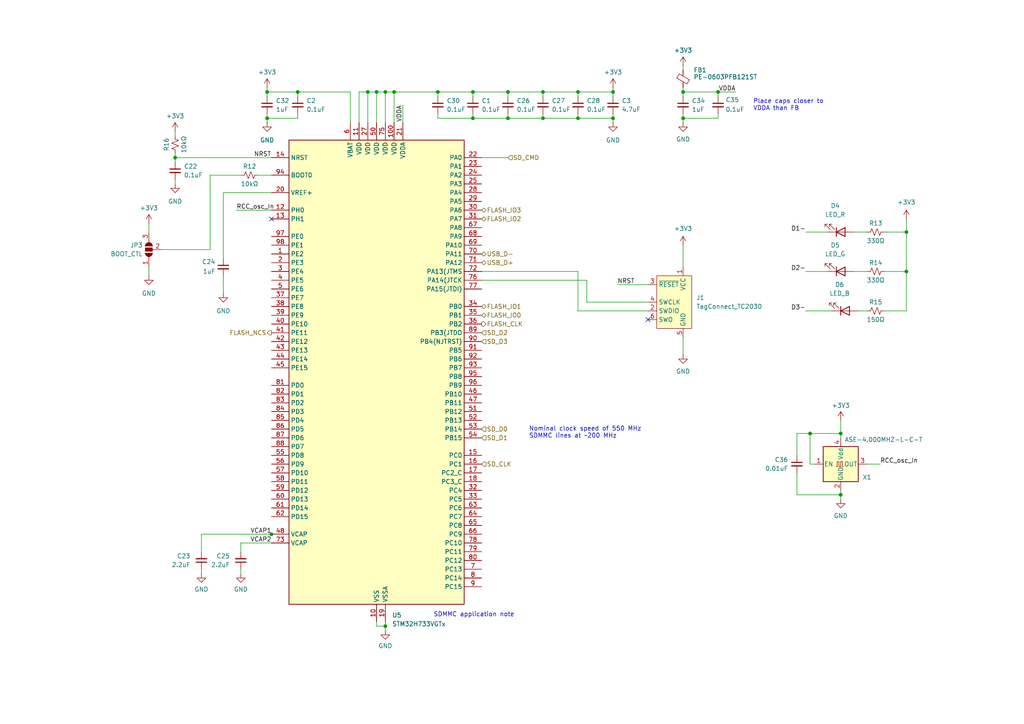
<source format=kicad_sch>
(kicad_sch
	(version 20250114)
	(generator "eeschema")
	(generator_version "9.0")
	(uuid "5291b9bd-c250-4733-bfbc-72b93c76a8bd")
	(paper "A4")
	(title_block
		(title "Canard Board")
		(company "Waterloo Rocketry")
		(comment 4 "Processor: See STM Application Note AN5419")
	)
	(lib_symbols
		(symbol "Connector:Conn_ARM_SWD_TagConnect_TC2030"
			(exclude_from_sim no)
			(in_bom no)
			(on_board yes)
			(property "Reference" "J"
				(at 2.54 11.43 0)
				(effects
					(font
						(size 1.27 1.27)
					)
				)
			)
			(property "Value" "Conn_ARM_SWD_TagConnect_TC2030"
				(at 5.08 8.89 0)
				(effects
					(font
						(size 1.27 1.27)
					)
				)
			)
			(property "Footprint" "Connector:Tag-Connect_TC2030-IDC-FP_2x03_P1.27mm_Vertical"
				(at 0 -17.78 0)
				(effects
					(font
						(size 1.27 1.27)
					)
					(hide yes)
				)
			)
			(property "Datasheet" "https://www.tag-connect.com/wp-content/uploads/bsk-pdf-manager/TC2030-CTX_1.pdf"
				(at 0 -15.24 0)
				(effects
					(font
						(size 1.27 1.27)
					)
					(hide yes)
				)
			)
			(property "Description" "Tag-Connect ARM Cortex SWD JTAG connector, 6 pin"
				(at 0 0 0)
				(effects
					(font
						(size 1.27 1.27)
					)
					(hide yes)
				)
			)
			(property "ki_keywords" "Cortex Debug Connector ARM SWD JTAG"
				(at 0 0 0)
				(effects
					(font
						(size 1.27 1.27)
					)
					(hide yes)
				)
			)
			(property "ki_fp_filters" "*TC2030*"
				(at 0 0 0)
				(effects
					(font
						(size 1.27 1.27)
					)
					(hide yes)
				)
			)
			(symbol "Conn_ARM_SWD_TagConnect_TC2030_0_0"
				(pin power_in line
					(at -2.54 10.16 270)
					(length 2.54)
					(name "VCC"
						(effects
							(font
								(size 1.27 1.27)
							)
						)
					)
					(number "1"
						(effects
							(font
								(size 1.27 1.27)
							)
						)
					)
				)
				(pin power_in line
					(at -2.54 -10.16 90)
					(length 2.54)
					(name "GND"
						(effects
							(font
								(size 1.27 1.27)
							)
						)
					)
					(number "5"
						(effects
							(font
								(size 1.27 1.27)
							)
						)
					)
				)
				(pin open_collector line
					(at 7.62 5.08 180)
					(length 2.54)
					(name "~{RESET}"
						(effects
							(font
								(size 1.27 1.27)
							)
						)
					)
					(number "3"
						(effects
							(font
								(size 1.27 1.27)
							)
						)
					)
				)
				(pin output line
					(at 7.62 0 180)
					(length 2.54)
					(name "SWCLK"
						(effects
							(font
								(size 1.27 1.27)
							)
						)
					)
					(number "4"
						(effects
							(font
								(size 1.27 1.27)
							)
						)
					)
					(alternate "TCK" output line)
				)
				(pin bidirectional line
					(at 7.62 -2.54 180)
					(length 2.54)
					(name "SWDIO"
						(effects
							(font
								(size 1.27 1.27)
							)
						)
					)
					(number "2"
						(effects
							(font
								(size 1.27 1.27)
							)
						)
					)
					(alternate "TMS" bidirectional line)
				)
				(pin input line
					(at 7.62 -5.08 180)
					(length 2.54)
					(name "SWO"
						(effects
							(font
								(size 1.27 1.27)
							)
						)
					)
					(number "6"
						(effects
							(font
								(size 1.27 1.27)
							)
						)
					)
					(alternate "TDO" input line)
				)
			)
			(symbol "Conn_ARM_SWD_TagConnect_TC2030_0_1"
				(rectangle
					(start -5.08 7.62)
					(end 5.08 -7.62)
					(stroke
						(width 0)
						(type default)
					)
					(fill
						(type background)
					)
				)
			)
			(embedded_fonts no)
		)
		(symbol "Device:FerriteBead_Small"
			(pin_numbers
				(hide yes)
			)
			(pin_names
				(offset 0)
			)
			(exclude_from_sim no)
			(in_bom yes)
			(on_board yes)
			(property "Reference" "FB"
				(at 1.905 1.27 0)
				(effects
					(font
						(size 1.27 1.27)
					)
					(justify left)
				)
			)
			(property "Value" "FerriteBead_Small"
				(at 1.905 -1.27 0)
				(effects
					(font
						(size 1.27 1.27)
					)
					(justify left)
				)
			)
			(property "Footprint" ""
				(at -1.778 0 90)
				(effects
					(font
						(size 1.27 1.27)
					)
					(hide yes)
				)
			)
			(property "Datasheet" "~"
				(at 0 0 0)
				(effects
					(font
						(size 1.27 1.27)
					)
					(hide yes)
				)
			)
			(property "Description" "Ferrite bead, small symbol"
				(at 0 0 0)
				(effects
					(font
						(size 1.27 1.27)
					)
					(hide yes)
				)
			)
			(property "ki_keywords" "L ferrite bead inductor filter"
				(at 0 0 0)
				(effects
					(font
						(size 1.27 1.27)
					)
					(hide yes)
				)
			)
			(property "ki_fp_filters" "Inductor_* L_* *Ferrite*"
				(at 0 0 0)
				(effects
					(font
						(size 1.27 1.27)
					)
					(hide yes)
				)
			)
			(symbol "FerriteBead_Small_0_1"
				(polyline
					(pts
						(xy -1.8288 0.2794) (xy -1.1176 1.4986) (xy 1.8288 -0.2032) (xy 1.1176 -1.4224) (xy -1.8288 0.2794)
					)
					(stroke
						(width 0)
						(type default)
					)
					(fill
						(type none)
					)
				)
				(polyline
					(pts
						(xy 0 0.889) (xy 0 1.2954)
					)
					(stroke
						(width 0)
						(type default)
					)
					(fill
						(type none)
					)
				)
				(polyline
					(pts
						(xy 0 -1.27) (xy 0 -0.7874)
					)
					(stroke
						(width 0)
						(type default)
					)
					(fill
						(type none)
					)
				)
			)
			(symbol "FerriteBead_Small_1_1"
				(pin passive line
					(at 0 2.54 270)
					(length 1.27)
					(name "~"
						(effects
							(font
								(size 1.27 1.27)
							)
						)
					)
					(number "1"
						(effects
							(font
								(size 1.27 1.27)
							)
						)
					)
				)
				(pin passive line
					(at 0 -2.54 90)
					(length 1.27)
					(name "~"
						(effects
							(font
								(size 1.27 1.27)
							)
						)
					)
					(number "2"
						(effects
							(font
								(size 1.27 1.27)
							)
						)
					)
				)
			)
			(embedded_fonts no)
		)
		(symbol "Device:LED"
			(pin_numbers
				(hide yes)
			)
			(pin_names
				(offset 1.016)
				(hide yes)
			)
			(exclude_from_sim no)
			(in_bom yes)
			(on_board yes)
			(property "Reference" "D"
				(at 0 2.54 0)
				(effects
					(font
						(size 1.27 1.27)
					)
				)
			)
			(property "Value" "LED"
				(at 0 -2.54 0)
				(effects
					(font
						(size 1.27 1.27)
					)
				)
			)
			(property "Footprint" ""
				(at 0 0 0)
				(effects
					(font
						(size 1.27 1.27)
					)
					(hide yes)
				)
			)
			(property "Datasheet" "~"
				(at 0 0 0)
				(effects
					(font
						(size 1.27 1.27)
					)
					(hide yes)
				)
			)
			(property "Description" "Light emitting diode"
				(at 0 0 0)
				(effects
					(font
						(size 1.27 1.27)
					)
					(hide yes)
				)
			)
			(property "Sim.Pins" "1=K 2=A"
				(at 0 0 0)
				(effects
					(font
						(size 1.27 1.27)
					)
					(hide yes)
				)
			)
			(property "ki_keywords" "LED diode"
				(at 0 0 0)
				(effects
					(font
						(size 1.27 1.27)
					)
					(hide yes)
				)
			)
			(property "ki_fp_filters" "LED* LED_SMD:* LED_THT:*"
				(at 0 0 0)
				(effects
					(font
						(size 1.27 1.27)
					)
					(hide yes)
				)
			)
			(symbol "LED_0_1"
				(polyline
					(pts
						(xy -3.048 -0.762) (xy -4.572 -2.286) (xy -3.81 -2.286) (xy -4.572 -2.286) (xy -4.572 -1.524)
					)
					(stroke
						(width 0)
						(type default)
					)
					(fill
						(type none)
					)
				)
				(polyline
					(pts
						(xy -1.778 -0.762) (xy -3.302 -2.286) (xy -2.54 -2.286) (xy -3.302 -2.286) (xy -3.302 -1.524)
					)
					(stroke
						(width 0)
						(type default)
					)
					(fill
						(type none)
					)
				)
				(polyline
					(pts
						(xy -1.27 0) (xy 1.27 0)
					)
					(stroke
						(width 0)
						(type default)
					)
					(fill
						(type none)
					)
				)
				(polyline
					(pts
						(xy -1.27 -1.27) (xy -1.27 1.27)
					)
					(stroke
						(width 0.254)
						(type default)
					)
					(fill
						(type none)
					)
				)
				(polyline
					(pts
						(xy 1.27 -1.27) (xy 1.27 1.27) (xy -1.27 0) (xy 1.27 -1.27)
					)
					(stroke
						(width 0.254)
						(type default)
					)
					(fill
						(type none)
					)
				)
			)
			(symbol "LED_1_1"
				(pin passive line
					(at -3.81 0 0)
					(length 2.54)
					(name "K"
						(effects
							(font
								(size 1.27 1.27)
							)
						)
					)
					(number "1"
						(effects
							(font
								(size 1.27 1.27)
							)
						)
					)
				)
				(pin passive line
					(at 3.81 0 180)
					(length 2.54)
					(name "A"
						(effects
							(font
								(size 1.27 1.27)
							)
						)
					)
					(number "2"
						(effects
							(font
								(size 1.27 1.27)
							)
						)
					)
				)
			)
			(embedded_fonts no)
		)
		(symbol "Device_Custom:C_Small"
			(pin_numbers
				(hide yes)
			)
			(pin_names
				(offset 0.254)
				(hide yes)
			)
			(exclude_from_sim no)
			(in_bom yes)
			(on_board yes)
			(property "Reference" "C"
				(at 0.254 1.778 0)
				(effects
					(font
						(size 1.27 1.27)
					)
					(justify left)
				)
			)
			(property "Value" "C_Small"
				(at 0.254 -2.032 0)
				(effects
					(font
						(size 1.27 1.27)
					)
					(justify left)
				)
			)
			(property "Footprint" ""
				(at 0 0 0)
				(effects
					(font
						(size 1.27 1.27)
					)
					(hide yes)
				)
			)
			(property "Datasheet" "~"
				(at 0 0 0)
				(effects
					(font
						(size 1.27 1.27)
					)
					(hide yes)
				)
			)
			(property "Description" "Unpolarized capacitor, small symbol"
				(at 0 0 0)
				(effects
					(font
						(size 1.27 1.27)
					)
					(hide yes)
				)
			)
			(property "LCSC Part #" ""
				(at 0 0 0)
				(effects
					(font
						(size 1.27 1.27)
					)
					(hide yes)
				)
			)
			(property "ki_keywords" "capacitor cap"
				(at 0 0 0)
				(effects
					(font
						(size 1.27 1.27)
					)
					(hide yes)
				)
			)
			(property "ki_fp_filters" "C_*"
				(at 0 0 0)
				(effects
					(font
						(size 1.27 1.27)
					)
					(hide yes)
				)
			)
			(symbol "C_Small_0_1"
				(polyline
					(pts
						(xy -1.524 0.508) (xy 1.524 0.508)
					)
					(stroke
						(width 0.3048)
						(type default)
					)
					(fill
						(type none)
					)
				)
				(polyline
					(pts
						(xy -1.524 -0.508) (xy 1.524 -0.508)
					)
					(stroke
						(width 0.3302)
						(type default)
					)
					(fill
						(type none)
					)
				)
			)
			(symbol "C_Small_1_1"
				(pin passive line
					(at 0 2.54 270)
					(length 2.032)
					(name "~"
						(effects
							(font
								(size 1.27 1.27)
							)
						)
					)
					(number "1"
						(effects
							(font
								(size 1.27 1.27)
							)
						)
					)
				)
				(pin passive line
					(at 0 -2.54 90)
					(length 2.032)
					(name "~"
						(effects
							(font
								(size 1.27 1.27)
							)
						)
					)
					(number "2"
						(effects
							(font
								(size 1.27 1.27)
							)
						)
					)
				)
			)
			(embedded_fonts no)
		)
		(symbol "Device_Custom:R_Small_US"
			(pin_numbers
				(hide yes)
			)
			(pin_names
				(offset 0.254)
				(hide yes)
			)
			(exclude_from_sim no)
			(in_bom yes)
			(on_board yes)
			(property "Reference" "R"
				(at 0.762 0.508 0)
				(effects
					(font
						(size 1.27 1.27)
					)
					(justify left)
				)
			)
			(property "Value" "R_Small_US"
				(at 0.762 -1.016 0)
				(effects
					(font
						(size 1.27 1.27)
					)
					(justify left)
				)
			)
			(property "Footprint" ""
				(at 0 0 0)
				(effects
					(font
						(size 1.27 1.27)
					)
					(hide yes)
				)
			)
			(property "Datasheet" "~"
				(at 0 0 0)
				(effects
					(font
						(size 1.27 1.27)
					)
					(hide yes)
				)
			)
			(property "Description" "Resistor, small US symbol"
				(at 0 0 0)
				(effects
					(font
						(size 1.27 1.27)
					)
					(hide yes)
				)
			)
			(property "LCSC Part #" ""
				(at 0 0 0)
				(effects
					(font
						(size 1.27 1.27)
					)
					(hide yes)
				)
			)
			(property "ki_keywords" "r resistor"
				(at 0 0 0)
				(effects
					(font
						(size 1.27 1.27)
					)
					(hide yes)
				)
			)
			(property "ki_fp_filters" "R_*"
				(at 0 0 0)
				(effects
					(font
						(size 1.27 1.27)
					)
					(hide yes)
				)
			)
			(symbol "R_Small_US_1_1"
				(polyline
					(pts
						(xy 0 1.524) (xy 1.016 1.143) (xy 0 0.762) (xy -1.016 0.381) (xy 0 0)
					)
					(stroke
						(width 0)
						(type default)
					)
					(fill
						(type none)
					)
				)
				(polyline
					(pts
						(xy 0 0) (xy 1.016 -0.381) (xy 0 -0.762) (xy -1.016 -1.143) (xy 0 -1.524)
					)
					(stroke
						(width 0)
						(type default)
					)
					(fill
						(type none)
					)
				)
				(pin passive line
					(at 0 2.54 270)
					(length 1.016)
					(name "~"
						(effects
							(font
								(size 1.27 1.27)
							)
						)
					)
					(number "1"
						(effects
							(font
								(size 1.27 1.27)
							)
						)
					)
				)
				(pin passive line
					(at 0 -2.54 90)
					(length 1.016)
					(name "~"
						(effects
							(font
								(size 1.27 1.27)
							)
						)
					)
					(number "2"
						(effects
							(font
								(size 1.27 1.27)
							)
						)
					)
				)
			)
			(embedded_fonts no)
		)
		(symbol "Jumper:SolderJumper_3_Open"
			(pin_names
				(offset 0)
				(hide yes)
			)
			(exclude_from_sim no)
			(in_bom no)
			(on_board yes)
			(property "Reference" "JP"
				(at -2.54 -2.54 0)
				(effects
					(font
						(size 1.27 1.27)
					)
				)
			)
			(property "Value" "SolderJumper_3_Open"
				(at 0 2.794 0)
				(effects
					(font
						(size 1.27 1.27)
					)
				)
			)
			(property "Footprint" ""
				(at 0 0 0)
				(effects
					(font
						(size 1.27 1.27)
					)
					(hide yes)
				)
			)
			(property "Datasheet" "~"
				(at 0 0 0)
				(effects
					(font
						(size 1.27 1.27)
					)
					(hide yes)
				)
			)
			(property "Description" "Solder Jumper, 3-pole, open"
				(at 0 0 0)
				(effects
					(font
						(size 1.27 1.27)
					)
					(hide yes)
				)
			)
			(property "ki_keywords" "Solder Jumper SPDT"
				(at 0 0 0)
				(effects
					(font
						(size 1.27 1.27)
					)
					(hide yes)
				)
			)
			(property "ki_fp_filters" "SolderJumper*Open*"
				(at 0 0 0)
				(effects
					(font
						(size 1.27 1.27)
					)
					(hide yes)
				)
			)
			(symbol "SolderJumper_3_Open_0_1"
				(polyline
					(pts
						(xy -2.54 0) (xy -2.032 0)
					)
					(stroke
						(width 0)
						(type default)
					)
					(fill
						(type none)
					)
				)
				(polyline
					(pts
						(xy -1.016 1.016) (xy -1.016 -1.016)
					)
					(stroke
						(width 0)
						(type default)
					)
					(fill
						(type none)
					)
				)
				(arc
					(start -1.016 -1.016)
					(mid -2.0276 0)
					(end -1.016 1.016)
					(stroke
						(width 0)
						(type default)
					)
					(fill
						(type none)
					)
				)
				(arc
					(start -1.016 -1.016)
					(mid -2.0276 0)
					(end -1.016 1.016)
					(stroke
						(width 0)
						(type default)
					)
					(fill
						(type outline)
					)
				)
				(rectangle
					(start -0.508 1.016)
					(end 0.508 -1.016)
					(stroke
						(width 0)
						(type default)
					)
					(fill
						(type outline)
					)
				)
				(polyline
					(pts
						(xy 0 -1.27) (xy 0 -1.016)
					)
					(stroke
						(width 0)
						(type default)
					)
					(fill
						(type none)
					)
				)
				(arc
					(start 1.016 1.016)
					(mid 2.0276 0)
					(end 1.016 -1.016)
					(stroke
						(width 0)
						(type default)
					)
					(fill
						(type none)
					)
				)
				(arc
					(start 1.016 1.016)
					(mid 2.0276 0)
					(end 1.016 -1.016)
					(stroke
						(width 0)
						(type default)
					)
					(fill
						(type outline)
					)
				)
				(polyline
					(pts
						(xy 1.016 1.016) (xy 1.016 -1.016)
					)
					(stroke
						(width 0)
						(type default)
					)
					(fill
						(type none)
					)
				)
				(polyline
					(pts
						(xy 2.54 0) (xy 2.032 0)
					)
					(stroke
						(width 0)
						(type default)
					)
					(fill
						(type none)
					)
				)
			)
			(symbol "SolderJumper_3_Open_1_1"
				(pin passive line
					(at -5.08 0 0)
					(length 2.54)
					(name "A"
						(effects
							(font
								(size 1.27 1.27)
							)
						)
					)
					(number "1"
						(effects
							(font
								(size 1.27 1.27)
							)
						)
					)
				)
				(pin passive line
					(at 0 -3.81 90)
					(length 2.54)
					(name "C"
						(effects
							(font
								(size 1.27 1.27)
							)
						)
					)
					(number "2"
						(effects
							(font
								(size 1.27 1.27)
							)
						)
					)
				)
				(pin passive line
					(at 5.08 0 180)
					(length 2.54)
					(name "B"
						(effects
							(font
								(size 1.27 1.27)
							)
						)
					)
					(number "3"
						(effects
							(font
								(size 1.27 1.27)
							)
						)
					)
				)
			)
			(embedded_fonts no)
		)
		(symbol "MCU_ST_STM32H7:STM32H733VGTx"
			(exclude_from_sim no)
			(in_bom yes)
			(on_board yes)
			(property "Reference" "U"
				(at -25.4 69.85 0)
				(effects
					(font
						(size 1.27 1.27)
					)
					(justify left)
				)
			)
			(property "Value" "STM32H733VGTx"
				(at 10.16 69.85 0)
				(effects
					(font
						(size 1.27 1.27)
					)
					(justify left)
				)
			)
			(property "Footprint" "Package_QFP:LQFP-100_14x14mm_P0.5mm"
				(at -25.4 -66.04 0)
				(effects
					(font
						(size 1.27 1.27)
					)
					(justify right)
					(hide yes)
				)
			)
			(property "Datasheet" "https://www.st.com/resource/en/datasheet/stm32h733vg.pdf"
				(at 0 0 0)
				(effects
					(font
						(size 1.27 1.27)
					)
					(hide yes)
				)
			)
			(property "Description" "STMicroelectronics Arm Cortex-M7 MCU, 1024KB flash, 564KB RAM, 550 MHz, 1.71-3.6V, 82 GPIO, LQFP100"
				(at 0 0 0)
				(effects
					(font
						(size 1.27 1.27)
					)
					(hide yes)
				)
			)
			(property "ki_keywords" "Arm Cortex-M7 STM32H7 STM32H723/733"
				(at 0 0 0)
				(effects
					(font
						(size 1.27 1.27)
					)
					(hide yes)
				)
			)
			(property "ki_fp_filters" "LQFP*14x14mm*P0.5mm*"
				(at 0 0 0)
				(effects
					(font
						(size 1.27 1.27)
					)
					(hide yes)
				)
			)
			(symbol "STM32H733VGTx_0_1"
				(rectangle
					(start -25.4 -66.04)
					(end 25.4 68.58)
					(stroke
						(width 0.254)
						(type default)
					)
					(fill
						(type background)
					)
				)
			)
			(symbol "STM32H733VGTx_1_1"
				(pin input line
					(at -30.48 63.5 0)
					(length 5.08)
					(name "NRST"
						(effects
							(font
								(size 1.27 1.27)
							)
						)
					)
					(number "14"
						(effects
							(font
								(size 1.27 1.27)
							)
						)
					)
				)
				(pin input line
					(at -30.48 58.42 0)
					(length 5.08)
					(name "BOOT0"
						(effects
							(font
								(size 1.27 1.27)
							)
						)
					)
					(number "94"
						(effects
							(font
								(size 1.27 1.27)
							)
						)
					)
				)
				(pin input line
					(at -30.48 53.34 0)
					(length 5.08)
					(name "VREF+"
						(effects
							(font
								(size 1.27 1.27)
							)
						)
					)
					(number "20"
						(effects
							(font
								(size 1.27 1.27)
							)
						)
					)
					(alternate "VREFBUF_OUT" bidirectional line)
				)
				(pin bidirectional line
					(at -30.48 48.26 0)
					(length 5.08)
					(name "PH0"
						(effects
							(font
								(size 1.27 1.27)
							)
						)
					)
					(number "12"
						(effects
							(font
								(size 1.27 1.27)
							)
						)
					)
					(alternate "RCC_OSC_IN" bidirectional line)
				)
				(pin bidirectional line
					(at -30.48 45.72 0)
					(length 5.08)
					(name "PH1"
						(effects
							(font
								(size 1.27 1.27)
							)
						)
					)
					(number "13"
						(effects
							(font
								(size 1.27 1.27)
							)
						)
					)
					(alternate "RCC_OSC_OUT" bidirectional line)
				)
				(pin bidirectional line
					(at -30.48 40.64 0)
					(length 5.08)
					(name "PE0"
						(effects
							(font
								(size 1.27 1.27)
							)
						)
					)
					(number "97"
						(effects
							(font
								(size 1.27 1.27)
							)
						)
					)
					(alternate "DCMI_D2" bidirectional line)
					(alternate "FMC_NBL0" bidirectional line)
					(alternate "LPTIM1_ETR" bidirectional line)
					(alternate "LPTIM2_ETR" bidirectional line)
					(alternate "LTDC_R0" bidirectional line)
					(alternate "PSSI_D2" bidirectional line)
					(alternate "SAI4_MCLK_A" bidirectional line)
					(alternate "TIM4_ETR" bidirectional line)
					(alternate "UART8_RX" bidirectional line)
				)
				(pin bidirectional line
					(at -30.48 38.1 0)
					(length 5.08)
					(name "PE1"
						(effects
							(font
								(size 1.27 1.27)
							)
						)
					)
					(number "98"
						(effects
							(font
								(size 1.27 1.27)
							)
						)
					)
					(alternate "DCMI_D3" bidirectional line)
					(alternate "FMC_NBL1" bidirectional line)
					(alternate "LPTIM1_IN2" bidirectional line)
					(alternate "LTDC_R6" bidirectional line)
					(alternate "PSSI_D3" bidirectional line)
					(alternate "UART8_TX" bidirectional line)
				)
				(pin bidirectional line
					(at -30.48 35.56 0)
					(length 5.08)
					(name "PE2"
						(effects
							(font
								(size 1.27 1.27)
							)
						)
					)
					(number "1"
						(effects
							(font
								(size 1.27 1.27)
							)
						)
					)
					(alternate "DEBUG_TRACECLK" bidirectional line)
					(alternate "ETH_TXD3" bidirectional line)
					(alternate "FMC_A23" bidirectional line)
					(alternate "OCTOSPIM_P1_IO2" bidirectional line)
					(alternate "SAI1_CK1" bidirectional line)
					(alternate "SAI1_MCLK_A" bidirectional line)
					(alternate "SAI4_CK1" bidirectional line)
					(alternate "SAI4_MCLK_A" bidirectional line)
					(alternate "SPI4_SCK" bidirectional line)
					(alternate "USART10_RX" bidirectional line)
				)
				(pin bidirectional line
					(at -30.48 33.02 0)
					(length 5.08)
					(name "PE3"
						(effects
							(font
								(size 1.27 1.27)
							)
						)
					)
					(number "2"
						(effects
							(font
								(size 1.27 1.27)
							)
						)
					)
					(alternate "DEBUG_TRACED0" bidirectional line)
					(alternate "FMC_A19" bidirectional line)
					(alternate "SAI1_SD_B" bidirectional line)
					(alternate "SAI4_SD_B" bidirectional line)
					(alternate "TIM15_BKIN" bidirectional line)
					(alternate "USART10_TX" bidirectional line)
				)
				(pin bidirectional line
					(at -30.48 30.48 0)
					(length 5.08)
					(name "PE4"
						(effects
							(font
								(size 1.27 1.27)
							)
						)
					)
					(number "3"
						(effects
							(font
								(size 1.27 1.27)
							)
						)
					)
					(alternate "DCMI_D4" bidirectional line)
					(alternate "DEBUG_TRACED1" bidirectional line)
					(alternate "DFSDM1_DATIN3" bidirectional line)
					(alternate "FMC_A20" bidirectional line)
					(alternate "LTDC_B0" bidirectional line)
					(alternate "PSSI_D4" bidirectional line)
					(alternate "SAI1_D2" bidirectional line)
					(alternate "SAI1_FS_A" bidirectional line)
					(alternate "SAI4_D2" bidirectional line)
					(alternate "SAI4_FS_A" bidirectional line)
					(alternate "SPI4_NSS" bidirectional line)
					(alternate "TIM15_CH1N" bidirectional line)
				)
				(pin bidirectional line
					(at -30.48 27.94 0)
					(length 5.08)
					(name "PE5"
						(effects
							(font
								(size 1.27 1.27)
							)
						)
					)
					(number "4"
						(effects
							(font
								(size 1.27 1.27)
							)
						)
					)
					(alternate "DCMI_D6" bidirectional line)
					(alternate "DEBUG_TRACED2" bidirectional line)
					(alternate "DFSDM1_CKIN3" bidirectional line)
					(alternate "FMC_A21" bidirectional line)
					(alternate "LTDC_G0" bidirectional line)
					(alternate "PSSI_D6" bidirectional line)
					(alternate "SAI1_CK2" bidirectional line)
					(alternate "SAI1_SCK_A" bidirectional line)
					(alternate "SAI4_CK2" bidirectional line)
					(alternate "SAI4_SCK_A" bidirectional line)
					(alternate "SPI4_MISO" bidirectional line)
					(alternate "TIM15_CH1" bidirectional line)
				)
				(pin bidirectional line
					(at -30.48 25.4 0)
					(length 5.08)
					(name "PE6"
						(effects
							(font
								(size 1.27 1.27)
							)
						)
					)
					(number "5"
						(effects
							(font
								(size 1.27 1.27)
							)
						)
					)
					(alternate "DCMI_D7" bidirectional line)
					(alternate "DEBUG_TRACED3" bidirectional line)
					(alternate "FMC_A22" bidirectional line)
					(alternate "LTDC_G1" bidirectional line)
					(alternate "PSSI_D7" bidirectional line)
					(alternate "SAI1_D1" bidirectional line)
					(alternate "SAI1_SD_A" bidirectional line)
					(alternate "SAI4_D1" bidirectional line)
					(alternate "SAI4_MCLK_B" bidirectional line)
					(alternate "SAI4_SD_A" bidirectional line)
					(alternate "SPI4_MOSI" bidirectional line)
					(alternate "TIM15_CH2" bidirectional line)
					(alternate "TIM1_BKIN2" bidirectional line)
					(alternate "TIM1_BKIN2_COMP1" bidirectional line)
					(alternate "TIM1_BKIN2_COMP2" bidirectional line)
				)
				(pin bidirectional line
					(at -30.48 22.86 0)
					(length 5.08)
					(name "PE7"
						(effects
							(font
								(size 1.27 1.27)
							)
						)
					)
					(number "37"
						(effects
							(font
								(size 1.27 1.27)
							)
						)
					)
					(alternate "COMP2_INM" bidirectional line)
					(alternate "DFSDM1_DATIN2" bidirectional line)
					(alternate "FMC_D4" bidirectional line)
					(alternate "FMC_DA4" bidirectional line)
					(alternate "OCTOSPIM_P1_IO4" bidirectional line)
					(alternate "OPAMP2_VOUT" bidirectional line)
					(alternate "TIM1_ETR" bidirectional line)
					(alternate "UART7_RX" bidirectional line)
				)
				(pin bidirectional line
					(at -30.48 20.32 0)
					(length 5.08)
					(name "PE8"
						(effects
							(font
								(size 1.27 1.27)
							)
						)
					)
					(number "38"
						(effects
							(font
								(size 1.27 1.27)
							)
						)
					)
					(alternate "COMP2_OUT" bidirectional line)
					(alternate "DFSDM1_CKIN2" bidirectional line)
					(alternate "FMC_D5" bidirectional line)
					(alternate "FMC_DA5" bidirectional line)
					(alternate "OCTOSPIM_P1_IO5" bidirectional line)
					(alternate "OPAMP2_VINM" bidirectional line)
					(alternate "TIM1_CH1N" bidirectional line)
					(alternate "UART7_TX" bidirectional line)
				)
				(pin bidirectional line
					(at -30.48 17.78 0)
					(length 5.08)
					(name "PE9"
						(effects
							(font
								(size 1.27 1.27)
							)
						)
					)
					(number "39"
						(effects
							(font
								(size 1.27 1.27)
							)
						)
					)
					(alternate "COMP2_INP" bidirectional line)
					(alternate "DAC1_EXTI9" bidirectional line)
					(alternate "DFSDM1_CKOUT" bidirectional line)
					(alternate "FMC_D6" bidirectional line)
					(alternate "FMC_DA6" bidirectional line)
					(alternate "OCTOSPIM_P1_IO6" bidirectional line)
					(alternate "OPAMP2_VINP" bidirectional line)
					(alternate "TIM1_CH1" bidirectional line)
					(alternate "UART7_DE" bidirectional line)
					(alternate "UART7_RTS" bidirectional line)
				)
				(pin bidirectional line
					(at -30.48 15.24 0)
					(length 5.08)
					(name "PE10"
						(effects
							(font
								(size 1.27 1.27)
							)
						)
					)
					(number "40"
						(effects
							(font
								(size 1.27 1.27)
							)
						)
					)
					(alternate "COMP2_INM" bidirectional line)
					(alternate "DFSDM1_DATIN4" bidirectional line)
					(alternate "FMC_D7" bidirectional line)
					(alternate "FMC_DA7" bidirectional line)
					(alternate "OCTOSPIM_P1_IO7" bidirectional line)
					(alternate "TIM1_CH2N" bidirectional line)
					(alternate "UART7_CTS" bidirectional line)
				)
				(pin bidirectional line
					(at -30.48 12.7 0)
					(length 5.08)
					(name "PE11"
						(effects
							(font
								(size 1.27 1.27)
							)
						)
					)
					(number "41"
						(effects
							(font
								(size 1.27 1.27)
							)
						)
					)
					(alternate "ADC1_EXTI11" bidirectional line)
					(alternate "ADC2_EXTI11" bidirectional line)
					(alternate "ADC3_EXTI11" bidirectional line)
					(alternate "COMP2_INP" bidirectional line)
					(alternate "DFSDM1_CKIN4" bidirectional line)
					(alternate "FMC_D8" bidirectional line)
					(alternate "FMC_DA8" bidirectional line)
					(alternate "LTDC_G3" bidirectional line)
					(alternate "OCTOSPIM_P1_NCS" bidirectional line)
					(alternate "SAI4_SD_B" bidirectional line)
					(alternate "SPI4_NSS" bidirectional line)
					(alternate "TIM1_CH2" bidirectional line)
				)
				(pin bidirectional line
					(at -30.48 10.16 0)
					(length 5.08)
					(name "PE12"
						(effects
							(font
								(size 1.27 1.27)
							)
						)
					)
					(number "42"
						(effects
							(font
								(size 1.27 1.27)
							)
						)
					)
					(alternate "COMP1_OUT" bidirectional line)
					(alternate "DFSDM1_DATIN5" bidirectional line)
					(alternate "FMC_D9" bidirectional line)
					(alternate "FMC_DA9" bidirectional line)
					(alternate "LTDC_B4" bidirectional line)
					(alternate "SAI4_SCK_B" bidirectional line)
					(alternate "SPI4_SCK" bidirectional line)
					(alternate "TIM1_CH3N" bidirectional line)
				)
				(pin bidirectional line
					(at -30.48 7.62 0)
					(length 5.08)
					(name "PE13"
						(effects
							(font
								(size 1.27 1.27)
							)
						)
					)
					(number "43"
						(effects
							(font
								(size 1.27 1.27)
							)
						)
					)
					(alternate "COMP2_OUT" bidirectional line)
					(alternate "DFSDM1_CKIN5" bidirectional line)
					(alternate "FMC_D10" bidirectional line)
					(alternate "FMC_DA10" bidirectional line)
					(alternate "LTDC_DE" bidirectional line)
					(alternate "SAI4_FS_B" bidirectional line)
					(alternate "SPI4_MISO" bidirectional line)
					(alternate "TIM1_CH3" bidirectional line)
				)
				(pin bidirectional line
					(at -30.48 5.08 0)
					(length 5.08)
					(name "PE14"
						(effects
							(font
								(size 1.27 1.27)
							)
						)
					)
					(number "44"
						(effects
							(font
								(size 1.27 1.27)
							)
						)
					)
					(alternate "FMC_D11" bidirectional line)
					(alternate "FMC_DA11" bidirectional line)
					(alternate "LTDC_CLK" bidirectional line)
					(alternate "SAI4_MCLK_B" bidirectional line)
					(alternate "SPI4_MOSI" bidirectional line)
					(alternate "TIM1_CH4" bidirectional line)
				)
				(pin bidirectional line
					(at -30.48 2.54 0)
					(length 5.08)
					(name "PE15"
						(effects
							(font
								(size 1.27 1.27)
							)
						)
					)
					(number "45"
						(effects
							(font
								(size 1.27 1.27)
							)
						)
					)
					(alternate "ADC1_EXTI15" bidirectional line)
					(alternate "ADC2_EXTI15" bidirectional line)
					(alternate "ADC3_EXTI15" bidirectional line)
					(alternate "FMC_D12" bidirectional line)
					(alternate "FMC_DA12" bidirectional line)
					(alternate "LTDC_R7" bidirectional line)
					(alternate "TIM1_BKIN" bidirectional line)
					(alternate "TIM1_BKIN_COMP1" bidirectional line)
					(alternate "TIM1_BKIN_COMP2" bidirectional line)
					(alternate "USART10_CK" bidirectional line)
				)
				(pin bidirectional line
					(at -30.48 -2.54 0)
					(length 5.08)
					(name "PD0"
						(effects
							(font
								(size 1.27 1.27)
							)
						)
					)
					(number "81"
						(effects
							(font
								(size 1.27 1.27)
							)
						)
					)
					(alternate "DFSDM1_CKIN6" bidirectional line)
					(alternate "FDCAN1_RX" bidirectional line)
					(alternate "FMC_D2" bidirectional line)
					(alternate "FMC_DA2" bidirectional line)
					(alternate "LTDC_B1" bidirectional line)
					(alternate "UART4_RX" bidirectional line)
					(alternate "UART9_CTS" bidirectional line)
				)
				(pin bidirectional line
					(at -30.48 -5.08 0)
					(length 5.08)
					(name "PD1"
						(effects
							(font
								(size 1.27 1.27)
							)
						)
					)
					(number "82"
						(effects
							(font
								(size 1.27 1.27)
							)
						)
					)
					(alternate "DFSDM1_DATIN6" bidirectional line)
					(alternate "FDCAN1_TX" bidirectional line)
					(alternate "FMC_D3" bidirectional line)
					(alternate "FMC_DA3" bidirectional line)
					(alternate "UART4_TX" bidirectional line)
				)
				(pin bidirectional line
					(at -30.48 -7.62 0)
					(length 5.08)
					(name "PD2"
						(effects
							(font
								(size 1.27 1.27)
							)
						)
					)
					(number "83"
						(effects
							(font
								(size 1.27 1.27)
							)
						)
					)
					(alternate "DCMI_D11" bidirectional line)
					(alternate "DEBUG_TRACED2" bidirectional line)
					(alternate "FMC_D7" bidirectional line)
					(alternate "FMC_DA7" bidirectional line)
					(alternate "LTDC_B2" bidirectional line)
					(alternate "LTDC_B7" bidirectional line)
					(alternate "PSSI_D11" bidirectional line)
					(alternate "SDMMC1_CMD" bidirectional line)
					(alternate "TIM15_BKIN" bidirectional line)
					(alternate "TIM3_ETR" bidirectional line)
					(alternate "UART5_RX" bidirectional line)
				)
				(pin bidirectional line
					(at -30.48 -10.16 0)
					(length 5.08)
					(name "PD3"
						(effects
							(font
								(size 1.27 1.27)
							)
						)
					)
					(number "84"
						(effects
							(font
								(size 1.27 1.27)
							)
						)
					)
					(alternate "DCMI_D5" bidirectional line)
					(alternate "DFSDM1_CKOUT" bidirectional line)
					(alternate "FMC_CLK" bidirectional line)
					(alternate "I2S2_CK" bidirectional line)
					(alternate "LTDC_G7" bidirectional line)
					(alternate "PSSI_D5" bidirectional line)
					(alternate "SPI2_SCK" bidirectional line)
					(alternate "USART2_CTS" bidirectional line)
					(alternate "USART2_NSS" bidirectional line)
				)
				(pin bidirectional line
					(at -30.48 -12.7 0)
					(length 5.08)
					(name "PD4"
						(effects
							(font
								(size 1.27 1.27)
							)
						)
					)
					(number "85"
						(effects
							(font
								(size 1.27 1.27)
							)
						)
					)
					(alternate "FMC_NOE" bidirectional line)
					(alternate "OCTOSPIM_P1_IO4" bidirectional line)
					(alternate "USART2_DE" bidirectional line)
					(alternate "USART2_RTS" bidirectional line)
				)
				(pin bidirectional line
					(at -30.48 -15.24 0)
					(length 5.08)
					(name "PD5"
						(effects
							(font
								(size 1.27 1.27)
							)
						)
					)
					(number "86"
						(effects
							(font
								(size 1.27 1.27)
							)
						)
					)
					(alternate "FMC_NWE" bidirectional line)
					(alternate "OCTOSPIM_P1_IO5" bidirectional line)
					(alternate "USART2_TX" bidirectional line)
				)
				(pin bidirectional line
					(at -30.48 -17.78 0)
					(length 5.08)
					(name "PD6"
						(effects
							(font
								(size 1.27 1.27)
							)
						)
					)
					(number "87"
						(effects
							(font
								(size 1.27 1.27)
							)
						)
					)
					(alternate "DCMI_D10" bidirectional line)
					(alternate "DFSDM1_CKIN4" bidirectional line)
					(alternate "DFSDM1_DATIN1" bidirectional line)
					(alternate "FMC_NWAIT" bidirectional line)
					(alternate "I2S3_SDO" bidirectional line)
					(alternate "LTDC_B2" bidirectional line)
					(alternate "OCTOSPIM_P1_IO6" bidirectional line)
					(alternate "PSSI_D10" bidirectional line)
					(alternate "SAI1_D1" bidirectional line)
					(alternate "SAI1_SD_A" bidirectional line)
					(alternate "SAI4_D1" bidirectional line)
					(alternate "SAI4_SD_A" bidirectional line)
					(alternate "SDMMC2_CK" bidirectional line)
					(alternate "SPI3_MOSI" bidirectional line)
					(alternate "USART2_RX" bidirectional line)
				)
				(pin bidirectional line
					(at -30.48 -20.32 0)
					(length 5.08)
					(name "PD7"
						(effects
							(font
								(size 1.27 1.27)
							)
						)
					)
					(number "88"
						(effects
							(font
								(size 1.27 1.27)
							)
						)
					)
					(alternate "DFSDM1_CKIN1" bidirectional line)
					(alternate "DFSDM1_DATIN4" bidirectional line)
					(alternate "FMC_NE1" bidirectional line)
					(alternate "I2S1_SDO" bidirectional line)
					(alternate "OCTOSPIM_P1_IO7" bidirectional line)
					(alternate "SDMMC2_CMD" bidirectional line)
					(alternate "SPDIFRX1_IN0" bidirectional line)
					(alternate "SPI1_MOSI" bidirectional line)
					(alternate "USART2_CK" bidirectional line)
				)
				(pin bidirectional line
					(at -30.48 -22.86 0)
					(length 5.08)
					(name "PD8"
						(effects
							(font
								(size 1.27 1.27)
							)
						)
					)
					(number "55"
						(effects
							(font
								(size 1.27 1.27)
							)
						)
					)
					(alternate "DFSDM1_CKIN3" bidirectional line)
					(alternate "FMC_D13" bidirectional line)
					(alternate "FMC_DA13" bidirectional line)
					(alternate "SPDIFRX1_IN1" bidirectional line)
					(alternate "USART3_TX" bidirectional line)
				)
				(pin bidirectional line
					(at -30.48 -25.4 0)
					(length 5.08)
					(name "PD9"
						(effects
							(font
								(size 1.27 1.27)
							)
						)
					)
					(number "56"
						(effects
							(font
								(size 1.27 1.27)
							)
						)
					)
					(alternate "DAC1_EXTI9" bidirectional line)
					(alternate "DFSDM1_DATIN3" bidirectional line)
					(alternate "FMC_D14" bidirectional line)
					(alternate "FMC_DA14" bidirectional line)
					(alternate "USART3_RX" bidirectional line)
				)
				(pin bidirectional line
					(at -30.48 -27.94 0)
					(length 5.08)
					(name "PD10"
						(effects
							(font
								(size 1.27 1.27)
							)
						)
					)
					(number "57"
						(effects
							(font
								(size 1.27 1.27)
							)
						)
					)
					(alternate "DFSDM1_CKOUT" bidirectional line)
					(alternate "FMC_D15" bidirectional line)
					(alternate "FMC_DA15" bidirectional line)
					(alternate "LTDC_B3" bidirectional line)
					(alternate "USART3_CK" bidirectional line)
				)
				(pin bidirectional line
					(at -30.48 -30.48 0)
					(length 5.08)
					(name "PD11"
						(effects
							(font
								(size 1.27 1.27)
							)
						)
					)
					(number "58"
						(effects
							(font
								(size 1.27 1.27)
							)
						)
					)
					(alternate "ADC1_EXTI11" bidirectional line)
					(alternate "ADC2_EXTI11" bidirectional line)
					(alternate "ADC3_EXTI11" bidirectional line)
					(alternate "FMC_A16" bidirectional line)
					(alternate "FMC_CLE" bidirectional line)
					(alternate "I2C4_SMBA" bidirectional line)
					(alternate "LPTIM2_IN2" bidirectional line)
					(alternate "OCTOSPIM_P1_IO0" bidirectional line)
					(alternate "SAI4_SD_A" bidirectional line)
					(alternate "USART3_CTS" bidirectional line)
					(alternate "USART3_NSS" bidirectional line)
				)
				(pin bidirectional line
					(at -30.48 -33.02 0)
					(length 5.08)
					(name "PD12"
						(effects
							(font
								(size 1.27 1.27)
							)
						)
					)
					(number "59"
						(effects
							(font
								(size 1.27 1.27)
							)
						)
					)
					(alternate "DCMI_D12" bidirectional line)
					(alternate "FDCAN3_RX" bidirectional line)
					(alternate "FMC_A17" bidirectional line)
					(alternate "FMC_ALE" bidirectional line)
					(alternate "I2C4_SCL" bidirectional line)
					(alternate "LPTIM1_IN1" bidirectional line)
					(alternate "LPTIM2_IN1" bidirectional line)
					(alternate "OCTOSPIM_P1_IO1" bidirectional line)
					(alternate "PSSI_D12" bidirectional line)
					(alternate "SAI4_FS_A" bidirectional line)
					(alternate "TIM4_CH1" bidirectional line)
					(alternate "USART3_DE" bidirectional line)
					(alternate "USART3_RTS" bidirectional line)
				)
				(pin bidirectional line
					(at -30.48 -35.56 0)
					(length 5.08)
					(name "PD13"
						(effects
							(font
								(size 1.27 1.27)
							)
						)
					)
					(number "60"
						(effects
							(font
								(size 1.27 1.27)
							)
						)
					)
					(alternate "DCMI_D13" bidirectional line)
					(alternate "FDCAN3_TX" bidirectional line)
					(alternate "FMC_A18" bidirectional line)
					(alternate "I2C4_SDA" bidirectional line)
					(alternate "LPTIM1_OUT" bidirectional line)
					(alternate "OCTOSPIM_P1_IO3" bidirectional line)
					(alternate "PSSI_D13" bidirectional line)
					(alternate "SAI4_SCK_A" bidirectional line)
					(alternate "TIM4_CH2" bidirectional line)
					(alternate "UART9_DE" bidirectional line)
					(alternate "UART9_RTS" bidirectional line)
				)
				(pin bidirectional line
					(at -30.48 -38.1 0)
					(length 5.08)
					(name "PD14"
						(effects
							(font
								(size 1.27 1.27)
							)
						)
					)
					(number "61"
						(effects
							(font
								(size 1.27 1.27)
							)
						)
					)
					(alternate "FMC_D0" bidirectional line)
					(alternate "FMC_DA0" bidirectional line)
					(alternate "TIM4_CH3" bidirectional line)
					(alternate "UART8_CTS" bidirectional line)
					(alternate "UART9_RX" bidirectional line)
				)
				(pin bidirectional line
					(at -30.48 -40.64 0)
					(length 5.08)
					(name "PD15"
						(effects
							(font
								(size 1.27 1.27)
							)
						)
					)
					(number "62"
						(effects
							(font
								(size 1.27 1.27)
							)
						)
					)
					(alternate "ADC1_EXTI15" bidirectional line)
					(alternate "ADC2_EXTI15" bidirectional line)
					(alternate "ADC3_EXTI15" bidirectional line)
					(alternate "FMC_D1" bidirectional line)
					(alternate "FMC_DA1" bidirectional line)
					(alternate "TIM4_CH4" bidirectional line)
					(alternate "UART8_DE" bidirectional line)
					(alternate "UART8_RTS" bidirectional line)
					(alternate "UART9_TX" bidirectional line)
				)
				(pin power_out line
					(at -30.48 -45.72 0)
					(length 5.08)
					(name "VCAP"
						(effects
							(font
								(size 1.27 1.27)
							)
						)
					)
					(number "48"
						(effects
							(font
								(size 1.27 1.27)
							)
						)
					)
				)
				(pin power_out line
					(at -30.48 -48.26 0)
					(length 5.08)
					(name "VCAP"
						(effects
							(font
								(size 1.27 1.27)
							)
						)
					)
					(number "73"
						(effects
							(font
								(size 1.27 1.27)
							)
						)
					)
				)
				(pin power_in line
					(at -7.62 73.66 270)
					(length 5.08)
					(name "VBAT"
						(effects
							(font
								(size 1.27 1.27)
							)
						)
					)
					(number "6"
						(effects
							(font
								(size 1.27 1.27)
							)
						)
					)
				)
				(pin power_in line
					(at -5.08 73.66 270)
					(length 5.08)
					(name "VDD"
						(effects
							(font
								(size 1.27 1.27)
							)
						)
					)
					(number "11"
						(effects
							(font
								(size 1.27 1.27)
							)
						)
					)
				)
				(pin power_in line
					(at -2.54 73.66 270)
					(length 5.08)
					(name "VDD"
						(effects
							(font
								(size 1.27 1.27)
							)
						)
					)
					(number "27"
						(effects
							(font
								(size 1.27 1.27)
							)
						)
					)
				)
				(pin power_in line
					(at 0 73.66 270)
					(length 5.08)
					(name "VDD"
						(effects
							(font
								(size 1.27 1.27)
							)
						)
					)
					(number "50"
						(effects
							(font
								(size 1.27 1.27)
							)
						)
					)
				)
				(pin power_in line
					(at 0 -71.12 90)
					(length 5.08)
					(name "VSS"
						(effects
							(font
								(size 1.27 1.27)
							)
						)
					)
					(number "10"
						(effects
							(font
								(size 1.27 1.27)
							)
						)
					)
				)
				(pin passive line
					(at 0 -71.12 90)
					(length 5.08)
					(hide yes)
					(name "VSS"
						(effects
							(font
								(size 1.27 1.27)
							)
						)
					)
					(number "26"
						(effects
							(font
								(size 1.27 1.27)
							)
						)
					)
				)
				(pin passive line
					(at 0 -71.12 90)
					(length 5.08)
					(hide yes)
					(name "VSS"
						(effects
							(font
								(size 1.27 1.27)
							)
						)
					)
					(number "49"
						(effects
							(font
								(size 1.27 1.27)
							)
						)
					)
				)
				(pin passive line
					(at 0 -71.12 90)
					(length 5.08)
					(hide yes)
					(name "VSS"
						(effects
							(font
								(size 1.27 1.27)
							)
						)
					)
					(number "74"
						(effects
							(font
								(size 1.27 1.27)
							)
						)
					)
				)
				(pin passive line
					(at 0 -71.12 90)
					(length 5.08)
					(hide yes)
					(name "VSS"
						(effects
							(font
								(size 1.27 1.27)
							)
						)
					)
					(number "99"
						(effects
							(font
								(size 1.27 1.27)
							)
						)
					)
				)
				(pin power_in line
					(at 2.54 73.66 270)
					(length 5.08)
					(name "VDD"
						(effects
							(font
								(size 1.27 1.27)
							)
						)
					)
					(number "75"
						(effects
							(font
								(size 1.27 1.27)
							)
						)
					)
				)
				(pin power_in line
					(at 2.54 -71.12 90)
					(length 5.08)
					(name "VSSA"
						(effects
							(font
								(size 1.27 1.27)
							)
						)
					)
					(number "19"
						(effects
							(font
								(size 1.27 1.27)
							)
						)
					)
				)
				(pin power_in line
					(at 5.08 73.66 270)
					(length 5.08)
					(name "VDD"
						(effects
							(font
								(size 1.27 1.27)
							)
						)
					)
					(number "100"
						(effects
							(font
								(size 1.27 1.27)
							)
						)
					)
				)
				(pin power_in line
					(at 7.62 73.66 270)
					(length 5.08)
					(name "VDDA"
						(effects
							(font
								(size 1.27 1.27)
							)
						)
					)
					(number "21"
						(effects
							(font
								(size 1.27 1.27)
							)
						)
					)
				)
				(pin bidirectional line
					(at 30.48 63.5 180)
					(length 5.08)
					(name "PA0"
						(effects
							(font
								(size 1.27 1.27)
							)
						)
					)
					(number "22"
						(effects
							(font
								(size 1.27 1.27)
							)
						)
					)
					(alternate "ADC1_INP16" bidirectional line)
					(alternate "ETH_CRS" bidirectional line)
					(alternate "FMC_A19" bidirectional line)
					(alternate "I2S6_WS" bidirectional line)
					(alternate "PWR_WKUP1" bidirectional line)
					(alternate "SAI4_SD_B" bidirectional line)
					(alternate "SDMMC2_CMD" bidirectional line)
					(alternate "SPI6_NSS" bidirectional line)
					(alternate "TIM15_BKIN" bidirectional line)
					(alternate "TIM2_CH1" bidirectional line)
					(alternate "TIM2_ETR" bidirectional line)
					(alternate "TIM5_CH1" bidirectional line)
					(alternate "TIM8_ETR" bidirectional line)
					(alternate "UART4_TX" bidirectional line)
					(alternate "USART2_CTS" bidirectional line)
					(alternate "USART2_NSS" bidirectional line)
				)
				(pin bidirectional line
					(at 30.48 60.96 180)
					(length 5.08)
					(name "PA1"
						(effects
							(font
								(size 1.27 1.27)
							)
						)
					)
					(number "23"
						(effects
							(font
								(size 1.27 1.27)
							)
						)
					)
					(alternate "ADC1_INN16" bidirectional line)
					(alternate "ADC1_INP17" bidirectional line)
					(alternate "ETH_REF_CLK" bidirectional line)
					(alternate "ETH_RX_CLK" bidirectional line)
					(alternate "LPTIM3_OUT" bidirectional line)
					(alternate "LTDC_R2" bidirectional line)
					(alternate "OCTOSPIM_P1_DQS" bidirectional line)
					(alternate "OCTOSPIM_P1_IO3" bidirectional line)
					(alternate "SAI4_MCLK_B" bidirectional line)
					(alternate "TIM15_CH1N" bidirectional line)
					(alternate "TIM2_CH2" bidirectional line)
					(alternate "TIM5_CH2" bidirectional line)
					(alternate "UART4_RX" bidirectional line)
					(alternate "USART2_DE" bidirectional line)
					(alternate "USART2_RTS" bidirectional line)
				)
				(pin bidirectional line
					(at 30.48 58.42 180)
					(length 5.08)
					(name "PA2"
						(effects
							(font
								(size 1.27 1.27)
							)
						)
					)
					(number "24"
						(effects
							(font
								(size 1.27 1.27)
							)
						)
					)
					(alternate "ADC1_INP14" bidirectional line)
					(alternate "ADC2_INP14" bidirectional line)
					(alternate "ETH_MDIO" bidirectional line)
					(alternate "LPTIM4_OUT" bidirectional line)
					(alternate "LTDC_R1" bidirectional line)
					(alternate "MDIOS_MDIO" bidirectional line)
					(alternate "OCTOSPIM_P1_IO0" bidirectional line)
					(alternate "PWR_WKUP2" bidirectional line)
					(alternate "SAI4_SCK_B" bidirectional line)
					(alternate "TIM15_CH1" bidirectional line)
					(alternate "TIM2_CH3" bidirectional line)
					(alternate "TIM5_CH3" bidirectional line)
					(alternate "USART2_TX" bidirectional line)
				)
				(pin bidirectional line
					(at 30.48 55.88 180)
					(length 5.08)
					(name "PA3"
						(effects
							(font
								(size 1.27 1.27)
							)
						)
					)
					(number "25"
						(effects
							(font
								(size 1.27 1.27)
							)
						)
					)
					(alternate "ADC1_INP15" bidirectional line)
					(alternate "ADC2_INP15" bidirectional line)
					(alternate "ETH_COL" bidirectional line)
					(alternate "I2S6_MCK" bidirectional line)
					(alternate "LPTIM5_OUT" bidirectional line)
					(alternate "LTDC_B2" bidirectional line)
					(alternate "LTDC_B5" bidirectional line)
					(alternate "OCTOSPIM_P1_CLK" bidirectional line)
					(alternate "OCTOSPIM_P1_IO2" bidirectional line)
					(alternate "TIM15_CH2" bidirectional line)
					(alternate "TIM2_CH4" bidirectional line)
					(alternate "TIM5_CH4" bidirectional line)
					(alternate "USART2_RX" bidirectional line)
					(alternate "USB_OTG_HS_ULPI_D0" bidirectional line)
				)
				(pin bidirectional line
					(at 30.48 53.34 180)
					(length 5.08)
					(name "PA4"
						(effects
							(font
								(size 1.27 1.27)
							)
						)
					)
					(number "28"
						(effects
							(font
								(size 1.27 1.27)
							)
						)
					)
					(alternate "ADC1_INP18" bidirectional line)
					(alternate "ADC2_INP18" bidirectional line)
					(alternate "DAC1_OUT1" bidirectional line)
					(alternate "DCMI_HSYNC" bidirectional line)
					(alternate "FMC_D8" bidirectional line)
					(alternate "FMC_DA8" bidirectional line)
					(alternate "I2S1_WS" bidirectional line)
					(alternate "I2S3_WS" bidirectional line)
					(alternate "I2S6_WS" bidirectional line)
					(alternate "LTDC_VSYNC" bidirectional line)
					(alternate "PSSI_DE" bidirectional line)
					(alternate "SPI1_NSS" bidirectional line)
					(alternate "SPI3_NSS" bidirectional line)
					(alternate "SPI6_NSS" bidirectional line)
					(alternate "TIM5_ETR" bidirectional line)
					(alternate "USART2_CK" bidirectional line)
				)
				(pin bidirectional line
					(at 30.48 50.8 180)
					(length 5.08)
					(name "PA5"
						(effects
							(font
								(size 1.27 1.27)
							)
						)
					)
					(number "29"
						(effects
							(font
								(size 1.27 1.27)
							)
						)
					)
					(alternate "ADC1_INN18" bidirectional line)
					(alternate "ADC1_INP19" bidirectional line)
					(alternate "ADC2_INN18" bidirectional line)
					(alternate "ADC2_INP19" bidirectional line)
					(alternate "DAC1_OUT2" bidirectional line)
					(alternate "FMC_D9" bidirectional line)
					(alternate "FMC_DA9" bidirectional line)
					(alternate "I2S1_CK" bidirectional line)
					(alternate "I2S6_CK" bidirectional line)
					(alternate "LTDC_R4" bidirectional line)
					(alternate "PSSI_D14" bidirectional line)
					(alternate "PWR_NDSTOP2" bidirectional line)
					(alternate "SPI1_SCK" bidirectional line)
					(alternate "SPI6_SCK" bidirectional line)
					(alternate "TIM2_CH1" bidirectional line)
					(alternate "TIM2_ETR" bidirectional line)
					(alternate "TIM8_CH1N" bidirectional line)
					(alternate "USB_OTG_HS_ULPI_CK" bidirectional line)
				)
				(pin bidirectional line
					(at 30.48 48.26 180)
					(length 5.08)
					(name "PA6"
						(effects
							(font
								(size 1.27 1.27)
							)
						)
					)
					(number "30"
						(effects
							(font
								(size 1.27 1.27)
							)
						)
					)
					(alternate "ADC1_INP3" bidirectional line)
					(alternate "ADC2_INP3" bidirectional line)
					(alternate "DCMI_PIXCLK" bidirectional line)
					(alternate "I2S1_SDI" bidirectional line)
					(alternate "I2S6_SDI" bidirectional line)
					(alternate "LTDC_G2" bidirectional line)
					(alternate "MDIOS_MDC" bidirectional line)
					(alternate "OCTOSPIM_P1_IO3" bidirectional line)
					(alternate "PSSI_PDCK" bidirectional line)
					(alternate "SPI1_MISO" bidirectional line)
					(alternate "SPI6_MISO" bidirectional line)
					(alternate "TIM13_CH1" bidirectional line)
					(alternate "TIM1_BKIN" bidirectional line)
					(alternate "TIM1_BKIN_COMP1" bidirectional line)
					(alternate "TIM1_BKIN_COMP2" bidirectional line)
					(alternate "TIM3_CH1" bidirectional line)
					(alternate "TIM8_BKIN" bidirectional line)
					(alternate "TIM8_BKIN_COMP1" bidirectional line)
					(alternate "TIM8_BKIN_COMP2" bidirectional line)
				)
				(pin bidirectional line
					(at 30.48 45.72 180)
					(length 5.08)
					(name "PA7"
						(effects
							(font
								(size 1.27 1.27)
							)
						)
					)
					(number "31"
						(effects
							(font
								(size 1.27 1.27)
							)
						)
					)
					(alternate "ADC1_INN3" bidirectional line)
					(alternate "ADC1_INP7" bidirectional line)
					(alternate "ADC2_INN3" bidirectional line)
					(alternate "ADC2_INP7" bidirectional line)
					(alternate "ETH_CRS_DV" bidirectional line)
					(alternate "ETH_RX_DV" bidirectional line)
					(alternate "FMC_SDNWE" bidirectional line)
					(alternate "I2S1_SDO" bidirectional line)
					(alternate "I2S6_SDO" bidirectional line)
					(alternate "LTDC_VSYNC" bidirectional line)
					(alternate "OCTOSPIM_P1_IO2" bidirectional line)
					(alternate "OPAMP1_VINM" bidirectional line)
					(alternate "SPI1_MOSI" bidirectional line)
					(alternate "SPI6_MOSI" bidirectional line)
					(alternate "TIM14_CH1" bidirectional line)
					(alternate "TIM1_CH1N" bidirectional line)
					(alternate "TIM3_CH2" bidirectional line)
					(alternate "TIM8_CH1N" bidirectional line)
				)
				(pin bidirectional line
					(at 30.48 43.18 180)
					(length 5.08)
					(name "PA8"
						(effects
							(font
								(size 1.27 1.27)
							)
						)
					)
					(number "67"
						(effects
							(font
								(size 1.27 1.27)
							)
						)
					)
					(alternate "I2C3_SCL" bidirectional line)
					(alternate "I2C5_SCL" bidirectional line)
					(alternate "LTDC_B3" bidirectional line)
					(alternate "LTDC_R6" bidirectional line)
					(alternate "RCC_MCO_1" bidirectional line)
					(alternate "TIM1_CH1" bidirectional line)
					(alternate "TIM8_BKIN2" bidirectional line)
					(alternate "TIM8_BKIN2_COMP1" bidirectional line)
					(alternate "TIM8_BKIN2_COMP2" bidirectional line)
					(alternate "UART7_RX" bidirectional line)
					(alternate "USART1_CK" bidirectional line)
					(alternate "USB_OTG_HS_SOF" bidirectional line)
				)
				(pin bidirectional line
					(at 30.48 40.64 180)
					(length 5.08)
					(name "PA9"
						(effects
							(font
								(size 1.27 1.27)
							)
						)
					)
					(number "68"
						(effects
							(font
								(size 1.27 1.27)
							)
						)
					)
					(alternate "DAC1_EXTI9" bidirectional line)
					(alternate "DCMI_D0" bidirectional line)
					(alternate "ETH_TX_ER" bidirectional line)
					(alternate "I2C3_SMBA" bidirectional line)
					(alternate "I2C5_SMBA" bidirectional line)
					(alternate "I2S2_CK" bidirectional line)
					(alternate "LPUART1_TX" bidirectional line)
					(alternate "LTDC_R5" bidirectional line)
					(alternate "PSSI_D0" bidirectional line)
					(alternate "SPI2_SCK" bidirectional line)
					(alternate "TIM1_CH2" bidirectional line)
					(alternate "USART1_TX" bidirectional line)
					(alternate "USB_OTG_HS_VBUS" bidirectional line)
				)
				(pin bidirectional line
					(at 30.48 38.1 180)
					(length 5.08)
					(name "PA10"
						(effects
							(font
								(size 1.27 1.27)
							)
						)
					)
					(number "69"
						(effects
							(font
								(size 1.27 1.27)
							)
						)
					)
					(alternate "DCMI_D1" bidirectional line)
					(alternate "LPUART1_RX" bidirectional line)
					(alternate "LTDC_B1" bidirectional line)
					(alternate "LTDC_B4" bidirectional line)
					(alternate "MDIOS_MDIO" bidirectional line)
					(alternate "PSSI_D1" bidirectional line)
					(alternate "TIM1_CH3" bidirectional line)
					(alternate "USART1_RX" bidirectional line)
					(alternate "USB_OTG_HS_ID" bidirectional line)
				)
				(pin bidirectional line
					(at 30.48 35.56 180)
					(length 5.08)
					(name "PA11"
						(effects
							(font
								(size 1.27 1.27)
							)
						)
					)
					(number "70"
						(effects
							(font
								(size 1.27 1.27)
							)
						)
					)
					(alternate "ADC1_EXTI11" bidirectional line)
					(alternate "ADC2_EXTI11" bidirectional line)
					(alternate "ADC3_EXTI11" bidirectional line)
					(alternate "FDCAN1_RX" bidirectional line)
					(alternate "I2S2_WS" bidirectional line)
					(alternate "LPUART1_CTS" bidirectional line)
					(alternate "LTDC_R4" bidirectional line)
					(alternate "SPI2_NSS" bidirectional line)
					(alternate "TIM1_CH4" bidirectional line)
					(alternate "UART4_RX" bidirectional line)
					(alternate "USART1_CTS" bidirectional line)
					(alternate "USART1_NSS" bidirectional line)
					(alternate "USB_OTG_HS_DM" bidirectional line)
				)
				(pin bidirectional line
					(at 30.48 33.02 180)
					(length 5.08)
					(name "PA12"
						(effects
							(font
								(size 1.27 1.27)
							)
						)
					)
					(number "71"
						(effects
							(font
								(size 1.27 1.27)
							)
						)
					)
					(alternate "FDCAN1_TX" bidirectional line)
					(alternate "I2S2_CK" bidirectional line)
					(alternate "LPUART1_DE" bidirectional line)
					(alternate "LPUART1_RTS" bidirectional line)
					(alternate "LTDC_R5" bidirectional line)
					(alternate "SAI4_FS_B" bidirectional line)
					(alternate "SPI2_SCK" bidirectional line)
					(alternate "TIM1_BKIN2" bidirectional line)
					(alternate "TIM1_ETR" bidirectional line)
					(alternate "UART4_TX" bidirectional line)
					(alternate "USART1_DE" bidirectional line)
					(alternate "USART1_RTS" bidirectional line)
					(alternate "USB_OTG_HS_DP" bidirectional line)
				)
				(pin bidirectional line
					(at 30.48 30.48 180)
					(length 5.08)
					(name "PA13(JTMS"
						(effects
							(font
								(size 1.27 1.27)
							)
						)
					)
					(number "72"
						(effects
							(font
								(size 1.27 1.27)
							)
						)
					)
					(alternate "DEBUG_JTMS-SWDIO" bidirectional line)
				)
				(pin bidirectional line
					(at 30.48 27.94 180)
					(length 5.08)
					(name "PA14(JTCK"
						(effects
							(font
								(size 1.27 1.27)
							)
						)
					)
					(number "76"
						(effects
							(font
								(size 1.27 1.27)
							)
						)
					)
					(alternate "DEBUG_JTCK-SWCLK" bidirectional line)
				)
				(pin bidirectional line
					(at 30.48 25.4 180)
					(length 5.08)
					(name "PA15(JTDI)"
						(effects
							(font
								(size 1.27 1.27)
							)
						)
					)
					(number "77"
						(effects
							(font
								(size 1.27 1.27)
							)
						)
					)
					(alternate "ADC1_EXTI15" bidirectional line)
					(alternate "ADC2_EXTI15" bidirectional line)
					(alternate "ADC3_EXTI15" bidirectional line)
					(alternate "CEC" bidirectional line)
					(alternate "DEBUG_JTDI" bidirectional line)
					(alternate "I2S1_WS" bidirectional line)
					(alternate "I2S3_WS" bidirectional line)
					(alternate "I2S6_WS" bidirectional line)
					(alternate "LTDC_B6" bidirectional line)
					(alternate "LTDC_R3" bidirectional line)
					(alternate "SPI1_NSS" bidirectional line)
					(alternate "SPI3_NSS" bidirectional line)
					(alternate "SPI6_NSS" bidirectional line)
					(alternate "TIM2_CH1" bidirectional line)
					(alternate "TIM2_ETR" bidirectional line)
					(alternate "UART4_DE" bidirectional line)
					(alternate "UART4_RTS" bidirectional line)
					(alternate "UART7_TX" bidirectional line)
				)
				(pin bidirectional line
					(at 30.48 20.32 180)
					(length 5.08)
					(name "PB0"
						(effects
							(font
								(size 1.27 1.27)
							)
						)
					)
					(number "34"
						(effects
							(font
								(size 1.27 1.27)
							)
						)
					)
					(alternate "ADC1_INN5" bidirectional line)
					(alternate "ADC1_INP9" bidirectional line)
					(alternate "ADC2_INN5" bidirectional line)
					(alternate "ADC2_INP9" bidirectional line)
					(alternate "COMP1_INP" bidirectional line)
					(alternate "DFSDM1_CKOUT" bidirectional line)
					(alternate "ETH_RXD2" bidirectional line)
					(alternate "LTDC_G1" bidirectional line)
					(alternate "LTDC_R3" bidirectional line)
					(alternate "OCTOSPIM_P1_IO1" bidirectional line)
					(alternate "OPAMP1_VINP" bidirectional line)
					(alternate "TIM1_CH2N" bidirectional line)
					(alternate "TIM3_CH3" bidirectional line)
					(alternate "TIM8_CH2N" bidirectional line)
					(alternate "UART4_CTS" bidirectional line)
					(alternate "USB_OTG_HS_ULPI_D1" bidirectional line)
				)
				(pin bidirectional line
					(at 30.48 17.78 180)
					(length 5.08)
					(name "PB1"
						(effects
							(font
								(size 1.27 1.27)
							)
						)
					)
					(number "35"
						(effects
							(font
								(size 1.27 1.27)
							)
						)
					)
					(alternate "ADC1_INP5" bidirectional line)
					(alternate "ADC2_INP5" bidirectional line)
					(alternate "COMP1_INM" bidirectional line)
					(alternate "DFSDM1_DATIN1" bidirectional line)
					(alternate "ETH_RXD3" bidirectional line)
					(alternate "LTDC_G0" bidirectional line)
					(alternate "LTDC_R6" bidirectional line)
					(alternate "OCTOSPIM_P1_IO0" bidirectional line)
					(alternate "TIM1_CH3N" bidirectional line)
					(alternate "TIM3_CH4" bidirectional line)
					(alternate "TIM8_CH3N" bidirectional line)
					(alternate "USB_OTG_HS_ULPI_D2" bidirectional line)
				)
				(pin bidirectional line
					(at 30.48 15.24 180)
					(length 5.08)
					(name "PB2"
						(effects
							(font
								(size 1.27 1.27)
							)
						)
					)
					(number "36"
						(effects
							(font
								(size 1.27 1.27)
							)
						)
					)
					(alternate "COMP1_INP" bidirectional line)
					(alternate "DFSDM1_CKIN1" bidirectional line)
					(alternate "ETH_TX_ER" bidirectional line)
					(alternate "I2S3_SDO" bidirectional line)
					(alternate "OCTOSPIM_P1_CLK" bidirectional line)
					(alternate "OCTOSPIM_P1_DQS" bidirectional line)
					(alternate "RTC_OUT_ALARM" bidirectional line)
					(alternate "RTC_OUT_CALIB" bidirectional line)
					(alternate "SAI1_D1" bidirectional line)
					(alternate "SAI1_SD_A" bidirectional line)
					(alternate "SAI4_D1" bidirectional line)
					(alternate "SAI4_SD_A" bidirectional line)
					(alternate "SPI3_MOSI" bidirectional line)
					(alternate "TIM23_ETR" bidirectional line)
				)
				(pin bidirectional line
					(at 30.48 12.7 180)
					(length 5.08)
					(name "PB3(JTDO"
						(effects
							(font
								(size 1.27 1.27)
							)
						)
					)
					(number "89"
						(effects
							(font
								(size 1.27 1.27)
							)
						)
					)
					(alternate "CRS_SYNC" bidirectional line)
					(alternate "DEBUG_JTDO-SWO" bidirectional line)
					(alternate "I2S1_CK" bidirectional line)
					(alternate "I2S3_CK" bidirectional line)
					(alternate "I2S6_CK" bidirectional line)
					(alternate "SDMMC2_D2" bidirectional line)
					(alternate "SPI1_SCK" bidirectional line)
					(alternate "SPI3_SCK" bidirectional line)
					(alternate "SPI6_SCK" bidirectional line)
					(alternate "TIM24_ETR" bidirectional line)
					(alternate "TIM2_CH2" bidirectional line)
					(alternate "UART7_RX" bidirectional line)
				)
				(pin bidirectional line
					(at 30.48 10.16 180)
					(length 5.08)
					(name "PB4(NJTRST)"
						(effects
							(font
								(size 1.27 1.27)
							)
						)
					)
					(number "90"
						(effects
							(font
								(size 1.27 1.27)
							)
						)
					)
					(alternate "DEBUG_JTRST" bidirectional line)
					(alternate "I2S1_SDI" bidirectional line)
					(alternate "I2S2_WS" bidirectional line)
					(alternate "I2S3_SDI" bidirectional line)
					(alternate "I2S6_SDI" bidirectional line)
					(alternate "SDMMC2_D3" bidirectional line)
					(alternate "SPI1_MISO" bidirectional line)
					(alternate "SPI2_NSS" bidirectional line)
					(alternate "SPI3_MISO" bidirectional line)
					(alternate "SPI6_MISO" bidirectional line)
					(alternate "TIM16_BKIN" bidirectional line)
					(alternate "TIM3_CH1" bidirectional line)
					(alternate "UART7_TX" bidirectional line)
				)
				(pin bidirectional line
					(at 30.48 7.62 180)
					(length 5.08)
					(name "PB5"
						(effects
							(font
								(size 1.27 1.27)
							)
						)
					)
					(number "91"
						(effects
							(font
								(size 1.27 1.27)
							)
						)
					)
					(alternate "DCMI_D10" bidirectional line)
					(alternate "ETH_PPS_OUT" bidirectional line)
					(alternate "FDCAN2_RX" bidirectional line)
					(alternate "FMC_SDCKE1" bidirectional line)
					(alternate "I2C1_SMBA" bidirectional line)
					(alternate "I2C4_SMBA" bidirectional line)
					(alternate "I2S1_SDO" bidirectional line)
					(alternate "I2S3_SDO" bidirectional line)
					(alternate "I2S6_SDO" bidirectional line)
					(alternate "LTDC_B5" bidirectional line)
					(alternate "PSSI_D10" bidirectional line)
					(alternate "SPI1_MOSI" bidirectional line)
					(alternate "SPI3_MOSI" bidirectional line)
					(alternate "SPI6_MOSI" bidirectional line)
					(alternate "TIM17_BKIN" bidirectional line)
					(alternate "TIM3_CH2" bidirectional line)
					(alternate "UART5_RX" bidirectional line)
					(alternate "USB_OTG_HS_ULPI_D7" bidirectional line)
				)
				(pin bidirectional line
					(at 30.48 5.08 180)
					(length 5.08)
					(name "PB6"
						(effects
							(font
								(size 1.27 1.27)
							)
						)
					)
					(number "92"
						(effects
							(font
								(size 1.27 1.27)
							)
						)
					)
					(alternate "CEC" bidirectional line)
					(alternate "DCMI_D5" bidirectional line)
					(alternate "DFSDM1_DATIN5" bidirectional line)
					(alternate "FDCAN2_TX" bidirectional line)
					(alternate "FMC_SDNE1" bidirectional line)
					(alternate "I2C1_SCL" bidirectional line)
					(alternate "I2C4_SCL" bidirectional line)
					(alternate "LPUART1_TX" bidirectional line)
					(alternate "OCTOSPIM_P1_NCS" bidirectional line)
					(alternate "PSSI_D5" bidirectional line)
					(alternate "TIM16_CH1N" bidirectional line)
					(alternate "TIM4_CH1" bidirectional line)
					(alternate "UART5_TX" bidirectional line)
					(alternate "USART1_TX" bidirectional line)
				)
				(pin bidirectional line
					(at 30.48 2.54 180)
					(length 5.08)
					(name "PB7"
						(effects
							(font
								(size 1.27 1.27)
							)
						)
					)
					(number "93"
						(effects
							(font
								(size 1.27 1.27)
							)
						)
					)
					(alternate "DCMI_VSYNC" bidirectional line)
					(alternate "DFSDM1_CKIN5" bidirectional line)
					(alternate "FMC_NL" bidirectional line)
					(alternate "I2C1_SDA" bidirectional line)
					(alternate "I2C4_SDA" bidirectional line)
					(alternate "LPUART1_RX" bidirectional line)
					(alternate "PSSI_RDY" bidirectional line)
					(alternate "PWR_PVD_IN" bidirectional line)
					(alternate "TIM17_CH1N" bidirectional line)
					(alternate "TIM4_CH2" bidirectional line)
					(alternate "USART1_RX" bidirectional line)
				)
				(pin bidirectional line
					(at 30.48 0 180)
					(length 5.08)
					(name "PB8"
						(effects
							(font
								(size 1.27 1.27)
							)
						)
					)
					(number "95"
						(effects
							(font
								(size 1.27 1.27)
							)
						)
					)
					(alternate "DCMI_D6" bidirectional line)
					(alternate "DFSDM1_CKIN7" bidirectional line)
					(alternate "ETH_TXD3" bidirectional line)
					(alternate "FDCAN1_RX" bidirectional line)
					(alternate "I2C1_SCL" bidirectional line)
					(alternate "I2C4_SCL" bidirectional line)
					(alternate "LTDC_B6" bidirectional line)
					(alternate "PSSI_D6" bidirectional line)
					(alternate "SDMMC1_CKIN" bidirectional line)
					(alternate "SDMMC1_D4" bidirectional line)
					(alternate "SDMMC2_D4" bidirectional line)
					(alternate "TIM16_CH1" bidirectional line)
					(alternate "TIM4_CH3" bidirectional line)
					(alternate "UART4_RX" bidirectional line)
				)
				(pin bidirectional line
					(at 30.48 -2.54 180)
					(length 5.08)
					(name "PB9"
						(effects
							(font
								(size 1.27 1.27)
							)
						)
					)
					(number "96"
						(effects
							(font
								(size 1.27 1.27)
							)
						)
					)
					(alternate "DAC1_EXTI9" bidirectional line)
					(alternate "DCMI_D7" bidirectional line)
					(alternate "DFSDM1_DATIN7" bidirectional line)
					(alternate "FDCAN1_TX" bidirectional line)
					(alternate "I2C1_SDA" bidirectional line)
					(alternate "I2C4_SDA" bidirectional line)
					(alternate "I2C4_SMBA" bidirectional line)
					(alternate "I2S2_WS" bidirectional line)
					(alternate "LTDC_B7" bidirectional line)
					(alternate "PSSI_D7" bidirectional line)
					(alternate "SDMMC1_CDIR" bidirectional line)
					(alternate "SDMMC1_D5" bidirectional line)
					(alternate "SDMMC2_D5" bidirectional line)
					(alternate "SPI2_NSS" bidirectional line)
					(alternate "TIM17_CH1" bidirectional line)
					(alternate "TIM4_CH4" bidirectional line)
					(alternate "UART4_TX" bidirectional line)
				)
				(pin bidirectional line
					(at 30.48 -5.08 180)
					(length 5.08)
					(name "PB10"
						(effects
							(font
								(size 1.27 1.27)
							)
						)
					)
					(number "46"
						(effects
							(font
								(size 1.27 1.27)
							)
						)
					)
					(alternate "DFSDM1_DATIN7" bidirectional line)
					(alternate "ETH_RX_ER" bidirectional line)
					(alternate "I2C2_SCL" bidirectional line)
					(alternate "I2S2_CK" bidirectional line)
					(alternate "LPTIM2_IN1" bidirectional line)
					(alternate "LTDC_G4" bidirectional line)
					(alternate "OCTOSPIM_P1_NCS" bidirectional line)
					(alternate "SPI2_SCK" bidirectional line)
					(alternate "TIM2_CH3" bidirectional line)
					(alternate "USART3_TX" bidirectional line)
					(alternate "USB_OTG_HS_ULPI_D3" bidirectional line)
				)
				(pin bidirectional line
					(at 30.48 -7.62 180)
					(length 5.08)
					(name "PB11"
						(effects
							(font
								(size 1.27 1.27)
							)
						)
					)
					(number "47"
						(effects
							(font
								(size 1.27 1.27)
							)
						)
					)
					(alternate "ADC1_EXTI11" bidirectional line)
					(alternate "ADC2_EXTI11" bidirectional line)
					(alternate "ADC3_EXTI11" bidirectional line)
					(alternate "DFSDM1_CKIN7" bidirectional line)
					(alternate "ETH_TX_EN" bidirectional line)
					(alternate "I2C2_SDA" bidirectional line)
					(alternate "LPTIM2_ETR" bidirectional line)
					(alternate "LTDC_G5" bidirectional line)
					(alternate "TIM2_CH4" bidirectional line)
					(alternate "USART3_RX" bidirectional line)
					(alternate "USB_OTG_HS_ULPI_D4" bidirectional line)
				)
				(pin bidirectional line
					(at 30.48 -10.16 180)
					(length 5.08)
					(name "PB12"
						(effects
							(font
								(size 1.27 1.27)
							)
						)
					)
					(number "51"
						(effects
							(font
								(size 1.27 1.27)
							)
						)
					)
					(alternate "DFSDM1_DATIN1" bidirectional line)
					(alternate "ETH_TXD0" bidirectional line)
					(alternate "FDCAN2_RX" bidirectional line)
					(alternate "I2C2_SMBA" bidirectional line)
					(alternate "I2S2_WS" bidirectional line)
					(alternate "OCTOSPIM_P1_IO0" bidirectional line)
					(alternate "OCTOSPIM_P1_NCLK" bidirectional line)
					(alternate "SPI2_NSS" bidirectional line)
					(alternate "TIM1_BKIN" bidirectional line)
					(alternate "TIM1_BKIN_COMP1" bidirectional line)
					(alternate "TIM1_BKIN_COMP2" bidirectional line)
					(alternate "UART5_RX" bidirectional line)
					(alternate "USART3_CK" bidirectional line)
					(alternate "USB_OTG_HS_ULPI_D5" bidirectional line)
				)
				(pin bidirectional line
					(at 30.48 -12.7 180)
					(length 5.08)
					(name "PB13"
						(effects
							(font
								(size 1.27 1.27)
							)
						)
					)
					(number "52"
						(effects
							(font
								(size 1.27 1.27)
							)
						)
					)
					(alternate "DCMI_D2" bidirectional line)
					(alternate "DFSDM1_CKIN1" bidirectional line)
					(alternate "ETH_TXD1" bidirectional line)
					(alternate "FDCAN2_TX" bidirectional line)
					(alternate "I2S2_CK" bidirectional line)
					(alternate "LPTIM2_OUT" bidirectional line)
					(alternate "OCTOSPIM_P1_IO2" bidirectional line)
					(alternate "PSSI_D2" bidirectional line)
					(alternate "SDMMC1_D0" bidirectional line)
					(alternate "SPI2_SCK" bidirectional line)
					(alternate "TIM1_CH1N" bidirectional line)
					(alternate "UART5_TX" bidirectional line)
					(alternate "USART3_CTS" bidirectional line)
					(alternate "USART3_NSS" bidirectional line)
					(alternate "USB_OTG_HS_ULPI_D6" bidirectional line)
				)
				(pin bidirectional line
					(at 30.48 -15.24 180)
					(length 5.08)
					(name "PB14"
						(effects
							(font
								(size 1.27 1.27)
							)
						)
					)
					(number "53"
						(effects
							(font
								(size 1.27 1.27)
							)
						)
					)
					(alternate "DFSDM1_DATIN2" bidirectional line)
					(alternate "FMC_D10" bidirectional line)
					(alternate "FMC_DA10" bidirectional line)
					(alternate "I2S2_SDI" bidirectional line)
					(alternate "LTDC_CLK" bidirectional line)
					(alternate "SDMMC2_D0" bidirectional line)
					(alternate "SPI2_MISO" bidirectional line)
					(alternate "TIM12_CH1" bidirectional line)
					(alternate "TIM1_CH2N" bidirectional line)
					(alternate "TIM8_CH2N" bidirectional line)
					(alternate "UART4_DE" bidirectional line)
					(alternate "UART4_RTS" bidirectional line)
					(alternate "USART1_TX" bidirectional line)
					(alternate "USART3_DE" bidirectional line)
					(alternate "USART3_RTS" bidirectional line)
				)
				(pin bidirectional line
					(at 30.48 -17.78 180)
					(length 5.08)
					(name "PB15"
						(effects
							(font
								(size 1.27 1.27)
							)
						)
					)
					(number "54"
						(effects
							(font
								(size 1.27 1.27)
							)
						)
					)
					(alternate "ADC1_EXTI15" bidirectional line)
					(alternate "ADC2_EXTI15" bidirectional line)
					(alternate "ADC3_EXTI15" bidirectional line)
					(alternate "DFSDM1_CKIN2" bidirectional line)
					(alternate "FMC_D11" bidirectional line)
					(alternate "FMC_DA11" bidirectional line)
					(alternate "I2S2_SDO" bidirectional line)
					(alternate "LTDC_G7" bidirectional line)
					(alternate "RTC_REFIN" bidirectional line)
					(alternate "SDMMC2_D1" bidirectional line)
					(alternate "SPI2_MOSI" bidirectional line)
					(alternate "TIM12_CH2" bidirectional line)
					(alternate "TIM1_CH3N" bidirectional line)
					(alternate "TIM8_CH3N" bidirectional line)
					(alternate "UART4_CTS" bidirectional line)
					(alternate "USART1_RX" bidirectional line)
				)
				(pin bidirectional line
					(at 30.48 -22.86 180)
					(length 5.08)
					(name "PC0"
						(effects
							(font
								(size 1.27 1.27)
							)
						)
					)
					(number "15"
						(effects
							(font
								(size 1.27 1.27)
							)
						)
					)
					(alternate "ADC1_INP10" bidirectional line)
					(alternate "ADC2_INP10" bidirectional line)
					(alternate "ADC3_INP10" bidirectional line)
					(alternate "DFSDM1_CKIN0" bidirectional line)
					(alternate "DFSDM1_DATIN4" bidirectional line)
					(alternate "FMC_A25" bidirectional line)
					(alternate "FMC_D12" bidirectional line)
					(alternate "FMC_DA12" bidirectional line)
					(alternate "FMC_SDNWE" bidirectional line)
					(alternate "LTDC_G2" bidirectional line)
					(alternate "LTDC_R5" bidirectional line)
					(alternate "SAI4_FS_B" bidirectional line)
					(alternate "USB_OTG_HS_ULPI_STP" bidirectional line)
				)
				(pin bidirectional line
					(at 30.48 -25.4 180)
					(length 5.08)
					(name "PC1"
						(effects
							(font
								(size 1.27 1.27)
							)
						)
					)
					(number "16"
						(effects
							(font
								(size 1.27 1.27)
							)
						)
					)
					(alternate "ADC1_INN10" bidirectional line)
					(alternate "ADC1_INP11" bidirectional line)
					(alternate "ADC2_INN10" bidirectional line)
					(alternate "ADC2_INP11" bidirectional line)
					(alternate "ADC3_INN10" bidirectional line)
					(alternate "ADC3_INP11" bidirectional line)
					(alternate "DEBUG_TRACED0" bidirectional line)
					(alternate "DFSDM1_CKIN4" bidirectional line)
					(alternate "DFSDM1_DATIN0" bidirectional line)
					(alternate "ETH_MDC" bidirectional line)
					(alternate "I2S2_SDO" bidirectional line)
					(alternate "LTDC_G5" bidirectional line)
					(alternate "MDIOS_MDC" bidirectional line)
					(alternate "OCTOSPIM_P1_IO4" bidirectional line)
					(alternate "PWR_WKUP6" bidirectional line)
					(alternate "RTC_TAMP3" bidirectional line)
					(alternate "SAI1_D1" bidirectional line)
					(alternate "SAI1_SD_A" bidirectional line)
					(alternate "SAI4_D1" bidirectional line)
					(alternate "SAI4_SD_A" bidirectional line)
					(alternate "SDMMC2_CK" bidirectional line)
					(alternate "SPI2_MOSI" bidirectional line)
				)
				(pin bidirectional line
					(at 30.48 -27.94 180)
					(length 5.08)
					(name "PC2_C"
						(effects
							(font
								(size 1.27 1.27)
							)
						)
					)
					(number "17"
						(effects
							(font
								(size 1.27 1.27)
							)
						)
					)
					(alternate "ADC3_INN1" bidirectional line)
					(alternate "ADC3_INP0" bidirectional line)
					(alternate "DFSDM1_CKIN1" bidirectional line)
					(alternate "DFSDM1_CKOUT" bidirectional line)
					(alternate "ETH_TXD2" bidirectional line)
					(alternate "FMC_SDNE0" bidirectional line)
					(alternate "I2S2_SDI" bidirectional line)
					(alternate "OCTOSPIM_P1_IO2" bidirectional line)
					(alternate "OCTOSPIM_P1_IO5" bidirectional line)
					(alternate "PWR_CSTOP" bidirectional line)
					(alternate "SPI2_MISO" bidirectional line)
					(alternate "USB_OTG_HS_ULPI_DIR" bidirectional line)
				)
				(pin bidirectional line
					(at 30.48 -30.48 180)
					(length 5.08)
					(name "PC3_C"
						(effects
							(font
								(size 1.27 1.27)
							)
						)
					)
					(number "18"
						(effects
							(font
								(size 1.27 1.27)
							)
						)
					)
					(alternate "ADC3_INP1" bidirectional line)
					(alternate "DFSDM1_DATIN1" bidirectional line)
					(alternate "ETH_TX_CLK" bidirectional line)
					(alternate "FMC_SDCKE0" bidirectional line)
					(alternate "I2S2_SDO" bidirectional line)
					(alternate "OCTOSPIM_P1_IO0" bidirectional line)
					(alternate "OCTOSPIM_P1_IO6" bidirectional line)
					(alternate "PWR_CSLEEP" bidirectional line)
					(alternate "SPI2_MOSI" bidirectional line)
					(alternate "USB_OTG_HS_ULPI_NXT" bidirectional line)
				)
				(pin bidirectional line
					(at 30.48 -33.02 180)
					(length 5.08)
					(name "PC4"
						(effects
							(font
								(size 1.27 1.27)
							)
						)
					)
					(number "32"
						(effects
							(font
								(size 1.27 1.27)
							)
						)
					)
					(alternate "ADC1_INP4" bidirectional line)
					(alternate "ADC2_INP4" bidirectional line)
					(alternate "COMP1_INM" bidirectional line)
					(alternate "DFSDM1_CKIN2" bidirectional line)
					(alternate "ETH_RXD0" bidirectional line)
					(alternate "FMC_A22" bidirectional line)
					(alternate "FMC_SDNE0" bidirectional line)
					(alternate "I2S1_MCK" bidirectional line)
					(alternate "LTDC_R7" bidirectional line)
					(alternate "OPAMP1_VOUT" bidirectional line)
					(alternate "SDMMC2_CKIN" bidirectional line)
					(alternate "SPDIFRX1_IN2" bidirectional line)
				)
				(pin bidirectional line
					(at 30.48 -35.56 180)
					(length 5.08)
					(name "PC5"
						(effects
							(font
								(size 1.27 1.27)
							)
						)
					)
					(number "33"
						(effects
							(font
								(size 1.27 1.27)
							)
						)
					)
					(alternate "ADC1_INN4" bidirectional line)
					(alternate "ADC1_INP8" bidirectional line)
					(alternate "ADC2_INN4" bidirectional line)
					(alternate "ADC2_INP8" bidirectional line)
					(alternate "COMP1_OUT" bidirectional line)
					(alternate "DFSDM1_DATIN2" bidirectional line)
					(alternate "ETH_RXD1" bidirectional line)
					(alternate "FMC_SDCKE0" bidirectional line)
					(alternate "LTDC_DE" bidirectional line)
					(alternate "OCTOSPIM_P1_DQS" bidirectional line)
					(alternate "OPAMP1_VINM" bidirectional line)
					(alternate "PSSI_D15" bidirectional line)
					(alternate "SAI1_D3" bidirectional line)
					(alternate "SAI4_D3" bidirectional line)
					(alternate "SPDIFRX1_IN3" bidirectional line)
				)
				(pin bidirectional line
					(at 30.48 -38.1 180)
					(length 5.08)
					(name "PC6"
						(effects
							(font
								(size 1.27 1.27)
							)
						)
					)
					(number "63"
						(effects
							(font
								(size 1.27 1.27)
							)
						)
					)
					(alternate "DCMI_D0" bidirectional line)
					(alternate "DFSDM1_CKIN3" bidirectional line)
					(alternate "FMC_NWAIT" bidirectional line)
					(alternate "I2S2_MCK" bidirectional line)
					(alternate "LTDC_HSYNC" bidirectional line)
					(alternate "PSSI_D0" bidirectional line)
					(alternate "SDMMC1_D0DIR" bidirectional line)
					(alternate "SDMMC1_D6" bidirectional line)
					(alternate "SDMMC2_D6" bidirectional line)
					(alternate "SWPMI1_IO" bidirectional line)
					(alternate "TIM3_CH1" bidirectional line)
					(alternate "TIM8_CH1" bidirectional line)
					(alternate "USART6_TX" bidirectional line)
				)
				(pin bidirectional line
					(at 30.48 -40.64 180)
					(length 5.08)
					(name "PC7"
						(effects
							(font
								(size 1.27 1.27)
							)
						)
					)
					(number "64"
						(effects
							(font
								(size 1.27 1.27)
							)
						)
					)
					(alternate "DCMI_D1" bidirectional line)
					(alternate "DEBUG_TRGIO" bidirectional line)
					(alternate "DFSDM1_DATIN3" bidirectional line)
					(alternate "FMC_NE1" bidirectional line)
					(alternate "I2S3_MCK" bidirectional line)
					(alternate "LTDC_G6" bidirectional line)
					(alternate "PSSI_D1" bidirectional line)
					(alternate "SDMMC1_D123DIR" bidirectional line)
					(alternate "SDMMC1_D7" bidirectional line)
					(alternate "SDMMC2_D7" bidirectional line)
					(alternate "SWPMI1_TX" bidirectional line)
					(alternate "TIM3_CH2" bidirectional line)
					(alternate "TIM8_CH2" bidirectional line)
					(alternate "USART6_RX" bidirectional line)
				)
				(pin bidirectional line
					(at 30.48 -43.18 180)
					(length 5.08)
					(name "PC8"
						(effects
							(font
								(size 1.27 1.27)
							)
						)
					)
					(number "65"
						(effects
							(font
								(size 1.27 1.27)
							)
						)
					)
					(alternate "DCMI_D2" bidirectional line)
					(alternate "DEBUG_TRACED1" bidirectional line)
					(alternate "FMC_INT" bidirectional line)
					(alternate "FMC_NCE" bidirectional line)
					(alternate "FMC_NE2" bidirectional line)
					(alternate "PSSI_D2" bidirectional line)
					(alternate "SDMMC1_D0" bidirectional line)
					(alternate "SWPMI1_RX" bidirectional line)
					(alternate "TIM3_CH3" bidirectional line)
					(alternate "TIM8_CH3" bidirectional line)
					(alternate "UART5_DE" bidirectional line)
					(alternate "UART5_RTS" bidirectional line)
					(alternate "USART6_CK" bidirectional line)
				)
				(pin bidirectional line
					(at 30.48 -45.72 180)
					(length 5.08)
					(name "PC9"
						(effects
							(font
								(size 1.27 1.27)
							)
						)
					)
					(number "66"
						(effects
							(font
								(size 1.27 1.27)
							)
						)
					)
					(alternate "DAC1_EXTI9" bidirectional line)
					(alternate "DCMI_D3" bidirectional line)
					(alternate "I2C3_SDA" bidirectional line)
					(alternate "I2C5_SDA" bidirectional line)
					(alternate "I2S_CKIN" bidirectional line)
					(alternate "LTDC_B2" bidirectional line)
					(alternate "LTDC_G3" bidirectional line)
					(alternate "OCTOSPIM_P1_IO0" bidirectional line)
					(alternate "PSSI_D3" bidirectional line)
					(alternate "RCC_MCO_2" bidirectional line)
					(alternate "SDMMC1_D1" bidirectional line)
					(alternate "SWPMI1_SUSPEND" bidirectional line)
					(alternate "TIM3_CH4" bidirectional line)
					(alternate "TIM8_CH4" bidirectional line)
					(alternate "UART5_CTS" bidirectional line)
				)
				(pin bidirectional line
					(at 30.48 -48.26 180)
					(length 5.08)
					(name "PC10"
						(effects
							(font
								(size 1.27 1.27)
							)
						)
					)
					(number "78"
						(effects
							(font
								(size 1.27 1.27)
							)
						)
					)
					(alternate "DCMI_D8" bidirectional line)
					(alternate "DFSDM1_CKIN5" bidirectional line)
					(alternate "I2C5_SDA" bidirectional line)
					(alternate "I2S3_CK" bidirectional line)
					(alternate "LTDC_B1" bidirectional line)
					(alternate "LTDC_R2" bidirectional line)
					(alternate "OCTOSPIM_P1_IO1" bidirectional line)
					(alternate "PSSI_D8" bidirectional line)
					(alternate "SDMMC1_D2" bidirectional line)
					(alternate "SPI3_SCK" bidirectional line)
					(alternate "SWPMI1_RX" bidirectional line)
					(alternate "UART4_TX" bidirectional line)
					(alternate "USART3_TX" bidirectional line)
				)
				(pin bidirectional line
					(at 30.48 -50.8 180)
					(length 5.08)
					(name "PC11"
						(effects
							(font
								(size 1.27 1.27)
							)
						)
					)
					(number "79"
						(effects
							(font
								(size 1.27 1.27)
							)
						)
					)
					(alternate "ADC1_EXTI11" bidirectional line)
					(alternate "ADC2_EXTI11" bidirectional line)
					(alternate "ADC3_EXTI11" bidirectional line)
					(alternate "DCMI_D4" bidirectional line)
					(alternate "DFSDM1_DATIN5" bidirectional line)
					(alternate "I2C5_SCL" bidirectional line)
					(alternate "I2S3_SDI" bidirectional line)
					(alternate "LTDC_B4" bidirectional line)
					(alternate "OCTOSPIM_P1_NCS" bidirectional line)
					(alternate "PSSI_D4" bidirectional line)
					(alternate "SDMMC1_D3" bidirectional line)
					(alternate "SPI3_MISO" bidirectional line)
					(alternate "UART4_RX" bidirectional line)
					(alternate "USART3_RX" bidirectional line)
				)
				(pin bidirectional line
					(at 30.48 -53.34 180)
					(length 5.08)
					(name "PC12"
						(effects
							(font
								(size 1.27 1.27)
							)
						)
					)
					(number "80"
						(effects
							(font
								(size 1.27 1.27)
							)
						)
					)
					(alternate "DCMI_D9" bidirectional line)
					(alternate "DEBUG_TRACED3" bidirectional line)
					(alternate "FMC_D6" bidirectional line)
					(alternate "FMC_DA6" bidirectional line)
					(alternate "I2C5_SMBA" bidirectional line)
					(alternate "I2S3_SDO" bidirectional line)
					(alternate "I2S6_CK" bidirectional line)
					(alternate "LTDC_R6" bidirectional line)
					(alternate "PSSI_D9" bidirectional line)
					(alternate "SDMMC1_CK" bidirectional line)
					(alternate "SPI3_MOSI" bidirectional line)
					(alternate "SPI6_SCK" bidirectional line)
					(alternate "TIM15_CH1" bidirectional line)
					(alternate "UART5_TX" bidirectional line)
					(alternate "USART3_CK" bidirectional line)
				)
				(pin bidirectional line
					(at 30.48 -55.88 180)
					(length 5.08)
					(name "PC13"
						(effects
							(font
								(size 1.27 1.27)
							)
						)
					)
					(number "7"
						(effects
							(font
								(size 1.27 1.27)
							)
						)
					)
					(alternate "PWR_WKUP4" bidirectional line)
					(alternate "RTC_OUT_ALARM" bidirectional line)
					(alternate "RTC_OUT_CALIB" bidirectional line)
					(alternate "RTC_TAMP1" bidirectional line)
					(alternate "RTC_TS" bidirectional line)
				)
				(pin bidirectional line
					(at 30.48 -58.42 180)
					(length 5.08)
					(name "PC14"
						(effects
							(font
								(size 1.27 1.27)
							)
						)
					)
					(number "8"
						(effects
							(font
								(size 1.27 1.27)
							)
						)
					)
					(alternate "RCC_OSC32_IN" bidirectional line)
				)
				(pin bidirectional line
					(at 30.48 -60.96 180)
					(length 5.08)
					(name "PC15"
						(effects
							(font
								(size 1.27 1.27)
							)
						)
					)
					(number "9"
						(effects
							(font
								(size 1.27 1.27)
							)
						)
					)
					(alternate "ADC1_EXTI15" bidirectional line)
					(alternate "ADC2_EXTI15" bidirectional line)
					(alternate "ADC3_EXTI15" bidirectional line)
					(alternate "RCC_OSC32_OUT" bidirectional line)
				)
			)
			(embedded_fonts no)
		)
		(symbol "Oscillator:ASE-xxxMHz"
			(pin_names
				(offset 0.254)
			)
			(exclude_from_sim no)
			(in_bom yes)
			(on_board yes)
			(property "Reference" "Y"
				(at -5.08 6.35 0)
				(effects
					(font
						(size 1.27 1.27)
					)
					(justify left)
				)
			)
			(property "Value" "ASE-xxxMHz"
				(at 1.27 -6.35 0)
				(effects
					(font
						(size 1.27 1.27)
					)
					(justify left)
				)
			)
			(property "Footprint" "Oscillator:Oscillator_SMD_Abracon_ASE-4Pin_3.2x2.5mm"
				(at 17.78 -8.89 0)
				(effects
					(font
						(size 1.27 1.27)
					)
					(hide yes)
				)
			)
			(property "Datasheet" "http://www.abracon.com/Oscillators/ASV.pdf"
				(at -2.54 0 0)
				(effects
					(font
						(size 1.27 1.27)
					)
					(hide yes)
				)
			)
			(property "Description" "3.3V CMOS SMD Crystal Clock Oscillator, Abracon"
				(at 0 0 0)
				(effects
					(font
						(size 1.27 1.27)
					)
					(hide yes)
				)
			)
			(property "ki_keywords" "3.3V CMOS SMD Crystal Clock Oscillator"
				(at 0 0 0)
				(effects
					(font
						(size 1.27 1.27)
					)
					(hide yes)
				)
			)
			(property "ki_fp_filters" "Oscillator*SMD*Abracon*ASE*3.2x2.5mm*"
				(at 0 0 0)
				(effects
					(font
						(size 1.27 1.27)
					)
					(hide yes)
				)
			)
			(symbol "ASE-xxxMHz_0_1"
				(rectangle
					(start -5.08 5.08)
					(end 5.08 -5.08)
					(stroke
						(width 0.254)
						(type default)
					)
					(fill
						(type background)
					)
				)
				(polyline
					(pts
						(xy -1.27 -0.762) (xy -1.016 -0.762) (xy -1.016 0.762) (xy -0.508 0.762) (xy -0.508 -0.762) (xy 0 -0.762)
						(xy 0 0.762) (xy 0.508 0.762) (xy 0.508 -0.762) (xy 0.762 -0.762)
					)
					(stroke
						(width 0)
						(type default)
					)
					(fill
						(type none)
					)
				)
			)
			(symbol "ASE-xxxMHz_1_1"
				(pin input line
					(at -7.62 0 0)
					(length 2.54)
					(name "EN"
						(effects
							(font
								(size 1.27 1.27)
							)
						)
					)
					(number "1"
						(effects
							(font
								(size 1.27 1.27)
							)
						)
					)
				)
				(pin power_in line
					(at 0 7.62 270)
					(length 2.54)
					(name "Vdd"
						(effects
							(font
								(size 1.27 1.27)
							)
						)
					)
					(number "4"
						(effects
							(font
								(size 1.27 1.27)
							)
						)
					)
				)
				(pin power_in line
					(at 0 -7.62 90)
					(length 2.54)
					(name "GND"
						(effects
							(font
								(size 1.27 1.27)
							)
						)
					)
					(number "2"
						(effects
							(font
								(size 1.27 1.27)
							)
						)
					)
				)
				(pin output line
					(at 7.62 0 180)
					(length 2.54)
					(name "OUT"
						(effects
							(font
								(size 1.27 1.27)
							)
						)
					)
					(number "3"
						(effects
							(font
								(size 1.27 1.27)
							)
						)
					)
				)
			)
			(embedded_fonts no)
		)
		(symbol "power:+3V3"
			(power)
			(pin_numbers
				(hide yes)
			)
			(pin_names
				(offset 0)
				(hide yes)
			)
			(exclude_from_sim no)
			(in_bom yes)
			(on_board yes)
			(property "Reference" "#PWR"
				(at 0 -3.81 0)
				(effects
					(font
						(size 1.27 1.27)
					)
					(hide yes)
				)
			)
			(property "Value" "+3V3"
				(at 0 3.556 0)
				(effects
					(font
						(size 1.27 1.27)
					)
				)
			)
			(property "Footprint" ""
				(at 0 0 0)
				(effects
					(font
						(size 1.27 1.27)
					)
					(hide yes)
				)
			)
			(property "Datasheet" ""
				(at 0 0 0)
				(effects
					(font
						(size 1.27 1.27)
					)
					(hide yes)
				)
			)
			(property "Description" "Power symbol creates a global label with name \"+3V3\""
				(at 0 0 0)
				(effects
					(font
						(size 1.27 1.27)
					)
					(hide yes)
				)
			)
			(property "ki_keywords" "global power"
				(at 0 0 0)
				(effects
					(font
						(size 1.27 1.27)
					)
					(hide yes)
				)
			)
			(symbol "+3V3_0_1"
				(polyline
					(pts
						(xy -0.762 1.27) (xy 0 2.54)
					)
					(stroke
						(width 0)
						(type default)
					)
					(fill
						(type none)
					)
				)
				(polyline
					(pts
						(xy 0 2.54) (xy 0.762 1.27)
					)
					(stroke
						(width 0)
						(type default)
					)
					(fill
						(type none)
					)
				)
				(polyline
					(pts
						(xy 0 0) (xy 0 2.54)
					)
					(stroke
						(width 0)
						(type default)
					)
					(fill
						(type none)
					)
				)
			)
			(symbol "+3V3_1_1"
				(pin power_in line
					(at 0 0 90)
					(length 0)
					(name "~"
						(effects
							(font
								(size 1.27 1.27)
							)
						)
					)
					(number "1"
						(effects
							(font
								(size 1.27 1.27)
							)
						)
					)
				)
			)
			(embedded_fonts no)
		)
		(symbol "power:GND"
			(power)
			(pin_numbers
				(hide yes)
			)
			(pin_names
				(offset 0)
				(hide yes)
			)
			(exclude_from_sim no)
			(in_bom yes)
			(on_board yes)
			(property "Reference" "#PWR"
				(at 0 -6.35 0)
				(effects
					(font
						(size 1.27 1.27)
					)
					(hide yes)
				)
			)
			(property "Value" "GND"
				(at 0 -3.81 0)
				(effects
					(font
						(size 1.27 1.27)
					)
				)
			)
			(property "Footprint" ""
				(at 0 0 0)
				(effects
					(font
						(size 1.27 1.27)
					)
					(hide yes)
				)
			)
			(property "Datasheet" ""
				(at 0 0 0)
				(effects
					(font
						(size 1.27 1.27)
					)
					(hide yes)
				)
			)
			(property "Description" "Power symbol creates a global label with name \"GND\" , ground"
				(at 0 0 0)
				(effects
					(font
						(size 1.27 1.27)
					)
					(hide yes)
				)
			)
			(property "ki_keywords" "global power"
				(at 0 0 0)
				(effects
					(font
						(size 1.27 1.27)
					)
					(hide yes)
				)
			)
			(symbol "GND_0_1"
				(polyline
					(pts
						(xy 0 0) (xy 0 -1.27) (xy 1.27 -1.27) (xy 0 -2.54) (xy -1.27 -1.27) (xy 0 -1.27)
					)
					(stroke
						(width 0)
						(type default)
					)
					(fill
						(type none)
					)
				)
			)
			(symbol "GND_1_1"
				(pin power_in line
					(at 0 0 270)
					(length 0)
					(name "~"
						(effects
							(font
								(size 1.27 1.27)
							)
						)
					)
					(number "1"
						(effects
							(font
								(size 1.27 1.27)
							)
						)
					)
				)
			)
			(embedded_fonts no)
		)
	)
	(text "SDMMC application note"
		(exclude_from_sim no)
		(at 125.73 179.07 0)
		(effects
			(font
				(size 1.27 1.27)
			)
			(justify left bottom)
			(href "https://www.st.com/resource/en/application_note/an5200-getting-started-with-stm32h7-series-sdmmc-host-controller-stmicroelectronics.pdf")
		)
		(uuid "61fe3f7d-a690-4df7-96df-47132c13b116")
	)
	(text "Place caps closer to \nVDDA than FB\n"
		(exclude_from_sim no)
		(at 218.44 32.258 0)
		(effects
			(font
				(size 1.27 1.27)
			)
			(justify left bottom)
		)
		(uuid "81929726-3d35-427c-8930-484df53468a6")
	)
	(text "Nominal clock speed of 550 MHz\nSDMMC lines at ~200 MHz\n"
		(exclude_from_sim no)
		(at 153.416 127.254 0)
		(effects
			(font
				(size 1.27 1.27)
			)
			(justify left bottom)
		)
		(uuid "e328e0bc-2f52-4fac-b5a6-2f79ed1df1cd")
	)
	(junction
		(at 78.74 154.94)
		(diameter 0)
		(color 0 0 0 0)
		(uuid "06477ad0-bdfb-4e35-af80-41796d898b51")
	)
	(junction
		(at 157.48 26.67)
		(diameter 0)
		(color 0 0 0 0)
		(uuid "25d4a55f-6d46-47d5-a941-48ad59722d15")
	)
	(junction
		(at 262.89 67.31)
		(diameter 0)
		(color 0 0 0 0)
		(uuid "33bd70c6-8928-4b30-85f1-00454fcf1f54")
	)
	(junction
		(at 77.47 34.29)
		(diameter 0)
		(color 0 0 0 0)
		(uuid "4466d523-8c76-409d-8dff-43e7d90330fa")
	)
	(junction
		(at 177.8 34.29)
		(diameter 0)
		(color 0 0 0 0)
		(uuid "478c7987-3f72-4d52-bb9e-516a96081252")
	)
	(junction
		(at 77.47 26.67)
		(diameter 0)
		(color 0 0 0 0)
		(uuid "4f6c5fa5-3206-4143-b968-86363dfe3ec2")
	)
	(junction
		(at 109.22 26.67)
		(diameter 0)
		(color 0 0 0 0)
		(uuid "58d15ed7-5ed5-4fa7-9948-a696c0a9501c")
	)
	(junction
		(at 177.8 26.67)
		(diameter 0)
		(color 0 0 0 0)
		(uuid "668b07fd-2e82-44af-abae-61167f5df3d2")
	)
	(junction
		(at 86.36 26.67)
		(diameter 0)
		(color 0 0 0 0)
		(uuid "67884706-2a2b-4c21-8cd9-959fecb49d80")
	)
	(junction
		(at 137.16 34.29)
		(diameter 0)
		(color 0 0 0 0)
		(uuid "70f06373-c7b3-46e7-bf2e-99909be27b01")
	)
	(junction
		(at 106.68 26.67)
		(diameter 0)
		(color 0 0 0 0)
		(uuid "7598ccbe-7d25-46be-973e-d420a8b412d6")
	)
	(junction
		(at 198.12 34.29)
		(diameter 0)
		(color 0 0 0 0)
		(uuid "79ba4e9c-494c-415f-b44a-7398cc0647bb")
	)
	(junction
		(at 167.64 26.67)
		(diameter 0)
		(color 0 0 0 0)
		(uuid "7b0cde84-61a1-4bb5-bae6-1f4a794d0020")
	)
	(junction
		(at 198.12 26.67)
		(diameter 0)
		(color 0 0 0 0)
		(uuid "7c8badcc-3d6c-4f9a-b479-2825ae8966c2")
	)
	(junction
		(at 243.84 143.51)
		(diameter 0)
		(color 0 0 0 0)
		(uuid "8747c1ac-d789-4788-9544-cec114e80450")
	)
	(junction
		(at 137.16 26.67)
		(diameter 0)
		(color 0 0 0 0)
		(uuid "953aa69a-dccc-44e6-941c-6c49340787c6")
	)
	(junction
		(at 147.32 26.67)
		(diameter 0)
		(color 0 0 0 0)
		(uuid "a2389f7b-31b1-4c03-abdb-5bb2975811f3")
	)
	(junction
		(at 111.76 181.61)
		(diameter 0)
		(color 0 0 0 0)
		(uuid "a2d23308-5375-49a5-9d4a-413b802302c5")
	)
	(junction
		(at 208.28 26.67)
		(diameter 0)
		(color 0 0 0 0)
		(uuid "a902ab44-3955-4fbf-866e-84b53b6b0623")
	)
	(junction
		(at 243.84 125.73)
		(diameter 0)
		(color 0 0 0 0)
		(uuid "b4d2af10-e147-4da4-b1ac-56b1c52edc83")
	)
	(junction
		(at 147.32 34.29)
		(diameter 0)
		(color 0 0 0 0)
		(uuid "b757ff18-e259-40b5-b462-add76f7cdd76")
	)
	(junction
		(at 167.64 34.29)
		(diameter 0)
		(color 0 0 0 0)
		(uuid "bc632ab2-cbfa-4159-88ed-281a4414f072")
	)
	(junction
		(at 262.89 78.74)
		(diameter 0)
		(color 0 0 0 0)
		(uuid "c636ee0c-b8d9-41c9-b6a5-9d433bed6d2c")
	)
	(junction
		(at 127 26.67)
		(diameter 0)
		(color 0 0 0 0)
		(uuid "ca8748e4-0803-40af-a3df-abf022c763e9")
	)
	(junction
		(at 234.95 125.73)
		(diameter 0)
		(color 0 0 0 0)
		(uuid "cca559f6-5888-4fa7-830c-c9bfed3d1be5")
	)
	(junction
		(at 111.76 26.67)
		(diameter 0)
		(color 0 0 0 0)
		(uuid "cfe4f2bc-7c99-400b-979d-06c66b574fd9")
	)
	(junction
		(at 114.3 26.67)
		(diameter 0)
		(color 0 0 0 0)
		(uuid "d30c5405-aa3b-4589-9fcf-f9b71fc01b81")
	)
	(junction
		(at 50.8 45.72)
		(diameter 0)
		(color 0 0 0 0)
		(uuid "fc56bcdc-2256-48fc-9b6d-0c8d22aedbc9")
	)
	(junction
		(at 157.48 34.29)
		(diameter 0)
		(color 0 0 0 0)
		(uuid "fdfa7053-1d5e-4ff3-bbbf-d73e8437060c")
	)
	(no_connect
		(at 78.74 63.5)
		(uuid "a49e8beb-0703-411e-baab-8dec79ad8a7c")
	)
	(no_connect
		(at 187.96 92.71)
		(uuid "f6151733-aac9-4cae-9d00-7b41be15127b")
	)
	(wire
		(pts
			(xy 177.8 26.67) (xy 177.8 27.94)
		)
		(stroke
			(width 0)
			(type default)
		)
		(uuid "035e11df-e192-4de6-b6af-7cdba72ef9b6")
	)
	(wire
		(pts
			(xy 157.48 26.67) (xy 167.64 26.67)
		)
		(stroke
			(width 0)
			(type default)
		)
		(uuid "09951fb0-a447-4859-997a-035d1a29164f")
	)
	(wire
		(pts
			(xy 157.48 33.02) (xy 157.48 34.29)
		)
		(stroke
			(width 0)
			(type default)
		)
		(uuid "0c3acb14-b4b3-4d8c-bf36-a4d73c54be44")
	)
	(wire
		(pts
			(xy 167.64 90.17) (xy 187.96 90.17)
		)
		(stroke
			(width 0)
			(type default)
		)
		(uuid "1099a50d-4b83-4149-835a-b820cdd9314d")
	)
	(wire
		(pts
			(xy 137.16 33.02) (xy 137.16 34.29)
		)
		(stroke
			(width 0)
			(type default)
		)
		(uuid "11f022ba-84f4-48b2-84ae-a5854357ee11")
	)
	(wire
		(pts
			(xy 177.8 34.29) (xy 177.8 33.02)
		)
		(stroke
			(width 0)
			(type default)
		)
		(uuid "13a977ab-e792-4cdf-9387-b0a757353bc8")
	)
	(wire
		(pts
			(xy 50.8 44.45) (xy 50.8 45.72)
		)
		(stroke
			(width 0)
			(type default)
		)
		(uuid "16451f6a-00cf-4e7a-a7eb-9448d6c22d87")
	)
	(wire
		(pts
			(xy 127 33.02) (xy 127 34.29)
		)
		(stroke
			(width 0)
			(type default)
		)
		(uuid "1702a8aa-44ef-4ff4-9152-f9668353f014")
	)
	(wire
		(pts
			(xy 139.7 78.74) (xy 167.64 78.74)
		)
		(stroke
			(width 0)
			(type default)
		)
		(uuid "194ef944-224c-411d-9b4a-9e40bb57de2f")
	)
	(wire
		(pts
			(xy 198.12 35.56) (xy 198.12 34.29)
		)
		(stroke
			(width 0)
			(type default)
		)
		(uuid "1966e0a4-4d75-425b-aae3-736ac67fe1a1")
	)
	(wire
		(pts
			(xy 77.47 26.67) (xy 86.36 26.67)
		)
		(stroke
			(width 0)
			(type default)
		)
		(uuid "198bee03-7ded-43d8-88e7-cd12e2d28f57")
	)
	(wire
		(pts
			(xy 111.76 26.67) (xy 114.3 26.67)
		)
		(stroke
			(width 0)
			(type default)
		)
		(uuid "19cc0ca5-1d42-4a1f-b355-5074c0d8553d")
	)
	(wire
		(pts
			(xy 64.77 55.88) (xy 78.74 55.88)
		)
		(stroke
			(width 0)
			(type default)
		)
		(uuid "1bcc9cbc-a48f-469a-9d78-5b15f793e156")
	)
	(wire
		(pts
			(xy 77.47 33.02) (xy 77.47 34.29)
		)
		(stroke
			(width 0)
			(type default)
		)
		(uuid "1fbc2bcc-fc80-4e5d-8d98-8db4bc2f096c")
	)
	(wire
		(pts
			(xy 43.18 64.77) (xy 43.18 67.31)
		)
		(stroke
			(width 0)
			(type default)
		)
		(uuid "22839c0f-a172-408b-89fe-a908badffe69")
	)
	(wire
		(pts
			(xy 231.14 143.51) (xy 243.84 143.51)
		)
		(stroke
			(width 0)
			(type default)
		)
		(uuid "23522f81-6912-4293-950d-b2e447966866")
	)
	(wire
		(pts
			(xy 198.12 97.79) (xy 198.12 102.87)
		)
		(stroke
			(width 0)
			(type default)
		)
		(uuid "2ad4c32a-56c7-48ac-b1a9-5a069d26c41b")
	)
	(wire
		(pts
			(xy 208.28 33.02) (xy 208.28 34.29)
		)
		(stroke
			(width 0)
			(type default)
		)
		(uuid "2b3b33e2-d6f9-4086-85be-d00dd8d9b9f7")
	)
	(wire
		(pts
			(xy 233.68 78.74) (xy 240.03 78.74)
		)
		(stroke
			(width 0)
			(type default)
		)
		(uuid "2c08ca24-024f-40e9-8427-2fdd8dc265c7")
	)
	(wire
		(pts
			(xy 111.76 35.56) (xy 111.76 26.67)
		)
		(stroke
			(width 0)
			(type default)
		)
		(uuid "2cc10307-a72d-4533-9706-50142b576011")
	)
	(wire
		(pts
			(xy 262.89 67.31) (xy 262.89 63.5)
		)
		(stroke
			(width 0)
			(type default)
		)
		(uuid "2d5af82d-11c7-49ed-add8-bf2f01c02333")
	)
	(wire
		(pts
			(xy 243.84 125.73) (xy 243.84 127)
		)
		(stroke
			(width 0)
			(type default)
		)
		(uuid "2d68ff43-e9c9-4249-ac46-86d601514e0a")
	)
	(wire
		(pts
			(xy 147.32 26.67) (xy 157.48 26.67)
		)
		(stroke
			(width 0)
			(type default)
		)
		(uuid "305ff401-3159-4a73-a1fd-4dec3974961f")
	)
	(wire
		(pts
			(xy 256.54 67.31) (xy 262.89 67.31)
		)
		(stroke
			(width 0)
			(type default)
		)
		(uuid "311d4ca3-34d0-4336-8cc5-6d71bc460543")
	)
	(wire
		(pts
			(xy 198.12 71.12) (xy 198.12 77.47)
		)
		(stroke
			(width 0)
			(type default)
		)
		(uuid "3465491c-70c8-4355-a7fb-20785c78cd3b")
	)
	(wire
		(pts
			(xy 127 34.29) (xy 137.16 34.29)
		)
		(stroke
			(width 0)
			(type default)
		)
		(uuid "3c06f993-450e-4cab-9568-8af9e8ea40da")
	)
	(wire
		(pts
			(xy 157.48 34.29) (xy 167.64 34.29)
		)
		(stroke
			(width 0)
			(type default)
		)
		(uuid "3e0f8286-c93f-4b4f-bb9c-6195ef168f20")
	)
	(wire
		(pts
			(xy 127 26.67) (xy 127 27.94)
		)
		(stroke
			(width 0)
			(type default)
		)
		(uuid "3ed4b9ab-a10a-4139-8339-a0e3e4b4b252")
	)
	(wire
		(pts
			(xy 147.32 33.02) (xy 147.32 34.29)
		)
		(stroke
			(width 0)
			(type default)
		)
		(uuid "3f53bf02-7c31-4b23-9656-f5ed5fe70bde")
	)
	(wire
		(pts
			(xy 77.47 34.29) (xy 77.47 35.56)
		)
		(stroke
			(width 0)
			(type default)
		)
		(uuid "3f71fd03-1952-482b-aa3f-bdc1582fef9c")
	)
	(wire
		(pts
			(xy 241.3 90.17) (xy 233.68 90.17)
		)
		(stroke
			(width 0)
			(type default)
		)
		(uuid "4028eb51-defa-4312-bef9-24bb9ecd1457")
	)
	(wire
		(pts
			(xy 256.54 78.74) (xy 262.89 78.74)
		)
		(stroke
			(width 0)
			(type default)
		)
		(uuid "406f7065-52bf-48c8-ad98-de9c285edc25")
	)
	(wire
		(pts
			(xy 256.54 90.17) (xy 262.89 90.17)
		)
		(stroke
			(width 0)
			(type default)
		)
		(uuid "4188ca7a-9082-4e49-b1b4-fcab3fa07004")
	)
	(wire
		(pts
			(xy 147.32 26.67) (xy 147.32 27.94)
		)
		(stroke
			(width 0)
			(type default)
		)
		(uuid "453a4fb6-853f-4833-bd8d-b2e63e16c1a6")
	)
	(wire
		(pts
			(xy 236.22 134.62) (xy 234.95 134.62)
		)
		(stroke
			(width 0)
			(type default)
		)
		(uuid "46ab1621-d845-4b9f-bc8f-b007c453ff54")
	)
	(wire
		(pts
			(xy 69.85 157.48) (xy 69.85 160.02)
		)
		(stroke
			(width 0)
			(type default)
		)
		(uuid "479db998-bab2-4783-94b6-fb32080ecb43")
	)
	(wire
		(pts
			(xy 109.22 26.67) (xy 111.76 26.67)
		)
		(stroke
			(width 0)
			(type default)
		)
		(uuid "4822e1c3-e675-4661-8829-6c6f4ad22def")
	)
	(wire
		(pts
			(xy 255.27 134.62) (xy 251.46 134.62)
		)
		(stroke
			(width 0)
			(type default)
		)
		(uuid "494c6365-6e9b-4801-9dfc-b8b909ecbf26")
	)
	(wire
		(pts
			(xy 50.8 52.07) (xy 50.8 53.34)
		)
		(stroke
			(width 0)
			(type default)
		)
		(uuid "4d8a0bbc-ff74-4965-b18e-f1d543a3fc79")
	)
	(wire
		(pts
			(xy 231.14 125.73) (xy 234.95 125.73)
		)
		(stroke
			(width 0)
			(type default)
		)
		(uuid "5007b608-a813-45e4-b323-598f956ff202")
	)
	(wire
		(pts
			(xy 46.99 72.39) (xy 60.96 72.39)
		)
		(stroke
			(width 0)
			(type default)
		)
		(uuid "50a80fbe-230c-4227-9997-b51803ff2f18")
	)
	(wire
		(pts
			(xy 69.85 166.37) (xy 69.85 165.1)
		)
		(stroke
			(width 0)
			(type default)
		)
		(uuid "5252c266-ad4c-43de-9306-b938b6dec112")
	)
	(wire
		(pts
			(xy 179.07 82.55) (xy 187.96 82.55)
		)
		(stroke
			(width 0)
			(type default)
		)
		(uuid "533a7da3-911b-4b5f-acbc-5bf1b1c20070")
	)
	(wire
		(pts
			(xy 147.32 34.29) (xy 157.48 34.29)
		)
		(stroke
			(width 0)
			(type default)
		)
		(uuid "56fff28e-755d-43d6-8c70-29e67422de3a")
	)
	(wire
		(pts
			(xy 167.64 33.02) (xy 167.64 34.29)
		)
		(stroke
			(width 0)
			(type default)
		)
		(uuid "5b11db3e-119e-444b-8c82-6fb2baa93a98")
	)
	(wire
		(pts
			(xy 247.65 78.74) (xy 251.46 78.74)
		)
		(stroke
			(width 0)
			(type default)
		)
		(uuid "5be97a3f-2cad-4fdc-99a5-89310ced4c77")
	)
	(wire
		(pts
			(xy 68.58 60.96) (xy 78.74 60.96)
		)
		(stroke
			(width 0)
			(type default)
		)
		(uuid "5cd65264-c00c-439b-a23d-d8a82c5061de")
	)
	(wire
		(pts
			(xy 208.28 26.67) (xy 213.36 26.67)
		)
		(stroke
			(width 0)
			(type default)
		)
		(uuid "5eba1073-bc1a-4bf5-87f3-dc589f0a5d51")
	)
	(wire
		(pts
			(xy 69.85 157.48) (xy 78.74 157.48)
		)
		(stroke
			(width 0)
			(type default)
		)
		(uuid "5f089262-b6f6-49cd-b140-4d758f9d44cb")
	)
	(wire
		(pts
			(xy 139.7 81.28) (xy 170.18 81.28)
		)
		(stroke
			(width 0)
			(type default)
		)
		(uuid "60d7cf88-2942-4a68-b33d-e2d949d7945c")
	)
	(wire
		(pts
			(xy 104.14 26.67) (xy 106.68 26.67)
		)
		(stroke
			(width 0)
			(type default)
		)
		(uuid "6e59febd-f904-41ba-b8a8-4d43ac8d8269")
	)
	(wire
		(pts
			(xy 170.18 81.28) (xy 170.18 87.63)
		)
		(stroke
			(width 0)
			(type default)
		)
		(uuid "6e7c940f-6b6f-4ada-b152-baee879770c1")
	)
	(wire
		(pts
			(xy 198.12 34.29) (xy 198.12 33.02)
		)
		(stroke
			(width 0)
			(type default)
		)
		(uuid "702ebb06-b449-4463-9b47-9f01cf915226")
	)
	(wire
		(pts
			(xy 170.18 87.63) (xy 187.96 87.63)
		)
		(stroke
			(width 0)
			(type default)
		)
		(uuid "71107a5a-91c7-46e0-b34b-8fcd1206ff1a")
	)
	(wire
		(pts
			(xy 64.77 55.88) (xy 64.77 74.93)
		)
		(stroke
			(width 0)
			(type default)
		)
		(uuid "80d4ea50-d51d-4c42-b2ae-776ed88bd618")
	)
	(wire
		(pts
			(xy 77.47 27.94) (xy 77.47 26.67)
		)
		(stroke
			(width 0)
			(type default)
		)
		(uuid "81213b9a-e04e-4b25-9d00-889c0bb401d3")
	)
	(wire
		(pts
			(xy 74.93 50.8) (xy 78.74 50.8)
		)
		(stroke
			(width 0)
			(type default)
		)
		(uuid "86dfb3db-0b36-4998-bfec-51858e7db011")
	)
	(wire
		(pts
			(xy 78.74 154.94) (xy 83.82 154.94)
		)
		(stroke
			(width 0)
			(type default)
		)
		(uuid "87b553f5-fc09-4f91-aa19-05ddc32e2b96")
	)
	(wire
		(pts
			(xy 58.42 166.37) (xy 58.42 165.1)
		)
		(stroke
			(width 0)
			(type default)
		)
		(uuid "88a33bec-11bb-4b0a-b7d5-c2fb008446d4")
	)
	(wire
		(pts
			(xy 50.8 45.72) (xy 78.74 45.72)
		)
		(stroke
			(width 0)
			(type default)
		)
		(uuid "89ae5d76-c754-4959-ba10-0a9a5f8d9166")
	)
	(wire
		(pts
			(xy 86.36 33.02) (xy 86.36 34.29)
		)
		(stroke
			(width 0)
			(type default)
		)
		(uuid "89d4f789-43f6-4d41-87cc-ef470254f088")
	)
	(wire
		(pts
			(xy 86.36 26.67) (xy 101.6 26.67)
		)
		(stroke
			(width 0)
			(type default)
		)
		(uuid "8df54901-6240-4e47-af98-b45241417250")
	)
	(wire
		(pts
			(xy 167.64 26.67) (xy 177.8 26.67)
		)
		(stroke
			(width 0)
			(type default)
		)
		(uuid "8e41b650-5928-4d6a-a9bc-82aafafdcb97")
	)
	(wire
		(pts
			(xy 137.16 26.67) (xy 137.16 27.94)
		)
		(stroke
			(width 0)
			(type default)
		)
		(uuid "94690c4a-5074-4f9d-a802-fcb95faf2957")
	)
	(wire
		(pts
			(xy 106.68 26.67) (xy 109.22 26.67)
		)
		(stroke
			(width 0)
			(type default)
		)
		(uuid "96a185d6-00f9-4c02-ad62-887bea7d97f7")
	)
	(wire
		(pts
			(xy 64.77 80.01) (xy 64.77 85.09)
		)
		(stroke
			(width 0)
			(type default)
		)
		(uuid "99e66a2c-7ebe-4714-b9f6-a224a138a873")
	)
	(wire
		(pts
			(xy 114.3 26.67) (xy 114.3 35.56)
		)
		(stroke
			(width 0)
			(type default)
		)
		(uuid "9b5cfe72-a057-4cc7-877e-e527909f0fa8")
	)
	(wire
		(pts
			(xy 198.12 27.94) (xy 198.12 26.67)
		)
		(stroke
			(width 0)
			(type default)
		)
		(uuid "9d2735bc-9846-45a3-812f-2ad6cc65667d")
	)
	(wire
		(pts
			(xy 167.64 78.74) (xy 167.64 90.17)
		)
		(stroke
			(width 0)
			(type default)
		)
		(uuid "a1815ae5-8ba8-406b-abe3-d9ca7a528f56")
	)
	(wire
		(pts
			(xy 111.76 181.61) (xy 111.76 180.34)
		)
		(stroke
			(width 0)
			(type default)
		)
		(uuid "a4d088e8-d54a-4c8f-aac3-c4c92f5961e2")
	)
	(wire
		(pts
			(xy 247.65 67.31) (xy 251.46 67.31)
		)
		(stroke
			(width 0)
			(type default)
		)
		(uuid "a620b251-646a-4ca0-9c64-d1ef4379f208")
	)
	(wire
		(pts
			(xy 198.12 25.4) (xy 198.12 26.67)
		)
		(stroke
			(width 0)
			(type default)
		)
		(uuid "a631ebec-51ed-4b15-924a-54b565960503")
	)
	(wire
		(pts
			(xy 231.14 132.08) (xy 231.14 125.73)
		)
		(stroke
			(width 0)
			(type default)
		)
		(uuid "a7c881d7-0074-4fcb-9ef8-286851192238")
	)
	(wire
		(pts
			(xy 86.36 27.94) (xy 86.36 26.67)
		)
		(stroke
			(width 0)
			(type default)
		)
		(uuid "aaa9c878-6233-43cb-987a-20ba2a8dc9b6")
	)
	(wire
		(pts
			(xy 231.14 137.16) (xy 231.14 143.51)
		)
		(stroke
			(width 0)
			(type default)
		)
		(uuid "ade7f1ea-329a-405b-858c-ebbc6623fe49")
	)
	(wire
		(pts
			(xy 60.96 50.8) (xy 69.85 50.8)
		)
		(stroke
			(width 0)
			(type default)
		)
		(uuid "aee9917c-5d68-48f4-8225-4b70702e1de4")
	)
	(wire
		(pts
			(xy 109.22 35.56) (xy 109.22 26.67)
		)
		(stroke
			(width 0)
			(type default)
		)
		(uuid "b309bde2-0909-48ce-be42-d9a4ec6106e8")
	)
	(wire
		(pts
			(xy 198.12 19.05) (xy 198.12 20.32)
		)
		(stroke
			(width 0)
			(type default)
		)
		(uuid "b5029465-7b05-48ce-8b8f-2bbf72ee6c28")
	)
	(wire
		(pts
			(xy 198.12 34.29) (xy 208.28 34.29)
		)
		(stroke
			(width 0)
			(type default)
		)
		(uuid "b5dfd3aa-9ba9-42f8-875e-ef3052f14aa8")
	)
	(wire
		(pts
			(xy 233.68 67.31) (xy 240.03 67.31)
		)
		(stroke
			(width 0)
			(type default)
		)
		(uuid "bfd8c719-06e6-4e28-9888-1c1694e2b657")
	)
	(wire
		(pts
			(xy 50.8 45.72) (xy 50.8 46.99)
		)
		(stroke
			(width 0)
			(type default)
		)
		(uuid "c088cdbc-e9d5-4684-a1b3-f899ddbe85f5")
	)
	(wire
		(pts
			(xy 86.36 34.29) (xy 77.47 34.29)
		)
		(stroke
			(width 0)
			(type default)
		)
		(uuid "c0f26da8-6f28-4179-a10f-7d011de74d2b")
	)
	(wire
		(pts
			(xy 262.89 78.74) (xy 262.89 90.17)
		)
		(stroke
			(width 0)
			(type default)
		)
		(uuid "c13b626e-1487-450f-b53e-fbc988268c99")
	)
	(wire
		(pts
			(xy 234.95 125.73) (xy 234.95 134.62)
		)
		(stroke
			(width 0)
			(type default)
		)
		(uuid "ca267f7e-87ce-40cf-a810-b95b187b59e7")
	)
	(wire
		(pts
			(xy 167.64 34.29) (xy 177.8 34.29)
		)
		(stroke
			(width 0)
			(type default)
		)
		(uuid "cb9e4f8e-b6b2-43fe-a8b9-2bb35c59b7bc")
	)
	(wire
		(pts
			(xy 111.76 181.61) (xy 111.76 182.88)
		)
		(stroke
			(width 0)
			(type default)
		)
		(uuid "cc50cac8-e194-4767-9618-8e51babb28b3")
	)
	(wire
		(pts
			(xy 177.8 25.4) (xy 177.8 26.67)
		)
		(stroke
			(width 0)
			(type default)
		)
		(uuid "cceab16f-13df-4efa-a095-19d0e0e148f6")
	)
	(wire
		(pts
			(xy 127 26.67) (xy 137.16 26.67)
		)
		(stroke
			(width 0)
			(type default)
		)
		(uuid "cf9f982b-92c5-46eb-8347-bb46304abd81")
	)
	(wire
		(pts
			(xy 109.22 180.34) (xy 109.22 181.61)
		)
		(stroke
			(width 0)
			(type default)
		)
		(uuid "d4194989-1655-4849-9d20-718405486776")
	)
	(wire
		(pts
			(xy 43.18 77.47) (xy 43.18 80.01)
		)
		(stroke
			(width 0)
			(type default)
		)
		(uuid "d81696d3-f638-400a-ac53-110499d7908e")
	)
	(wire
		(pts
			(xy 243.84 121.92) (xy 243.84 125.73)
		)
		(stroke
			(width 0)
			(type default)
		)
		(uuid "d88a3deb-fe9e-4780-90cf-6464544fb3fd")
	)
	(wire
		(pts
			(xy 177.8 35.56) (xy 177.8 34.29)
		)
		(stroke
			(width 0)
			(type default)
		)
		(uuid "d9542dfc-12f7-4b1f-9f38-56a80d5e695d")
	)
	(wire
		(pts
			(xy 116.84 30.48) (xy 116.84 35.56)
		)
		(stroke
			(width 0)
			(type default)
		)
		(uuid "d9b6db67-72d8-46eb-9e08-0eff95c4b8a6")
	)
	(wire
		(pts
			(xy 50.8 38.1) (xy 50.8 39.37)
		)
		(stroke
			(width 0)
			(type default)
		)
		(uuid "d9c2f81a-2438-4bc4-bb6e-01eacdb88449")
	)
	(wire
		(pts
			(xy 106.68 35.56) (xy 106.68 26.67)
		)
		(stroke
			(width 0)
			(type default)
		)
		(uuid "dc0f4837-c5cf-4a31-9ac9-d6222dc420bf")
	)
	(wire
		(pts
			(xy 58.42 154.94) (xy 58.42 160.02)
		)
		(stroke
			(width 0)
			(type default)
		)
		(uuid "dd31054d-ccc9-4228-8288-d4c6b97449f3")
	)
	(wire
		(pts
			(xy 101.6 26.67) (xy 101.6 35.56)
		)
		(stroke
			(width 0)
			(type default)
		)
		(uuid "e094ede6-c8ac-4220-82f6-0f7373f6e6de")
	)
	(wire
		(pts
			(xy 137.16 26.67) (xy 147.32 26.67)
		)
		(stroke
			(width 0)
			(type default)
		)
		(uuid "e099e47f-5e04-4e73-9257-adea34391c7a")
	)
	(wire
		(pts
			(xy 147.32 45.72) (xy 139.7 45.72)
		)
		(stroke
			(width 0)
			(type default)
		)
		(uuid "e1d5aa4f-f285-4f7a-b9bc-58521be25abc")
	)
	(wire
		(pts
			(xy 243.84 143.51) (xy 243.84 144.78)
		)
		(stroke
			(width 0)
			(type default)
		)
		(uuid "e1d97012-f383-40c9-85f6-d3e717dd35df")
	)
	(wire
		(pts
			(xy 234.95 125.73) (xy 243.84 125.73)
		)
		(stroke
			(width 0)
			(type default)
		)
		(uuid "e98e25ac-8805-4262-bed7-bede1b19133e")
	)
	(wire
		(pts
			(xy 262.89 67.31) (xy 262.89 78.74)
		)
		(stroke
			(width 0)
			(type default)
		)
		(uuid "ea98f04a-aba3-4569-a792-aa6777da5b4c")
	)
	(wire
		(pts
			(xy 248.92 90.17) (xy 251.46 90.17)
		)
		(stroke
			(width 0)
			(type default)
		)
		(uuid "ec827c72-6539-48ae-895b-11a325853b9d")
	)
	(wire
		(pts
			(xy 111.76 181.61) (xy 109.22 181.61)
		)
		(stroke
			(width 0)
			(type default)
		)
		(uuid "ed523b6c-f721-4ea9-a3ab-55e3cc371504")
	)
	(wire
		(pts
			(xy 114.3 26.67) (xy 127 26.67)
		)
		(stroke
			(width 0)
			(type default)
		)
		(uuid "f2696cd9-31b6-4669-98e8-bc318ad252f8")
	)
	(wire
		(pts
			(xy 198.12 26.67) (xy 208.28 26.67)
		)
		(stroke
			(width 0)
			(type default)
		)
		(uuid "f2bdfb6d-09cd-43a4-b227-69a8b953e990")
	)
	(wire
		(pts
			(xy 58.42 154.94) (xy 78.74 154.94)
		)
		(stroke
			(width 0)
			(type default)
		)
		(uuid "f53b1f4f-ea88-42ff-abdf-e6213a1c5862")
	)
	(wire
		(pts
			(xy 243.84 142.24) (xy 243.84 143.51)
		)
		(stroke
			(width 0)
			(type default)
		)
		(uuid "f655cbaa-33a9-49cd-9acd-be7e8c66bc06")
	)
	(wire
		(pts
			(xy 167.64 26.67) (xy 167.64 27.94)
		)
		(stroke
			(width 0)
			(type default)
		)
		(uuid "f689ce13-724d-4bd9-9bbb-ab1f8bd0bba9")
	)
	(wire
		(pts
			(xy 208.28 26.67) (xy 208.28 27.94)
		)
		(stroke
			(width 0)
			(type default)
		)
		(uuid "f9889454-1238-4ed9-8067-593bcddc086a")
	)
	(wire
		(pts
			(xy 137.16 34.29) (xy 147.32 34.29)
		)
		(stroke
			(width 0)
			(type default)
		)
		(uuid "f994292d-7a7a-4789-8f88-aa99c8012d35")
	)
	(wire
		(pts
			(xy 60.96 50.8) (xy 60.96 72.39)
		)
		(stroke
			(width 0)
			(type default)
		)
		(uuid "f99f6a74-1e73-49d8-a316-80ee86bea009")
	)
	(wire
		(pts
			(xy 77.47 25.4) (xy 77.47 26.67)
		)
		(stroke
			(width 0)
			(type default)
		)
		(uuid "fd5adb26-695e-40e1-b8f0-f8b5b06956fd")
	)
	(wire
		(pts
			(xy 157.48 26.67) (xy 157.48 27.94)
		)
		(stroke
			(width 0)
			(type default)
		)
		(uuid "fdaad50b-38ad-4413-b67b-4d1c03f52a96")
	)
	(wire
		(pts
			(xy 104.14 35.56) (xy 104.14 26.67)
		)
		(stroke
			(width 0)
			(type default)
		)
		(uuid "ffebc229-7a32-4086-a401-2d046967057f")
	)
	(label "D3-"
		(at 233.68 90.17 180)
		(effects
			(font
				(size 1.27 1.27)
			)
			(justify right bottom)
		)
		(uuid "3a43bd47-bafd-46e8-89dc-68d2cf2cbe6c")
	)
	(label "VDDA"
		(at 213.36 26.67 180)
		(effects
			(font
				(size 1.27 1.27)
			)
			(justify right bottom)
		)
		(uuid "3bca7f1c-b48e-4bfa-b76f-faed1c464076")
	)
	(label "VDDA"
		(at 116.84 30.48 270)
		(effects
			(font
				(size 1.27 1.27)
			)
			(justify right bottom)
		)
		(uuid "417868d8-aafd-49f4-b9dd-38f629169592")
	)
	(label "RCC_osc_In"
		(at 68.58 60.96 0)
		(effects
			(font
				(size 1.27 1.27)
			)
			(justify left bottom)
		)
		(uuid "664a80f9-90d4-4946-92ae-67282685005a")
	)
	(label "D2-"
		(at 233.68 78.74 180)
		(effects
			(font
				(size 1.27 1.27)
			)
			(justify right bottom)
		)
		(uuid "78390caf-382b-487f-8d27-8c839abf338d")
	)
	(label "VCAP1"
		(at 78.74 154.94 180)
		(effects
			(font
				(size 1.27 1.27)
			)
			(justify right bottom)
		)
		(uuid "8ce0dd7b-c1ba-4cd3-b2cf-5aacfceeb7c6")
	)
	(label "NRST"
		(at 179.07 82.55 0)
		(effects
			(font
				(size 1.27 1.27)
			)
			(justify left bottom)
		)
		(uuid "a6a3d5fd-d92f-4f43-aee9-8f5a2974380a")
	)
	(label "RCC_osc_In"
		(at 255.27 134.62 0)
		(effects
			(font
				(size 1.27 1.27)
			)
			(justify left bottom)
		)
		(uuid "b4998940-badf-447a-b51a-957a96350b15")
	)
	(label "NRST"
		(at 73.66 45.72 0)
		(effects
			(font
				(size 1.27 1.27)
			)
			(justify left bottom)
		)
		(uuid "bc9af92b-6e37-4bc0-8bf6-109cdfb044be")
	)
	(label "D1-"
		(at 233.68 67.31 180)
		(effects
			(font
				(size 1.27 1.27)
			)
			(justify right bottom)
		)
		(uuid "c6adc234-b58c-4dbc-a4b0-18b346b2e26a")
	)
	(label "VCAP2"
		(at 78.74 157.48 180)
		(effects
			(font
				(size 1.27 1.27)
			)
			(justify right bottom)
		)
		(uuid "e6917902-7b7a-47dd-8955-acb17fda332d")
	)
	(hierarchical_label "FLASH_NCS"
		(shape output)
		(at 78.74 96.52 180)
		(effects
			(font
				(size 1.27 1.27)
			)
			(justify right)
		)
		(uuid "0e1649d0-1e13-45c6-aff3-34b3166bbeb9")
	)
	(hierarchical_label "SD_D3"
		(shape input)
		(at 139.7 99.06 0)
		(effects
			(font
				(size 1.27 1.27)
			)
			(justify left)
		)
		(uuid "10e6d581-239d-4aab-b98b-09890ae37372")
	)
	(hierarchical_label "SD_CLK"
		(shape input)
		(at 139.7 134.62 0)
		(effects
			(font
				(size 1.27 1.27)
			)
			(justify left)
		)
		(uuid "1fce5be3-e4e9-4e95-b844-a1f3b67cb61a")
	)
	(hierarchical_label "FLASH_IO1"
		(shape bidirectional)
		(at 139.7 88.9 0)
		(effects
			(font
				(size 1.27 1.27)
			)
			(justify left)
		)
		(uuid "36b699be-10a8-4170-b587-61531fcf2de0")
	)
	(hierarchical_label "SD_D2"
		(shape input)
		(at 139.7 96.52 0)
		(effects
			(font
				(size 1.27 1.27)
			)
			(justify left)
		)
		(uuid "42dbb522-448e-432e-8d45-1e8d2bc812fd")
	)
	(hierarchical_label "FLASH_IO2"
		(shape bidirectional)
		(at 139.7 63.5 0)
		(effects
			(font
				(size 1.27 1.27)
			)
			(justify left)
		)
		(uuid "49227b00-f01c-4376-ac88-3b5843e624cd")
	)
	(hierarchical_label "USB_D+"
		(shape bidirectional)
		(at 139.7 76.2 0)
		(effects
			(font
				(size 1.27 1.27)
			)
			(justify left)
		)
		(uuid "6f27bb36-8f49-47fb-aeed-3730ea27037d")
	)
	(hierarchical_label "SD_CMD"
		(shape input)
		(at 147.32 45.72 0)
		(effects
			(font
				(size 1.27 1.27)
			)
			(justify left)
		)
		(uuid "902cca5a-d094-48ef-afd0-c7849da330f7")
	)
	(hierarchical_label "USB_D-"
		(shape bidirectional)
		(at 139.7 73.66 0)
		(effects
			(font
				(size 1.27 1.27)
			)
			(justify left)
		)
		(uuid "969a7e65-b3da-4a3c-b739-c1f09722f13a")
	)
	(hierarchical_label "FLASH_CLK"
		(shape output)
		(at 139.7 93.98 0)
		(effects
			(font
				(size 1.27 1.27)
			)
			(justify left)
		)
		(uuid "a4e7b3a9-cee9-4571-9578-1a2a4a1d67ce")
	)
	(hierarchical_label "SD_D0"
		(shape input)
		(at 139.7 124.46 0)
		(effects
			(font
				(size 1.27 1.27)
			)
			(justify left)
		)
		(uuid "b9033b8e-4ce4-431c-8407-eb9d86bd4d01")
	)
	(hierarchical_label "FLASH_IO3"
		(shape bidirectional)
		(at 139.7 60.96 0)
		(effects
			(font
				(size 1.27 1.27)
			)
			(justify left)
		)
		(uuid "c192bd63-2150-487a-b686-99cc899c3022")
	)
	(hierarchical_label "FLASH_IO0"
		(shape bidirectional)
		(at 139.7 91.44 0)
		(effects
			(font
				(size 1.27 1.27)
			)
			(justify left)
		)
		(uuid "c45d3c43-2d99-4bb1-88e0-4d227070321a")
	)
	(hierarchical_label "SD_D1"
		(shape input)
		(at 139.7 127 0)
		(effects
			(font
				(size 1.27 1.27)
			)
			(justify left)
		)
		(uuid "ce616aeb-dc2a-497a-b365-ceb0283f1705")
	)
	(symbol
		(lib_id "Device_Custom:C_Small")
		(at 157.48 30.48 0)
		(mirror y)
		(unit 1)
		(exclude_from_sim no)
		(in_bom yes)
		(on_board yes)
		(dnp no)
		(fields_autoplaced yes)
		(uuid "02168224-e73e-4500-b736-9e448ae94bc0")
		(property "Reference" "C27"
			(at 160.02 29.2162 0)
			(effects
				(font
					(size 1.27 1.27)
				)
				(justify right)
			)
		)
		(property "Value" "0.1uF"
			(at 160.02 31.7562 0)
			(effects
				(font
					(size 1.27 1.27)
				)
				(justify right)
			)
		)
		(property "Footprint" "Capacitor_SMD:C_0402_1005Metric"
			(at 157.48 30.48 0)
			(effects
				(font
					(size 1.27 1.27)
				)
				(hide yes)
			)
		)
		(property "Datasheet" "~"
			(at 157.48 30.48 0)
			(effects
				(font
					(size 1.27 1.27)
				)
				(hide yes)
			)
		)
		(property "Description" "Unpolarized capacitor, small symbol"
			(at 157.48 30.48 0)
			(effects
				(font
					(size 1.27 1.27)
				)
				(hide yes)
			)
		)
		(property "LCSC Part #" "C49678"
			(at 157.48 30.48 0)
			(effects
				(font
					(size 1.27 1.27)
				)
				(hide yes)
			)
		)
		(pin "1"
			(uuid "2041d3be-ad60-4bc1-b986-73f9d7d59432")
		)
		(pin "2"
			(uuid "1a2ee70c-1caa-4105-bfd5-acb146429291")
		)
		(instances
			(project "CanardBoard"
				(path "/605ab838-6b02-4cf5-a6b5-94a0cdb1b998/c3eaca24-e896-4435-8cd5-c6ef0e7fece3"
					(reference "C27")
					(unit 1)
				)
			)
		)
	)
	(symbol
		(lib_id "Device:FerriteBead_Small")
		(at 198.12 22.86 180)
		(unit 1)
		(exclude_from_sim no)
		(in_bom yes)
		(on_board yes)
		(dnp no)
		(uuid "0850c706-8404-49f4-8bd7-23a6c7e6aca1")
		(property "Reference" "FB1"
			(at 201.168 20.32 0)
			(effects
				(font
					(size 1.27 1.27)
				)
				(justify right)
			)
		)
		(property "Value" "PE-0603PFB121ST"
			(at 201.168 22.3139 0)
			(effects
				(font
					(size 1.27 1.27)
				)
				(justify right)
			)
		)
		(property "Footprint" "Capacitor_SMD:C_0603_1608Metric_Pad1.08x0.95mm_HandSolder"
			(at 199.898 22.86 90)
			(effects
				(font
					(size 1.27 1.27)
				)
				(hide yes)
			)
		)
		(property "Datasheet" "~"
			(at 198.12 22.86 0)
			(effects
				(font
					(size 1.27 1.27)
				)
				(hide yes)
			)
		)
		(property "Description" "Ferrite bead, small symbol"
			(at 198.12 22.86 0)
			(effects
				(font
					(size 1.27 1.27)
				)
				(hide yes)
			)
		)
		(property "LCSC Part #" "C139186"
			(at 198.12 22.86 0)
			(effects
				(font
					(size 1.27 1.27)
				)
				(hide yes)
			)
		)
		(pin "1"
			(uuid "eee67c24-852b-4917-a927-9e67ac0b02ce")
		)
		(pin "2"
			(uuid "66b79a8c-3e47-45a1-94db-b51c3ffacef9")
		)
		(instances
			(project "CanardBoard"
				(path "/605ab838-6b02-4cf5-a6b5-94a0cdb1b998/c3eaca24-e896-4435-8cd5-c6ef0e7fece3"
					(reference "FB1")
					(unit 1)
				)
			)
		)
	)
	(symbol
		(lib_id "Device_Custom:C_Small")
		(at 208.28 30.48 0)
		(mirror y)
		(unit 1)
		(exclude_from_sim no)
		(in_bom yes)
		(on_board yes)
		(dnp no)
		(uuid "0db45977-5292-44e6-81a8-1433ea9e8d90")
		(property "Reference" "C35"
			(at 214.376 28.956 0)
			(effects
				(font
					(size 1.27 1.27)
				)
				(justify left)
			)
		)
		(property "Value" "0.1uF"
			(at 215.9 31.75 0)
			(effects
				(font
					(size 1.27 1.27)
				)
				(justify left)
			)
		)
		(property "Footprint" "Capacitor_SMD:C_0402_1005Metric"
			(at 208.28 30.48 0)
			(effects
				(font
					(size 1.27 1.27)
				)
				(hide yes)
			)
		)
		(property "Datasheet" "~"
			(at 208.28 30.48 0)
			(effects
				(font
					(size 1.27 1.27)
				)
				(hide yes)
			)
		)
		(property "Description" "Unpolarized capacitor, small symbol"
			(at 208.28 30.48 0)
			(effects
				(font
					(size 1.27 1.27)
				)
				(hide yes)
			)
		)
		(property "LCSC Part #" "C49678"
			(at 208.28 30.48 0)
			(effects
				(font
					(size 1.27 1.27)
				)
				(hide yes)
			)
		)
		(pin "1"
			(uuid "ddd9b40b-ee64-4ae7-b6a3-48a10573dfb4")
		)
		(pin "2"
			(uuid "6763328f-7330-4b43-b61e-c302c83259ac")
		)
		(instances
			(project "CanardBoard"
				(path "/605ab838-6b02-4cf5-a6b5-94a0cdb1b998/c3eaca24-e896-4435-8cd5-c6ef0e7fece3"
					(reference "C35")
					(unit 1)
				)
			)
		)
	)
	(symbol
		(lib_id "Device_Custom:C_Small")
		(at 50.8 49.53 0)
		(unit 1)
		(exclude_from_sim no)
		(in_bom yes)
		(on_board yes)
		(dnp no)
		(uuid "124da67b-e0e5-4e7d-8fff-257ab5697187")
		(property "Reference" "C22"
			(at 53.34 48.26 0)
			(effects
				(font
					(size 1.27 1.27)
				)
				(justify left)
			)
		)
		(property "Value" "0.1uF"
			(at 53.34 50.8 0)
			(effects
				(font
					(size 1.27 1.27)
				)
				(justify left)
			)
		)
		(property "Footprint" "Capacitor_SMD:C_0402_1005Metric"
			(at 50.8 49.53 0)
			(effects
				(font
					(size 1.27 1.27)
				)
				(hide yes)
			)
		)
		(property "Datasheet" "~"
			(at 50.8 49.53 0)
			(effects
				(font
					(size 1.27 1.27)
				)
				(hide yes)
			)
		)
		(property "Description" "Unpolarized capacitor, small symbol"
			(at 50.8 49.53 0)
			(effects
				(font
					(size 1.27 1.27)
				)
				(hide yes)
			)
		)
		(property "LCSC Part #" "C49678"
			(at 50.8 49.53 0)
			(effects
				(font
					(size 1.27 1.27)
				)
				(hide yes)
			)
		)
		(pin "1"
			(uuid "0fdef99e-0da5-4fa7-b45f-92f95b8766b8")
		)
		(pin "2"
			(uuid "3fb2ef3d-051f-4952-a6d8-6ec27b67c57f")
		)
		(instances
			(project "CanardBoard"
				(path "/605ab838-6b02-4cf5-a6b5-94a0cdb1b998/c3eaca24-e896-4435-8cd5-c6ef0e7fece3"
					(reference "C22")
					(unit 1)
				)
			)
		)
	)
	(symbol
		(lib_id "power:GND")
		(at 111.76 182.88 0)
		(unit 1)
		(exclude_from_sim no)
		(in_bom yes)
		(on_board yes)
		(dnp no)
		(fields_autoplaced yes)
		(uuid "1d377ff6-1b5b-455d-ba0b-86b913a8f8bf")
		(property "Reference" "#PWR045"
			(at 111.76 189.23 0)
			(effects
				(font
					(size 1.27 1.27)
				)
				(hide yes)
			)
		)
		(property "Value" "GND"
			(at 111.76 187.325 0)
			(effects
				(font
					(size 1.27 1.27)
				)
			)
		)
		(property "Footprint" ""
			(at 111.76 182.88 0)
			(effects
				(font
					(size 1.27 1.27)
				)
				(hide yes)
			)
		)
		(property "Datasheet" ""
			(at 111.76 182.88 0)
			(effects
				(font
					(size 1.27 1.27)
				)
				(hide yes)
			)
		)
		(property "Description" "Power symbol creates a global label with name \"GND\" , ground"
			(at 111.76 182.88 0)
			(effects
				(font
					(size 1.27 1.27)
				)
				(hide yes)
			)
		)
		(pin "1"
			(uuid "3ac91c9c-b04e-4176-9237-b1394c0fba8d")
		)
		(instances
			(project "CanardBoard"
				(path "/605ab838-6b02-4cf5-a6b5-94a0cdb1b998/c3eaca24-e896-4435-8cd5-c6ef0e7fece3"
					(reference "#PWR045")
					(unit 1)
				)
			)
		)
	)
	(symbol
		(lib_id "Device_Custom:C_Small")
		(at 167.64 30.48 0)
		(mirror y)
		(unit 1)
		(exclude_from_sim no)
		(in_bom yes)
		(on_board yes)
		(dnp no)
		(fields_autoplaced yes)
		(uuid "218166b8-7d32-4c25-8214-ddfe45981e3b")
		(property "Reference" "C28"
			(at 170.18 29.2162 0)
			(effects
				(font
					(size 1.27 1.27)
				)
				(justify right)
			)
		)
		(property "Value" "0.1uF"
			(at 170.18 31.7562 0)
			(effects
				(font
					(size 1.27 1.27)
				)
				(justify right)
			)
		)
		(property "Footprint" "Capacitor_SMD:C_0402_1005Metric"
			(at 167.64 30.48 0)
			(effects
				(font
					(size 1.27 1.27)
				)
				(hide yes)
			)
		)
		(property "Datasheet" "~"
			(at 167.64 30.48 0)
			(effects
				(font
					(size 1.27 1.27)
				)
				(hide yes)
			)
		)
		(property "Description" "Unpolarized capacitor, small symbol"
			(at 167.64 30.48 0)
			(effects
				(font
					(size 1.27 1.27)
				)
				(hide yes)
			)
		)
		(property "LCSC Part #" "C49678"
			(at 167.64 30.48 0)
			(effects
				(font
					(size 1.27 1.27)
				)
				(hide yes)
			)
		)
		(pin "1"
			(uuid "11fe03e3-2e74-4f2f-b55e-d03730ac98b1")
		)
		(pin "2"
			(uuid "2373886c-0d42-4d91-99bd-ee7aa9f76183")
		)
		(instances
			(project "CanardBoard"
				(path "/605ab838-6b02-4cf5-a6b5-94a0cdb1b998/c3eaca24-e896-4435-8cd5-c6ef0e7fece3"
					(reference "C28")
					(unit 1)
				)
			)
		)
	)
	(symbol
		(lib_id "power:GND")
		(at 198.12 35.56 0)
		(unit 1)
		(exclude_from_sim no)
		(in_bom yes)
		(on_board yes)
		(dnp no)
		(fields_autoplaced yes)
		(uuid "23aa348c-992d-4d8c-886a-093bbd52a62e")
		(property "Reference" "#PWR055"
			(at 198.12 41.91 0)
			(effects
				(font
					(size 1.27 1.27)
				)
				(hide yes)
			)
		)
		(property "Value" "GND"
			(at 198.12 40.386 0)
			(effects
				(font
					(size 1.27 1.27)
				)
			)
		)
		(property "Footprint" ""
			(at 198.12 35.56 0)
			(effects
				(font
					(size 1.27 1.27)
				)
				(hide yes)
			)
		)
		(property "Datasheet" ""
			(at 198.12 35.56 0)
			(effects
				(font
					(size 1.27 1.27)
				)
				(hide yes)
			)
		)
		(property "Description" "Power symbol creates a global label with name \"GND\" , ground"
			(at 198.12 35.56 0)
			(effects
				(font
					(size 1.27 1.27)
				)
				(hide yes)
			)
		)
		(pin "1"
			(uuid "199e18db-b38b-4d2d-a0db-efb5ead81bc1")
		)
		(instances
			(project "CanardBoard"
				(path "/605ab838-6b02-4cf5-a6b5-94a0cdb1b998/c3eaca24-e896-4435-8cd5-c6ef0e7fece3"
					(reference "#PWR055")
					(unit 1)
				)
			)
		)
	)
	(symbol
		(lib_id "power:GND")
		(at 50.8 53.34 0)
		(unit 1)
		(exclude_from_sim no)
		(in_bom yes)
		(on_board yes)
		(dnp no)
		(fields_autoplaced yes)
		(uuid "23fe5ec7-6cc4-42a1-985f-56703f69a6ad")
		(property "Reference" "#PWR039"
			(at 50.8 59.69 0)
			(effects
				(font
					(size 1.27 1.27)
				)
				(hide yes)
			)
		)
		(property "Value" "GND"
			(at 50.8 58.42 0)
			(effects
				(font
					(size 1.27 1.27)
				)
			)
		)
		(property "Footprint" ""
			(at 50.8 53.34 0)
			(effects
				(font
					(size 1.27 1.27)
				)
				(hide yes)
			)
		)
		(property "Datasheet" ""
			(at 50.8 53.34 0)
			(effects
				(font
					(size 1.27 1.27)
				)
				(hide yes)
			)
		)
		(property "Description" "Power symbol creates a global label with name \"GND\" , ground"
			(at 50.8 53.34 0)
			(effects
				(font
					(size 1.27 1.27)
				)
				(hide yes)
			)
		)
		(pin "1"
			(uuid "2be215dc-d795-4354-abcf-4324279e4e3f")
		)
		(instances
			(project "CanardBoard"
				(path "/605ab838-6b02-4cf5-a6b5-94a0cdb1b998/c3eaca24-e896-4435-8cd5-c6ef0e7fece3"
					(reference "#PWR039")
					(unit 1)
				)
			)
		)
	)
	(symbol
		(lib_id "Connector:Conn_ARM_SWD_TagConnect_TC2030")
		(at 195.58 87.63 0)
		(mirror y)
		(unit 1)
		(exclude_from_sim no)
		(in_bom no)
		(on_board yes)
		(dnp no)
		(fields_autoplaced yes)
		(uuid "2fc12aac-5b09-4044-b472-0d94ce261e63")
		(property "Reference" "J1"
			(at 201.93 86.3599 0)
			(effects
				(font
					(size 1.27 1.27)
				)
				(justify right)
			)
		)
		(property "Value" "TagConnect_TC2030"
			(at 201.93 88.8999 0)
			(effects
				(font
					(size 1.27 1.27)
				)
				(justify right)
			)
		)
		(property "Footprint" "Connector:Tag-Connect_TC2030-IDC-FP_2x03_P1.27mm_Vertical"
			(at 195.58 105.41 0)
			(effects
				(font
					(size 1.27 1.27)
				)
				(hide yes)
			)
		)
		(property "Datasheet" "https://www.tag-connect.com/wp-content/uploads/bsk-pdf-manager/TC2030-CTX_1.pdf"
			(at 195.58 102.87 0)
			(effects
				(font
					(size 1.27 1.27)
				)
				(hide yes)
			)
		)
		(property "Description" "Tag-Connect ARM Cortex SWD JTAG connector, 6 pin"
			(at 195.58 87.63 0)
			(effects
				(font
					(size 1.27 1.27)
				)
				(hide yes)
			)
		)
		(pin "5"
			(uuid "787e827b-5f8c-4df0-a6e4-66ba431d07a8")
		)
		(pin "3"
			(uuid "d39f7583-9478-4ac4-af97-94d7c355c718")
		)
		(pin "1"
			(uuid "bbe5b9bf-2228-45ae-9471-de4654e5b79f")
		)
		(pin "4"
			(uuid "e31776ce-a999-4bf4-a7fa-99a7db82d785")
		)
		(pin "6"
			(uuid "14a93395-038f-4019-9341-afe1498f69dd")
		)
		(pin "2"
			(uuid "37aaa18f-2e17-4370-bda7-29da353baa6c")
		)
		(instances
			(project "CanardBoard"
				(path "/605ab838-6b02-4cf5-a6b5-94a0cdb1b998/c3eaca24-e896-4435-8cd5-c6ef0e7fece3"
					(reference "J1")
					(unit 1)
				)
			)
		)
	)
	(symbol
		(lib_id "power:GND")
		(at 43.18 80.01 0)
		(unit 1)
		(exclude_from_sim no)
		(in_bom yes)
		(on_board yes)
		(dnp no)
		(fields_autoplaced yes)
		(uuid "30420135-2788-4edb-bf07-53646e669f82")
		(property "Reference" "#PWR041"
			(at 43.18 86.36 0)
			(effects
				(font
					(size 1.27 1.27)
				)
				(hide yes)
			)
		)
		(property "Value" "GND"
			(at 43.18 85.09 0)
			(effects
				(font
					(size 1.27 1.27)
				)
			)
		)
		(property "Footprint" ""
			(at 43.18 80.01 0)
			(effects
				(font
					(size 1.27 1.27)
				)
				(hide yes)
			)
		)
		(property "Datasheet" ""
			(at 43.18 80.01 0)
			(effects
				(font
					(size 1.27 1.27)
				)
				(hide yes)
			)
		)
		(property "Description" "Power symbol creates a global label with name \"GND\" , ground"
			(at 43.18 80.01 0)
			(effects
				(font
					(size 1.27 1.27)
				)
				(hide yes)
			)
		)
		(pin "1"
			(uuid "e58a1a61-7320-4aca-bddf-f6120df4dc28")
		)
		(instances
			(project "CanardBoard"
				(path "/605ab838-6b02-4cf5-a6b5-94a0cdb1b998/c3eaca24-e896-4435-8cd5-c6ef0e7fece3"
					(reference "#PWR041")
					(unit 1)
				)
			)
		)
	)
	(symbol
		(lib_id "Device_Custom:C_Small")
		(at 147.32 30.48 0)
		(mirror y)
		(unit 1)
		(exclude_from_sim no)
		(in_bom yes)
		(on_board yes)
		(dnp no)
		(fields_autoplaced yes)
		(uuid "32bb29f1-b272-494b-b267-761a22d05164")
		(property "Reference" "C26"
			(at 149.86 29.2162 0)
			(effects
				(font
					(size 1.27 1.27)
				)
				(justify right)
			)
		)
		(property "Value" "0.1uF"
			(at 149.86 31.7562 0)
			(effects
				(font
					(size 1.27 1.27)
				)
				(justify right)
			)
		)
		(property "Footprint" "Capacitor_SMD:C_0402_1005Metric"
			(at 147.32 30.48 0)
			(effects
				(font
					(size 1.27 1.27)
				)
				(hide yes)
			)
		)
		(property "Datasheet" "~"
			(at 147.32 30.48 0)
			(effects
				(font
					(size 1.27 1.27)
				)
				(hide yes)
			)
		)
		(property "Description" "Unpolarized capacitor, small symbol"
			(at 147.32 30.48 0)
			(effects
				(font
					(size 1.27 1.27)
				)
				(hide yes)
			)
		)
		(property "LCSC Part #" "C49678"
			(at 147.32 30.48 0)
			(effects
				(font
					(size 1.27 1.27)
				)
				(hide yes)
			)
		)
		(pin "1"
			(uuid "48bb7342-0aaa-43ee-baa3-1d397214d32c")
		)
		(pin "2"
			(uuid "2cea67d2-c531-4561-a6a4-3266bf348924")
		)
		(instances
			(project "CanardBoard"
				(path "/605ab838-6b02-4cf5-a6b5-94a0cdb1b998/c3eaca24-e896-4435-8cd5-c6ef0e7fece3"
					(reference "C26")
					(unit 1)
				)
			)
		)
	)
	(symbol
		(lib_id "power:+3V3")
		(at 198.12 19.05 0)
		(mirror y)
		(unit 1)
		(exclude_from_sim no)
		(in_bom yes)
		(on_board yes)
		(dnp no)
		(fields_autoplaced yes)
		(uuid "3547dea0-8477-406e-b4b1-fca2350bb200")
		(property "Reference" "#PWR054"
			(at 198.12 22.86 0)
			(effects
				(font
					(size 1.27 1.27)
				)
				(hide yes)
			)
		)
		(property "Value" "+3V3"
			(at 198.12 14.605 0)
			(effects
				(font
					(size 1.27 1.27)
				)
			)
		)
		(property "Footprint" ""
			(at 198.12 19.05 0)
			(effects
				(font
					(size 1.27 1.27)
				)
				(hide yes)
			)
		)
		(property "Datasheet" ""
			(at 198.12 19.05 0)
			(effects
				(font
					(size 1.27 1.27)
				)
				(hide yes)
			)
		)
		(property "Description" "Power symbol creates a global label with name \"+3V3\""
			(at 198.12 19.05 0)
			(effects
				(font
					(size 1.27 1.27)
				)
				(hide yes)
			)
		)
		(pin "1"
			(uuid "b4f0148e-ac17-4d6d-afe5-34f3ee1eaaff")
		)
		(instances
			(project "CanardBoard"
				(path "/605ab838-6b02-4cf5-a6b5-94a0cdb1b998/c3eaca24-e896-4435-8cd5-c6ef0e7fece3"
					(reference "#PWR054")
					(unit 1)
				)
			)
		)
	)
	(symbol
		(lib_id "power:+3V3")
		(at 177.8 25.4 0)
		(mirror y)
		(unit 1)
		(exclude_from_sim no)
		(in_bom yes)
		(on_board yes)
		(dnp no)
		(fields_autoplaced yes)
		(uuid "3fcfb598-23ec-4c87-81f2-00337e8db5c1")
		(property "Reference" "#PWR048"
			(at 177.8 29.21 0)
			(effects
				(font
					(size 1.27 1.27)
				)
				(hide yes)
			)
		)
		(property "Value" "+3V3"
			(at 177.8 20.955 0)
			(effects
				(font
					(size 1.27 1.27)
				)
			)
		)
		(property "Footprint" ""
			(at 177.8 25.4 0)
			(effects
				(font
					(size 1.27 1.27)
				)
				(hide yes)
			)
		)
		(property "Datasheet" ""
			(at 177.8 25.4 0)
			(effects
				(font
					(size 1.27 1.27)
				)
				(hide yes)
			)
		)
		(property "Description" "Power symbol creates a global label with name \"+3V3\""
			(at 177.8 25.4 0)
			(effects
				(font
					(size 1.27 1.27)
				)
				(hide yes)
			)
		)
		(pin "1"
			(uuid "1ca880c3-71ed-41e6-af4c-5df6b55fca9b")
		)
		(instances
			(project "CanardBoard"
				(path "/605ab838-6b02-4cf5-a6b5-94a0cdb1b998/c3eaca24-e896-4435-8cd5-c6ef0e7fece3"
					(reference "#PWR048")
					(unit 1)
				)
			)
		)
	)
	(symbol
		(lib_id "Device_Custom:C_Small")
		(at 64.77 77.47 0)
		(mirror y)
		(unit 1)
		(exclude_from_sim no)
		(in_bom yes)
		(on_board yes)
		(dnp no)
		(uuid "45b5e36d-8016-45ac-8bcb-724dfb7b44b2")
		(property "Reference" "C24"
			(at 62.484 75.946 0)
			(effects
				(font
					(size 1.27 1.27)
				)
				(justify left)
			)
		)
		(property "Value" "1uF"
			(at 62.484 78.74 0)
			(effects
				(font
					(size 1.27 1.27)
				)
				(justify left)
			)
		)
		(property "Footprint" "Capacitor_SMD:C_0402_1005Metric"
			(at 64.77 77.47 0)
			(effects
				(font
					(size 1.27 1.27)
				)
				(hide yes)
			)
		)
		(property "Datasheet" "~"
			(at 64.77 77.47 0)
			(effects
				(font
					(size 1.27 1.27)
				)
				(hide yes)
			)
		)
		(property "Description" "Unpolarized capacitor, small symbol"
			(at 64.77 77.47 0)
			(effects
				(font
					(size 1.27 1.27)
				)
				(hide yes)
			)
		)
		(property "LCSC Part #" "C28323"
			(at 64.77 77.47 0)
			(effects
				(font
					(size 1.27 1.27)
				)
				(hide yes)
			)
		)
		(pin "1"
			(uuid "9ee9f629-7c87-475e-af4b-821eabc9b52c")
		)
		(pin "2"
			(uuid "8569ea6e-1cfd-436e-abd2-6bfca281c645")
		)
		(instances
			(project "CanardBoard"
				(path "/605ab838-6b02-4cf5-a6b5-94a0cdb1b998/c3eaca24-e896-4435-8cd5-c6ef0e7fece3"
					(reference "C24")
					(unit 1)
				)
			)
		)
	)
	(symbol
		(lib_id "Device_Custom:R_Small_US")
		(at 254 67.31 270)
		(unit 1)
		(exclude_from_sim no)
		(in_bom yes)
		(on_board yes)
		(dnp no)
		(uuid "4e7c4edb-776a-4a23-8fd3-576f7d889957")
		(property "Reference" "R13"
			(at 254 64.77 90)
			(effects
				(font
					(size 1.27 1.27)
				)
			)
		)
		(property "Value" "330Ω"
			(at 254 69.85 90)
			(effects
				(font
					(size 1.27 1.27)
				)
			)
		)
		(property "Footprint" "Resistor_SMD:R_0402_1005Metric"
			(at 254 67.31 0)
			(effects
				(font
					(size 1.27 1.27)
				)
				(hide yes)
			)
		)
		(property "Datasheet" "~"
			(at 254 67.31 0)
			(effects
				(font
					(size 1.27 1.27)
				)
				(hide yes)
			)
		)
		(property "Description" "Resistor, small US symbol"
			(at 254 67.31 0)
			(effects
				(font
					(size 1.27 1.27)
				)
				(hide yes)
			)
		)
		(property "LCSC Part #" "C17630"
			(at 254 67.31 0)
			(effects
				(font
					(size 1.27 1.27)
				)
				(hide yes)
			)
		)
		(pin "1"
			(uuid "5c3d53d8-4ae5-42d9-ae79-2f2cf5286b52")
		)
		(pin "2"
			(uuid "6168ea43-4396-429f-8754-1701ed30524e")
		)
		(instances
			(project "CanardBoard"
				(path "/605ab838-6b02-4cf5-a6b5-94a0cdb1b998/c3eaca24-e896-4435-8cd5-c6ef0e7fece3"
					(reference "R13")
					(unit 1)
				)
			)
		)
	)
	(symbol
		(lib_id "power:GND")
		(at 64.77 85.09 0)
		(unit 1)
		(exclude_from_sim no)
		(in_bom yes)
		(on_board yes)
		(dnp no)
		(fields_autoplaced yes)
		(uuid "5604a644-4c04-4414-a182-a11c4e6b5db9")
		(property "Reference" "#PWR043"
			(at 64.77 91.44 0)
			(effects
				(font
					(size 1.27 1.27)
				)
				(hide yes)
			)
		)
		(property "Value" "GND"
			(at 64.77 90.17 0)
			(effects
				(font
					(size 1.27 1.27)
				)
			)
		)
		(property "Footprint" ""
			(at 64.77 85.09 0)
			(effects
				(font
					(size 1.27 1.27)
				)
				(hide yes)
			)
		)
		(property "Datasheet" ""
			(at 64.77 85.09 0)
			(effects
				(font
					(size 1.27 1.27)
				)
				(hide yes)
			)
		)
		(property "Description" "Power symbol creates a global label with name \"GND\" , ground"
			(at 64.77 85.09 0)
			(effects
				(font
					(size 1.27 1.27)
				)
				(hide yes)
			)
		)
		(pin "1"
			(uuid "3dcb0220-0a94-47ce-ac22-9cdedb785a6c")
		)
		(instances
			(project "CanardBoard"
				(path "/605ab838-6b02-4cf5-a6b5-94a0cdb1b998/c3eaca24-e896-4435-8cd5-c6ef0e7fece3"
					(reference "#PWR043")
					(unit 1)
				)
			)
		)
	)
	(symbol
		(lib_id "power:GND")
		(at 243.84 144.78 0)
		(unit 1)
		(exclude_from_sim no)
		(in_bom yes)
		(on_board yes)
		(dnp no)
		(fields_autoplaced yes)
		(uuid "5cf13746-0066-4306-ae9d-ecf203c50a14")
		(property "Reference" "#PWR057"
			(at 243.84 151.13 0)
			(effects
				(font
					(size 1.27 1.27)
				)
				(hide yes)
			)
		)
		(property "Value" "GND"
			(at 243.84 149.606 0)
			(effects
				(font
					(size 1.27 1.27)
				)
			)
		)
		(property "Footprint" ""
			(at 243.84 144.78 0)
			(effects
				(font
					(size 1.27 1.27)
				)
				(hide yes)
			)
		)
		(property "Datasheet" ""
			(at 243.84 144.78 0)
			(effects
				(font
					(size 1.27 1.27)
				)
				(hide yes)
			)
		)
		(property "Description" "Power symbol creates a global label with name \"GND\" , ground"
			(at 243.84 144.78 0)
			(effects
				(font
					(size 1.27 1.27)
				)
				(hide yes)
			)
		)
		(pin "1"
			(uuid "76b9adb6-10f0-4560-86b5-7eb291b4fc9e")
		)
		(instances
			(project "CanardBoard"
				(path "/605ab838-6b02-4cf5-a6b5-94a0cdb1b998/c3eaca24-e896-4435-8cd5-c6ef0e7fece3"
					(reference "#PWR057")
					(unit 1)
				)
			)
		)
	)
	(symbol
		(lib_id "MCU_ST_STM32H7:STM32H733VGTx")
		(at 109.22 109.22 0)
		(unit 1)
		(exclude_from_sim no)
		(in_bom yes)
		(on_board yes)
		(dnp no)
		(uuid "6760b192-a2c1-466c-a54c-de9239ea638a")
		(property "Reference" "U5"
			(at 113.7159 178.435 0)
			(effects
				(font
					(size 1.27 1.27)
				)
				(justify left)
			)
		)
		(property "Value" "STM32H733VGTx"
			(at 113.7159 180.975 0)
			(effects
				(font
					(size 1.27 1.27)
				)
				(justify left)
			)
		)
		(property "Footprint" "Package_QFP:LQFP-100_14x14mm_P0.5mm"
			(at 88.9 175.26 0)
			(effects
				(font
					(size 1.27 1.27)
				)
				(justify right)
				(hide yes)
			)
		)
		(property "Datasheet" "https://www.st.com/resource/en/datasheet/stm32h733vg.pdf"
			(at 109.22 109.22 0)
			(effects
				(font
					(size 1.27 1.27)
				)
				(hide yes)
			)
		)
		(property "Description" "STMicroelectronics Arm Cortex-M7 MCU, 1024KB flash, 564KB RAM, 550 MHz, 1.71-3.6V, 82 GPIO, LQFP100"
			(at 109.22 109.22 0)
			(effects
				(font
					(size 1.27 1.27)
				)
				(hide yes)
			)
		)
		(property "LCSC Part #" "C730160"
			(at 109.22 109.22 0)
			(effects
				(font
					(size 1.27 1.27)
				)
				(hide yes)
			)
		)
		(pin "1"
			(uuid "1ae6c498-1440-4f4c-9349-9f9b2eca51a4")
		)
		(pin "10"
			(uuid "b71b6d2f-5c6d-46da-a14d-b7a6f699baa8")
		)
		(pin "100"
			(uuid "4e607f31-41cf-4e6c-8d67-bff25b2cb559")
		)
		(pin "11"
			(uuid "06703862-d05c-436f-afe8-c6450f3b7f85")
		)
		(pin "12"
			(uuid "525f74cd-8131-43d1-8922-80fa8d8e7c07")
		)
		(pin "13"
			(uuid "dee10513-c45f-4811-bcde-a522b4b5f094")
		)
		(pin "14"
			(uuid "d6c1c9e5-a947-4935-b03f-e5c3b756199d")
		)
		(pin "15"
			(uuid "fc9f4999-8760-43a1-bd0e-1fbfa6dedcbb")
		)
		(pin "16"
			(uuid "870645f0-7c6b-4fa5-b698-ad5323971e1a")
		)
		(pin "17"
			(uuid "c266125b-7229-4bfb-bbf7-98d882f34953")
		)
		(pin "18"
			(uuid "b80513a4-e1f2-48f3-9774-262c64879572")
		)
		(pin "19"
			(uuid "df4a9167-b9cc-4597-aab9-44ffb3c05dbe")
		)
		(pin "2"
			(uuid "20cde373-6637-4621-a44d-885941a22f1e")
		)
		(pin "20"
			(uuid "c0cdc380-4ea2-495b-867a-5c3e3c4aaa23")
		)
		(pin "21"
			(uuid "0bddc5a3-117a-4c93-8cd1-6f3fd61b7c01")
		)
		(pin "22"
			(uuid "6c2a9a20-d563-4adc-8c25-970e8f705054")
		)
		(pin "23"
			(uuid "43123110-2df3-428c-bfb8-dce8cf539240")
		)
		(pin "24"
			(uuid "2430d33d-ca27-4e8a-81b2-906d1a56154c")
		)
		(pin "25"
			(uuid "56b328e4-32c7-4f2b-87dc-030ac64467cc")
		)
		(pin "26"
			(uuid "9c4acbdf-c938-4887-bd61-3770f1ecbad1")
		)
		(pin "27"
			(uuid "c7ceb505-3388-42e8-bc63-ebe2a6288073")
		)
		(pin "28"
			(uuid "7dfba97b-f985-4249-b78a-1c7d5fc5180c")
		)
		(pin "29"
			(uuid "6e910ffa-9efb-4a02-8434-0b864256dca8")
		)
		(pin "3"
			(uuid "5815e777-b2b8-47da-821d-e9b8937531ab")
		)
		(pin "30"
			(uuid "1d0aec9b-b9a1-451c-8d9d-ce4e39cdc7a0")
		)
		(pin "31"
			(uuid "232277fb-ff96-486b-939d-dc2401fa17ee")
		)
		(pin "32"
			(uuid "7bcc59f1-d11a-41f4-914e-556e75c826ba")
		)
		(pin "33"
			(uuid "3e1901a9-29a8-4ff7-8db9-8152a116a64c")
		)
		(pin "34"
			(uuid "5b7f8a2b-3ae8-4945-b418-e7b686f2d8d7")
		)
		(pin "35"
			(uuid "3d60f8a1-a8c9-49a4-969f-273ebb61afe7")
		)
		(pin "36"
			(uuid "857037de-1de5-4a62-8403-66226e5b4dd3")
		)
		(pin "37"
			(uuid "98f5bea0-65d2-4845-b999-70466c70035a")
		)
		(pin "38"
			(uuid "79d5c669-e559-4fe5-bf60-e586a95512b6")
		)
		(pin "39"
			(uuid "4136a408-756c-495a-ae8a-5571936ac5fe")
		)
		(pin "4"
			(uuid "85896f46-0aa3-4b7d-bd81-b3159fa43eb6")
		)
		(pin "40"
			(uuid "01dd6ba0-94c2-46e5-a145-b149128e0e88")
		)
		(pin "41"
			(uuid "b8e3a833-928b-4992-ae60-9bb0c32c7cf3")
		)
		(pin "42"
			(uuid "d9bc7a59-8c6d-444f-a4bd-8688033d1059")
		)
		(pin "43"
			(uuid "21e32387-a341-4215-91b6-5edab84d794c")
		)
		(pin "44"
			(uuid "87488ab7-f70f-4564-bf3b-00ffb827e916")
		)
		(pin "45"
			(uuid "4f396511-34da-422e-9d0e-059a0d5c00e4")
		)
		(pin "46"
			(uuid "22e951fc-66e3-4997-9466-46a9752216ba")
		)
		(pin "47"
			(uuid "738ca0ba-90d3-46c0-b1e5-6e2fc5368d31")
		)
		(pin "48"
			(uuid "4491f60b-1be2-4f38-9e87-3d0a525465bc")
		)
		(pin "49"
			(uuid "65e3c8fc-2d69-49bd-9b19-e4ba1af4ccbc")
		)
		(pin "5"
			(uuid "7e931025-ba2d-4f35-ac8e-60962f2eba14")
		)
		(pin "50"
			(uuid "f125c7ff-f623-431a-8c1b-ffc38d27dd3b")
		)
		(pin "51"
			(uuid "6516e978-2fe0-4fa7-90f8-792f4aa0d336")
		)
		(pin "52"
			(uuid "073b32db-a0f9-4977-9b7c-badf7fd268ed")
		)
		(pin "53"
			(uuid "35df15c5-b4ad-4361-986c-a16db0ef9c88")
		)
		(pin "54"
			(uuid "7c39b26f-b7c2-4f8c-9107-441edeb2cdb7")
		)
		(pin "55"
			(uuid "235c36d8-6da4-401c-bf5a-e3f67f3e26ee")
		)
		(pin "56"
			(uuid "fdc580d3-5a0d-4746-82c4-09c7501231ad")
		)
		(pin "57"
			(uuid "98fa671d-2bcc-40fb-8974-b9e78eb30f38")
		)
		(pin "58"
			(uuid "e18aab71-c244-4b27-9e6a-6c6352061694")
		)
		(pin "59"
			(uuid "0efa1b51-19d7-45dc-ad6f-c49ef7ba0a53")
		)
		(pin "6"
			(uuid "d789c3f6-2585-4658-b7af-0c54e4a80e75")
		)
		(pin "60"
			(uuid "3cb208a4-faa3-49c4-bc04-9ce265e04125")
		)
		(pin "61"
			(uuid "cb1d6885-8f77-4c9c-806f-32aff485c687")
		)
		(pin "62"
			(uuid "606dec12-294a-4264-a765-bab29ce463cb")
		)
		(pin "63"
			(uuid "7b0d55ca-2694-41b0-a017-ed17371ec154")
		)
		(pin "64"
			(uuid "720b2a03-e96b-49d7-9f0b-d67c51799ae2")
		)
		(pin "65"
			(uuid "fcc94e35-54a2-42f8-9e39-cf83209961c8")
		)
		(pin "66"
			(uuid "95eb1b20-4c35-4768-b03f-26a3196180c6")
		)
		(pin "67"
			(uuid "ac7830f3-4fa8-47e0-8d45-2eddb464fc4b")
		)
		(pin "68"
			(uuid "842abbfa-5338-471c-adb1-fefd714f1b46")
		)
		(pin "69"
			(uuid "6ab2e46b-1ca1-4408-9b63-bedcb86c5606")
		)
		(pin "7"
			(uuid "33d02808-c59d-48e9-bfd3-8def8007f70f")
		)
		(pin "70"
			(uuid "1d9ca601-563b-4183-92b7-360d58f1045a")
		)
		(pin "71"
			(uuid "4b57f061-b15f-4f3e-a965-3cdee1f71ad4")
		)
		(pin "72"
			(uuid "0756ade0-141f-4a0d-bbcf-47ac1c3779fa")
		)
		(pin "73"
			(uuid "2149d84a-cbc3-4d28-bd05-f82c1d0022da")
		)
		(pin "74"
			(uuid "399b5b72-5e8d-4c07-81fd-e845b4ee38f7")
		)
		(pin "75"
			(uuid "68b54385-95ba-418b-b096-d3a77dcc29a6")
		)
		(pin "76"
			(uuid "11f8b81c-2ccd-4aed-982b-2636d4804cff")
		)
		(pin "77"
			(uuid "f96694a7-f1cf-4db7-a4db-e14cedbabc2e")
		)
		(pin "78"
			(uuid "b907224d-95b6-4276-8b18-d38d6e81f3b0")
		)
		(pin "79"
			(uuid "633a4062-f620-43da-b86b-b0261d26b4c4")
		)
		(pin "8"
			(uuid "f2cf96f9-a5c6-4d69-ab4f-033fd891e8ec")
		)
		(pin "80"
			(uuid "a3ec801f-789e-4814-9c83-f628a39560c9")
		)
		(pin "81"
			(uuid "628c1790-1b0b-4ed6-b822-ac059e7c472b")
		)
		(pin "82"
			(uuid "3d6667f0-3a93-4ed9-a38c-1dfff89fc91d")
		)
		(pin "83"
			(uuid "5d27fad9-acf4-4819-9954-a5dbbba6c7bc")
		)
		(pin "84"
			(uuid "7aaf971a-479b-44ca-b310-3f280b5ca9e9")
		)
		(pin "85"
			(uuid "4a40d2b9-8d2b-444e-8ce7-cb0df5fab668")
		)
		(pin "86"
			(uuid "05894e41-e8a0-4755-af5e-cd0591f24fa3")
		)
		(pin "87"
			(uuid "f5763d01-834e-4e6a-a4ee-0521b4a6917f")
		)
		(pin "88"
			(uuid "0f5e9e54-a846-4fda-8ce6-b2522a4bafd2")
		)
		(pin "89"
			(uuid "86aaa675-cbeb-4f53-8a99-a9e6222af5f2")
		)
		(pin "9"
			(uuid "bd0f0f95-533e-4395-86ce-110d0fa42912")
		)
		(pin "90"
			(uuid "03fd1337-6967-4cbe-9607-42c161dec505")
		)
		(pin "91"
			(uuid "85d30c55-cea7-4d00-b93c-30fc9394d86f")
		)
		(pin "92"
			(uuid "10b49105-b441-4a51-b8b4-f59cd7834e2c")
		)
		(pin "93"
			(uuid "999cec90-ead4-4ed2-9585-6d87b172566e")
		)
		(pin "94"
			(uuid "15c10dd3-3868-44ec-ac95-3e1a8c381d4f")
		)
		(pin "95"
			(uuid "e375dfa2-ba26-4d10-84ae-bd2e62f37f49")
		)
		(pin "96"
			(uuid "5012025f-3fc1-491f-9242-993faa4a61f8")
		)
		(pin "97"
			(uuid "559d64d3-0f64-410c-9d0a-5ff51db9340d")
		)
		(pin "98"
			(uuid "0a76dbe8-5e33-475f-821f-2fd1524a7259")
		)
		(pin "99"
			(uuid "7c280ba8-9867-464d-9557-105822395349")
		)
		(instances
			(project "CanardBoard"
				(path "/605ab838-6b02-4cf5-a6b5-94a0cdb1b998/c3eaca24-e896-4435-8cd5-c6ef0e7fece3"
					(reference "U5")
					(unit 1)
				)
			)
		)
	)
	(symbol
		(lib_id "Device_Custom:C_Small")
		(at 77.47 30.48 0)
		(mirror y)
		(unit 1)
		(exclude_from_sim no)
		(in_bom yes)
		(on_board yes)
		(dnp no)
		(fields_autoplaced yes)
		(uuid "6d8df0ba-4e05-4840-b833-a0688f71ca7a")
		(property "Reference" "C32"
			(at 80.01 29.2162 0)
			(effects
				(font
					(size 1.27 1.27)
				)
				(justify right)
			)
		)
		(property "Value" "1uF"
			(at 80.01 31.7562 0)
			(effects
				(font
					(size 1.27 1.27)
				)
				(justify right)
			)
		)
		(property "Footprint" "Capacitor_SMD:C_0402_1005Metric"
			(at 77.47 30.48 0)
			(effects
				(font
					(size 1.27 1.27)
				)
				(hide yes)
			)
		)
		(property "Datasheet" "~"
			(at 77.47 30.48 0)
			(effects
				(font
					(size 1.27 1.27)
				)
				(hide yes)
			)
		)
		(property "Description" "Unpolarized capacitor, small symbol"
			(at 77.47 30.48 0)
			(effects
				(font
					(size 1.27 1.27)
				)
				(hide yes)
			)
		)
		(property "LCSC Part #" "C28323"
			(at 77.47 30.48 0)
			(effects
				(font
					(size 1.27 1.27)
				)
				(hide yes)
			)
		)
		(pin "1"
			(uuid "2a7bc302-f578-4d0e-a3df-5088b456734c")
		)
		(pin "2"
			(uuid "03098621-d2e7-49cc-8349-5464a4766adc")
		)
		(instances
			(project "CanardBoard"
				(path "/605ab838-6b02-4cf5-a6b5-94a0cdb1b998/c3eaca24-e896-4435-8cd5-c6ef0e7fece3"
					(reference "C32")
					(unit 1)
				)
			)
		)
	)
	(symbol
		(lib_id "power:GND")
		(at 69.85 166.37 0)
		(unit 1)
		(exclude_from_sim no)
		(in_bom yes)
		(on_board yes)
		(dnp no)
		(fields_autoplaced yes)
		(uuid "78547a79-895d-4adc-b4f0-f424ed0377bf")
		(property "Reference" "#PWR044"
			(at 69.85 172.72 0)
			(effects
				(font
					(size 1.27 1.27)
				)
				(hide yes)
			)
		)
		(property "Value" "GND"
			(at 69.85 170.942 0)
			(effects
				(font
					(size 1.27 1.27)
				)
			)
		)
		(property "Footprint" ""
			(at 69.85 166.37 0)
			(effects
				(font
					(size 1.27 1.27)
				)
				(hide yes)
			)
		)
		(property "Datasheet" ""
			(at 69.85 166.37 0)
			(effects
				(font
					(size 1.27 1.27)
				)
				(hide yes)
			)
		)
		(property "Description" "Power symbol creates a global label with name \"GND\" , ground"
			(at 69.85 166.37 0)
			(effects
				(font
					(size 1.27 1.27)
				)
				(hide yes)
			)
		)
		(pin "1"
			(uuid "232e69ea-857e-4852-ae67-6bf34213a99a")
		)
		(instances
			(project "CanardBoard"
				(path "/605ab838-6b02-4cf5-a6b5-94a0cdb1b998/c3eaca24-e896-4435-8cd5-c6ef0e7fece3"
					(reference "#PWR044")
					(unit 1)
				)
			)
		)
	)
	(symbol
		(lib_id "Device_Custom:R_Small_US")
		(at 254 90.17 270)
		(unit 1)
		(exclude_from_sim no)
		(in_bom yes)
		(on_board yes)
		(dnp no)
		(uuid "7998d57e-39fd-44ae-b33b-1c4505cb90e0")
		(property "Reference" "R15"
			(at 254 87.63 90)
			(effects
				(font
					(size 1.27 1.27)
				)
			)
		)
		(property "Value" "150Ω"
			(at 254 92.71 90)
			(effects
				(font
					(size 1.27 1.27)
				)
			)
		)
		(property "Footprint" "Resistor_SMD:R_0402_1005Metric"
			(at 254 90.17 0)
			(effects
				(font
					(size 1.27 1.27)
				)
				(hide yes)
			)
		)
		(property "Datasheet" "~"
			(at 254 90.17 0)
			(effects
				(font
					(size 1.27 1.27)
				)
				(hide yes)
			)
		)
		(property "Description" "Resistor, small US symbol"
			(at 254 90.17 0)
			(effects
				(font
					(size 1.27 1.27)
				)
				(hide yes)
			)
		)
		(property "LCSC Part #" "C17471"
			(at 254 90.17 0)
			(effects
				(font
					(size 1.27 1.27)
				)
				(hide yes)
			)
		)
		(pin "1"
			(uuid "046d1e16-7396-4dc4-876e-1d9240135b36")
		)
		(pin "2"
			(uuid "a8d9fc4b-e16e-4b88-b9bb-a3b2fde76d25")
		)
		(instances
			(project "CanardBoard"
				(path "/605ab838-6b02-4cf5-a6b5-94a0cdb1b998/c3eaca24-e896-4435-8cd5-c6ef0e7fece3"
					(reference "R15")
					(unit 1)
				)
			)
		)
	)
	(symbol
		(lib_id "power:GND")
		(at 198.12 102.87 0)
		(mirror y)
		(unit 1)
		(exclude_from_sim no)
		(in_bom yes)
		(on_board yes)
		(dnp no)
		(fields_autoplaced yes)
		(uuid "81c51032-996a-45ba-8599-bec6c94a691d")
		(property "Reference" "#PWR09"
			(at 198.12 109.22 0)
			(effects
				(font
					(size 1.27 1.27)
				)
				(hide yes)
			)
		)
		(property "Value" "GND"
			(at 198.12 107.696 0)
			(effects
				(font
					(size 1.27 1.27)
				)
			)
		)
		(property "Footprint" ""
			(at 198.12 102.87 0)
			(effects
				(font
					(size 1.27 1.27)
				)
				(hide yes)
			)
		)
		(property "Datasheet" ""
			(at 198.12 102.87 0)
			(effects
				(font
					(size 1.27 1.27)
				)
				(hide yes)
			)
		)
		(property "Description" "Power symbol creates a global label with name \"GND\" , ground"
			(at 198.12 102.87 0)
			(effects
				(font
					(size 1.27 1.27)
				)
				(hide yes)
			)
		)
		(pin "1"
			(uuid "d8c71040-be9e-4048-8efc-ffc1576183cc")
		)
		(instances
			(project "CanardBoard"
				(path "/605ab838-6b02-4cf5-a6b5-94a0cdb1b998/c3eaca24-e896-4435-8cd5-c6ef0e7fece3"
					(reference "#PWR09")
					(unit 1)
				)
			)
		)
	)
	(symbol
		(lib_id "Device_Custom:R_Small_US")
		(at 72.39 50.8 270)
		(unit 1)
		(exclude_from_sim no)
		(in_bom yes)
		(on_board yes)
		(dnp no)
		(uuid "82b0a021-16f9-4bd4-a5ae-3d823701fa01")
		(property "Reference" "R12"
			(at 72.39 48.26 90)
			(effects
				(font
					(size 1.27 1.27)
				)
			)
		)
		(property "Value" "10kΩ"
			(at 72.39 53.34 90)
			(effects
				(font
					(size 1.27 1.27)
				)
			)
		)
		(property "Footprint" "Resistor_SMD:R_0402_1005Metric"
			(at 72.39 50.8 0)
			(effects
				(font
					(size 1.27 1.27)
				)
				(hide yes)
			)
		)
		(property "Datasheet" "~"
			(at 72.39 50.8 0)
			(effects
				(font
					(size 1.27 1.27)
				)
				(hide yes)
			)
		)
		(property "Description" "Resistor, small US symbol"
			(at 72.39 50.8 0)
			(effects
				(font
					(size 1.27 1.27)
				)
				(hide yes)
			)
		)
		(property "LCSC Part #" "C17414"
			(at 72.39 50.8 0)
			(effects
				(font
					(size 1.27 1.27)
				)
				(hide yes)
			)
		)
		(pin "1"
			(uuid "46231e4c-f22b-467d-ba56-3e9674630bb1")
		)
		(pin "2"
			(uuid "c27c4515-cf95-4f52-8598-5b9c79e4f01c")
		)
		(instances
			(project "CanardBoard"
				(path "/605ab838-6b02-4cf5-a6b5-94a0cdb1b998/c3eaca24-e896-4435-8cd5-c6ef0e7fece3"
					(reference "R12")
					(unit 1)
				)
			)
		)
	)
	(symbol
		(lib_id "Device:LED")
		(at 243.84 78.74 0)
		(mirror x)
		(unit 1)
		(exclude_from_sim no)
		(in_bom yes)
		(on_board yes)
		(dnp no)
		(fields_autoplaced yes)
		(uuid "82f19351-81e0-4a0e-a5df-558c0df0e138")
		(property "Reference" "D5"
			(at 242.2525 71.12 0)
			(effects
				(font
					(size 1.27 1.27)
				)
			)
		)
		(property "Value" "LED_G"
			(at 242.2525 73.66 0)
			(effects
				(font
					(size 1.27 1.27)
				)
			)
		)
		(property "Footprint" "LED_SMD:LED_0603_1608Metric"
			(at 243.84 78.74 0)
			(effects
				(font
					(size 1.27 1.27)
				)
				(hide yes)
			)
		)
		(property "Datasheet" "~"
			(at 243.84 78.74 0)
			(effects
				(font
					(size 1.27 1.27)
				)
				(hide yes)
			)
		)
		(property "Description" "Light emitting diode"
			(at 243.84 78.74 0)
			(effects
				(font
					(size 1.27 1.27)
				)
				(hide yes)
			)
		)
		(property "LCSC Part #" "C7496843"
			(at 243.84 78.74 0)
			(effects
				(font
					(size 1.27 1.27)
				)
				(hide yes)
			)
		)
		(property "Sim.Pins" "1=K 2=A"
			(at 243.84 78.74 0)
			(effects
				(font
					(size 1.27 1.27)
				)
				(hide yes)
			)
		)
		(pin "1"
			(uuid "88c81354-3b09-4c02-b615-d95572f17cb6")
		)
		(pin "2"
			(uuid "350229b0-b4a2-4aa4-8856-78b8ba1cb35e")
		)
		(instances
			(project "CanardBoard"
				(path "/605ab838-6b02-4cf5-a6b5-94a0cdb1b998/c3eaca24-e896-4435-8cd5-c6ef0e7fece3"
					(reference "D5")
					(unit 1)
				)
			)
		)
	)
	(symbol
		(lib_id "Device_Custom:C_Small")
		(at 69.85 162.56 0)
		(mirror x)
		(unit 1)
		(exclude_from_sim no)
		(in_bom yes)
		(on_board yes)
		(dnp no)
		(uuid "833a73e9-b345-4315-b4a6-1a41d3dcbffa")
		(property "Reference" "C25"
			(at 66.675 161.2836 0)
			(effects
				(font
					(size 1.27 1.27)
				)
				(justify right)
			)
		)
		(property "Value" "2.2uF"
			(at 66.675 163.8236 0)
			(effects
				(font
					(size 1.27 1.27)
				)
				(justify right)
			)
		)
		(property "Footprint" "Capacitor_SMD:C_0402_1005Metric"
			(at 69.85 162.56 0)
			(effects
				(font
					(size 1.27 1.27)
				)
				(hide yes)
			)
		)
		(property "Datasheet" "~"
			(at 69.85 162.56 0)
			(effects
				(font
					(size 1.27 1.27)
				)
				(hide yes)
			)
		)
		(property "Description" "Unpolarized capacitor, small symbol"
			(at 69.85 162.56 0)
			(effects
				(font
					(size 1.27 1.27)
				)
				(hide yes)
			)
		)
		(property "LCSC Part #" "C377773"
			(at 69.85 162.56 0)
			(effects
				(font
					(size 1.27 1.27)
				)
				(hide yes)
			)
		)
		(pin "1"
			(uuid "31566a5f-4c3f-4c53-9429-0873791361c3")
		)
		(pin "2"
			(uuid "14ab9c29-8afc-40f7-a49d-ff5b061ab029")
		)
		(instances
			(project "CanardBoard"
				(path "/605ab838-6b02-4cf5-a6b5-94a0cdb1b998/c3eaca24-e896-4435-8cd5-c6ef0e7fece3"
					(reference "C25")
					(unit 1)
				)
			)
		)
	)
	(symbol
		(lib_id "Device_Custom:C_Small")
		(at 127 30.48 0)
		(mirror y)
		(unit 1)
		(exclude_from_sim no)
		(in_bom yes)
		(on_board yes)
		(dnp no)
		(fields_autoplaced yes)
		(uuid "856acf4b-b8b7-41d7-9a0f-50a063bef547")
		(property "Reference" "C30"
			(at 129.54 29.2162 0)
			(effects
				(font
					(size 1.27 1.27)
				)
				(justify right)
			)
		)
		(property "Value" "0.1uF"
			(at 129.54 31.7562 0)
			(effects
				(font
					(size 1.27 1.27)
				)
				(justify right)
			)
		)
		(property "Footprint" "Capacitor_SMD:C_0402_1005Metric"
			(at 127 30.48 0)
			(effects
				(font
					(size 1.27 1.27)
				)
				(hide yes)
			)
		)
		(property "Datasheet" "~"
			(at 127 30.48 0)
			(effects
				(font
					(size 1.27 1.27)
				)
				(hide yes)
			)
		)
		(property "Description" "Unpolarized capacitor, small symbol"
			(at 127 30.48 0)
			(effects
				(font
					(size 1.27 1.27)
				)
				(hide yes)
			)
		)
		(property "LCSC Part #" "C49678"
			(at 127 30.48 0)
			(effects
				(font
					(size 1.27 1.27)
				)
				(hide yes)
			)
		)
		(pin "1"
			(uuid "f47fa784-13c0-4433-908f-c58bf11cd8f2")
		)
		(pin "2"
			(uuid "8383e8e4-7b6d-4486-a024-afb878d5386f")
		)
		(instances
			(project "CanardBoard"
				(path "/605ab838-6b02-4cf5-a6b5-94a0cdb1b998/c3eaca24-e896-4435-8cd5-c6ef0e7fece3"
					(reference "C30")
					(unit 1)
				)
			)
		)
	)
	(symbol
		(lib_id "Device_Custom:C_Small")
		(at 137.16 30.48 0)
		(mirror y)
		(unit 1)
		(exclude_from_sim no)
		(in_bom yes)
		(on_board yes)
		(dnp no)
		(fields_autoplaced yes)
		(uuid "861175af-ff14-40f5-96b6-f96969535ba7")
		(property "Reference" "C1"
			(at 139.7 29.2162 0)
			(effects
				(font
					(size 1.27 1.27)
				)
				(justify right)
			)
		)
		(property "Value" "0.1uF"
			(at 139.7 31.7562 0)
			(effects
				(font
					(size 1.27 1.27)
				)
				(justify right)
			)
		)
		(property "Footprint" "Capacitor_SMD:C_0402_1005Metric"
			(at 137.16 30.48 0)
			(effects
				(font
					(size 1.27 1.27)
				)
				(hide yes)
			)
		)
		(property "Datasheet" "~"
			(at 137.16 30.48 0)
			(effects
				(font
					(size 1.27 1.27)
				)
				(hide yes)
			)
		)
		(property "Description" "Unpolarized capacitor, small symbol"
			(at 137.16 30.48 0)
			(effects
				(font
					(size 1.27 1.27)
				)
				(hide yes)
			)
		)
		(property "LCSC Part #" "C49678"
			(at 137.16 30.48 0)
			(effects
				(font
					(size 1.27 1.27)
				)
				(hide yes)
			)
		)
		(pin "1"
			(uuid "1845b291-254e-4962-a637-c8f8f0149642")
		)
		(pin "2"
			(uuid "422194f4-0065-43aa-b526-909cddb73867")
		)
		(instances
			(project "CanardBoard"
				(path "/605ab838-6b02-4cf5-a6b5-94a0cdb1b998/c3eaca24-e896-4435-8cd5-c6ef0e7fece3"
					(reference "C1")
					(unit 1)
				)
			)
		)
	)
	(symbol
		(lib_id "power:GND")
		(at 177.8 35.56 0)
		(unit 1)
		(exclude_from_sim no)
		(in_bom yes)
		(on_board yes)
		(dnp no)
		(fields_autoplaced yes)
		(uuid "873e9797-e5e1-4923-8311-b185f00aa728")
		(property "Reference" "#PWR049"
			(at 177.8 41.91 0)
			(effects
				(font
					(size 1.27 1.27)
				)
				(hide yes)
			)
		)
		(property "Value" "GND"
			(at 177.8 40.64 0)
			(effects
				(font
					(size 1.27 1.27)
				)
			)
		)
		(property "Footprint" ""
			(at 177.8 35.56 0)
			(effects
				(font
					(size 1.27 1.27)
				)
				(hide yes)
			)
		)
		(property "Datasheet" ""
			(at 177.8 35.56 0)
			(effects
				(font
					(size 1.27 1.27)
				)
				(hide yes)
			)
		)
		(property "Description" "Power symbol creates a global label with name \"GND\" , ground"
			(at 177.8 35.56 0)
			(effects
				(font
					(size 1.27 1.27)
				)
				(hide yes)
			)
		)
		(pin "1"
			(uuid "1f63d4e7-79a4-4068-ba25-b04b4fb1e1fe")
		)
		(instances
			(project "CanardBoard"
				(path "/605ab838-6b02-4cf5-a6b5-94a0cdb1b998/c3eaca24-e896-4435-8cd5-c6ef0e7fece3"
					(reference "#PWR049")
					(unit 1)
				)
			)
		)
	)
	(symbol
		(lib_id "Device_Custom:C_Small")
		(at 86.36 30.48 0)
		(mirror y)
		(unit 1)
		(exclude_from_sim no)
		(in_bom yes)
		(on_board yes)
		(dnp no)
		(fields_autoplaced yes)
		(uuid "8784e1b2-48aa-46af-875c-ef955273ab7c")
		(property "Reference" "C2"
			(at 88.9 29.2162 0)
			(effects
				(font
					(size 1.27 1.27)
				)
				(justify right)
			)
		)
		(property "Value" "0.1uF"
			(at 88.9 31.7562 0)
			(effects
				(font
					(size 1.27 1.27)
				)
				(justify right)
			)
		)
		(property "Footprint" "Capacitor_SMD:C_0402_1005Metric"
			(at 86.36 30.48 0)
			(effects
				(font
					(size 1.27 1.27)
				)
				(hide yes)
			)
		)
		(property "Datasheet" "~"
			(at 86.36 30.48 0)
			(effects
				(font
					(size 1.27 1.27)
				)
				(hide yes)
			)
		)
		(property "Description" "Unpolarized capacitor, small symbol"
			(at 86.36 30.48 0)
			(effects
				(font
					(size 1.27 1.27)
				)
				(hide yes)
			)
		)
		(property "LCSC Part #" "C49678"
			(at 86.36 30.48 0)
			(effects
				(font
					(size 1.27 1.27)
				)
				(hide yes)
			)
		)
		(pin "1"
			(uuid "1ff49fa8-f676-4568-8401-49fa2b64c6c4")
		)
		(pin "2"
			(uuid "c9c4ba60-352f-4872-9c7f-ae64084a90eb")
		)
		(instances
			(project "CanardBoard"
				(path "/605ab838-6b02-4cf5-a6b5-94a0cdb1b998/c3eaca24-e896-4435-8cd5-c6ef0e7fece3"
					(reference "C2")
					(unit 1)
				)
			)
		)
	)
	(symbol
		(lib_id "Device_Custom:C_Small")
		(at 198.12 30.48 0)
		(mirror y)
		(unit 1)
		(exclude_from_sim no)
		(in_bom yes)
		(on_board yes)
		(dnp no)
		(fields_autoplaced yes)
		(uuid "88cea3b9-a961-431b-b6d1-050a55124e47")
		(property "Reference" "C34"
			(at 200.66 29.2162 0)
			(effects
				(font
					(size 1.27 1.27)
				)
				(justify right)
			)
		)
		(property "Value" "1uF"
			(at 200.66 31.7562 0)
			(effects
				(font
					(size 1.27 1.27)
				)
				(justify right)
			)
		)
		(property "Footprint" "Capacitor_SMD:C_0402_1005Metric"
			(at 198.12 30.48 0)
			(effects
				(font
					(size 1.27 1.27)
				)
				(hide yes)
			)
		)
		(property "Datasheet" "~"
			(at 198.12 30.48 0)
			(effects
				(font
					(size 1.27 1.27)
				)
				(hide yes)
			)
		)
		(property "Description" "Unpolarized capacitor, small symbol"
			(at 198.12 30.48 0)
			(effects
				(font
					(size 1.27 1.27)
				)
				(hide yes)
			)
		)
		(property "LCSC Part #" "C28323"
			(at 198.12 30.48 0)
			(effects
				(font
					(size 1.27 1.27)
				)
				(hide yes)
			)
		)
		(pin "1"
			(uuid "83ec2368-5bb6-4bff-bbea-dc151c1d3b35")
		)
		(pin "2"
			(uuid "70d35d7d-59ef-4885-ace5-ca902b533ff5")
		)
		(instances
			(project "CanardBoard"
				(path "/605ab838-6b02-4cf5-a6b5-94a0cdb1b998/c3eaca24-e896-4435-8cd5-c6ef0e7fece3"
					(reference "C34")
					(unit 1)
				)
			)
		)
	)
	(symbol
		(lib_id "Device_Custom:C_Small")
		(at 58.42 162.56 0)
		(mirror x)
		(unit 1)
		(exclude_from_sim no)
		(in_bom yes)
		(on_board yes)
		(dnp no)
		(uuid "9aba3d84-659d-4bfa-9316-fdd5cd3a7439")
		(property "Reference" "C23"
			(at 55.245 161.2836 0)
			(effects
				(font
					(size 1.27 1.27)
				)
				(justify right)
			)
		)
		(property "Value" "2.2uF"
			(at 55.245 163.8236 0)
			(effects
				(font
					(size 1.27 1.27)
				)
				(justify right)
			)
		)
		(property "Footprint" "Capacitor_SMD:C_0402_1005Metric"
			(at 58.42 162.56 0)
			(effects
				(font
					(size 1.27 1.27)
				)
				(hide yes)
			)
		)
		(property "Datasheet" "~"
			(at 58.42 162.56 0)
			(effects
				(font
					(size 1.27 1.27)
				)
				(hide yes)
			)
		)
		(property "Description" "Unpolarized capacitor, small symbol"
			(at 58.42 162.56 0)
			(effects
				(font
					(size 1.27 1.27)
				)
				(hide yes)
			)
		)
		(property "LCSC Part #" "C377773"
			(at 58.42 162.56 0)
			(effects
				(font
					(size 1.27 1.27)
				)
				(hide yes)
			)
		)
		(pin "1"
			(uuid "301c9b2e-4ee1-4ad3-b18e-5e674284b1b0")
		)
		(pin "2"
			(uuid "7b2e9847-74ae-454b-b93c-214736e5809b")
		)
		(instances
			(project "CanardBoard"
				(path "/605ab838-6b02-4cf5-a6b5-94a0cdb1b998/c3eaca24-e896-4435-8cd5-c6ef0e7fece3"
					(reference "C23")
					(unit 1)
				)
			)
		)
	)
	(symbol
		(lib_id "Device:LED")
		(at 243.84 67.31 0)
		(mirror x)
		(unit 1)
		(exclude_from_sim no)
		(in_bom yes)
		(on_board yes)
		(dnp no)
		(fields_autoplaced yes)
		(uuid "a3eac2f4-707d-4b5e-8b82-6e65bcd97dd9")
		(property "Reference" "D4"
			(at 242.2525 59.69 0)
			(effects
				(font
					(size 1.27 1.27)
				)
			)
		)
		(property "Value" "LED_R"
			(at 242.2525 62.23 0)
			(effects
				(font
					(size 1.27 1.27)
				)
			)
		)
		(property "Footprint" "LED_SMD:LED_0603_1608Metric"
			(at 243.84 67.31 0)
			(effects
				(font
					(size 1.27 1.27)
				)
				(hide yes)
			)
		)
		(property "Datasheet" "~"
			(at 243.84 67.31 0)
			(effects
				(font
					(size 1.27 1.27)
				)
				(hide yes)
			)
		)
		(property "Description" "Light emitting diode"
			(at 243.84 67.31 0)
			(effects
				(font
					(size 1.27 1.27)
				)
				(hide yes)
			)
		)
		(property "LCSC Part #" "C7496845"
			(at 243.84 67.31 0)
			(effects
				(font
					(size 1.27 1.27)
				)
				(hide yes)
			)
		)
		(property "Sim.Pins" "1=K 2=A"
			(at 243.84 67.31 0)
			(effects
				(font
					(size 1.27 1.27)
				)
				(hide yes)
			)
		)
		(pin "1"
			(uuid "1fc2950b-ed51-4afb-bd4f-4bcd44547609")
		)
		(pin "2"
			(uuid "53b79820-cebe-463a-b776-a37c7bcebae8")
		)
		(instances
			(project "CanardBoard"
				(path "/605ab838-6b02-4cf5-a6b5-94a0cdb1b998/c3eaca24-e896-4435-8cd5-c6ef0e7fece3"
					(reference "D4")
					(unit 1)
				)
			)
		)
	)
	(symbol
		(lib_id "power:+3V3")
		(at 77.47 25.4 0)
		(mirror y)
		(unit 1)
		(exclude_from_sim no)
		(in_bom yes)
		(on_board yes)
		(dnp no)
		(fields_autoplaced yes)
		(uuid "a8ed07e5-b5b7-4755-9367-5c96e2c53174")
		(property "Reference" "#PWR01"
			(at 77.47 29.21 0)
			(effects
				(font
					(size 1.27 1.27)
				)
				(hide yes)
			)
		)
		(property "Value" "+3V3"
			(at 77.47 20.955 0)
			(effects
				(font
					(size 1.27 1.27)
				)
			)
		)
		(property "Footprint" ""
			(at 77.47 25.4 0)
			(effects
				(font
					(size 1.27 1.27)
				)
				(hide yes)
			)
		)
		(property "Datasheet" ""
			(at 77.47 25.4 0)
			(effects
				(font
					(size 1.27 1.27)
				)
				(hide yes)
			)
		)
		(property "Description" "Power symbol creates a global label with name \"+3V3\""
			(at 77.47 25.4 0)
			(effects
				(font
					(size 1.27 1.27)
				)
				(hide yes)
			)
		)
		(pin "1"
			(uuid "610d3c60-b2b8-4159-b039-1bf6e50d5bce")
		)
		(instances
			(project "CanardBoard"
				(path "/605ab838-6b02-4cf5-a6b5-94a0cdb1b998/c3eaca24-e896-4435-8cd5-c6ef0e7fece3"
					(reference "#PWR01")
					(unit 1)
				)
			)
		)
	)
	(symbol
		(lib_id "Device_Custom:R_Small_US")
		(at 254 78.74 270)
		(unit 1)
		(exclude_from_sim no)
		(in_bom yes)
		(on_board yes)
		(dnp no)
		(uuid "adeb642a-da4c-4ea8-a8b4-455c83dd29e1")
		(property "Reference" "R14"
			(at 254 76.2 90)
			(effects
				(font
					(size 1.27 1.27)
				)
			)
		)
		(property "Value" "330Ω"
			(at 254 81.28 90)
			(effects
				(font
					(size 1.27 1.27)
				)
			)
		)
		(property "Footprint" "Resistor_SMD:R_0402_1005Metric"
			(at 254 78.74 0)
			(effects
				(font
					(size 1.27 1.27)
				)
				(hide yes)
			)
		)
		(property "Datasheet" "~"
			(at 254 78.74 0)
			(effects
				(font
					(size 1.27 1.27)
				)
				(hide yes)
			)
		)
		(property "Description" "Resistor, small US symbol"
			(at 254 78.74 0)
			(effects
				(font
					(size 1.27 1.27)
				)
				(hide yes)
			)
		)
		(property "LCSC Part #" "C17630"
			(at 254 78.74 0)
			(effects
				(font
					(size 1.27 1.27)
				)
				(hide yes)
			)
		)
		(pin "1"
			(uuid "1c124794-74f7-42b2-b4b5-c36dd60247c1")
		)
		(pin "2"
			(uuid "e222e14a-0110-44cf-87c3-f1f84afaecdc")
		)
		(instances
			(project "CanardBoard"
				(path "/605ab838-6b02-4cf5-a6b5-94a0cdb1b998/c3eaca24-e896-4435-8cd5-c6ef0e7fece3"
					(reference "R14")
					(unit 1)
				)
			)
		)
	)
	(symbol
		(lib_id "Device_Custom:R_Small_US")
		(at 50.8 41.91 0)
		(unit 1)
		(exclude_from_sim no)
		(in_bom yes)
		(on_board yes)
		(dnp no)
		(uuid "b780e96a-e95c-49cb-be3b-0a3ffc46b4b3")
		(property "Reference" "R16"
			(at 48.26 41.91 90)
			(effects
				(font
					(size 1.27 1.27)
				)
			)
		)
		(property "Value" "10kΩ"
			(at 53.34 41.91 90)
			(effects
				(font
					(size 1.27 1.27)
				)
			)
		)
		(property "Footprint" "Resistor_SMD:R_0402_1005Metric"
			(at 50.8 41.91 0)
			(effects
				(font
					(size 1.27 1.27)
				)
				(hide yes)
			)
		)
		(property "Datasheet" "~"
			(at 50.8 41.91 0)
			(effects
				(font
					(size 1.27 1.27)
				)
				(hide yes)
			)
		)
		(property "Description" "Resistor, small US symbol"
			(at 50.8 41.91 0)
			(effects
				(font
					(size 1.27 1.27)
				)
				(hide yes)
			)
		)
		(property "LCSC Part #" "C17414"
			(at 50.8 41.91 0)
			(effects
				(font
					(size 1.27 1.27)
				)
				(hide yes)
			)
		)
		(pin "1"
			(uuid "239570f8-1422-410d-945b-ff4bc91e9962")
		)
		(pin "2"
			(uuid "5e37a890-9d16-46b4-b601-efb2751f1e71")
		)
		(instances
			(project "CanardBoard"
				(path "/605ab838-6b02-4cf5-a6b5-94a0cdb1b998/c3eaca24-e896-4435-8cd5-c6ef0e7fece3"
					(reference "R16")
					(unit 1)
				)
			)
		)
	)
	(symbol
		(lib_id "power:+3V3")
		(at 43.18 64.77 0)
		(unit 1)
		(exclude_from_sim no)
		(in_bom yes)
		(on_board yes)
		(dnp no)
		(fields_autoplaced yes)
		(uuid "b7f84ca1-1758-47f5-bfbf-ca5663c82cbd")
		(property "Reference" "#PWR040"
			(at 43.18 68.58 0)
			(effects
				(font
					(size 1.27 1.27)
				)
				(hide yes)
			)
		)
		(property "Value" "+3V3"
			(at 43.18 60.325 0)
			(effects
				(font
					(size 1.27 1.27)
				)
			)
		)
		(property "Footprint" ""
			(at 43.18 64.77 0)
			(effects
				(font
					(size 1.27 1.27)
				)
				(hide yes)
			)
		)
		(property "Datasheet" ""
			(at 43.18 64.77 0)
			(effects
				(font
					(size 1.27 1.27)
				)
				(hide yes)
			)
		)
		(property "Description" "Power symbol creates a global label with name \"+3V3\""
			(at 43.18 64.77 0)
			(effects
				(font
					(size 1.27 1.27)
				)
				(hide yes)
			)
		)
		(pin "1"
			(uuid "8d562f84-52b7-44ca-b1da-9767a3cd0886")
		)
		(instances
			(project "CanardBoard"
				(path "/605ab838-6b02-4cf5-a6b5-94a0cdb1b998/c3eaca24-e896-4435-8cd5-c6ef0e7fece3"
					(reference "#PWR040")
					(unit 1)
				)
			)
		)
	)
	(symbol
		(lib_id "Device:LED")
		(at 245.11 90.17 0)
		(mirror x)
		(unit 1)
		(exclude_from_sim no)
		(in_bom yes)
		(on_board yes)
		(dnp no)
		(fields_autoplaced yes)
		(uuid "cb6722fb-eaf5-45ba-80e7-0beed8ad4224")
		(property "Reference" "D6"
			(at 243.5225 82.55 0)
			(effects
				(font
					(size 1.27 1.27)
				)
			)
		)
		(property "Value" "LED_B"
			(at 243.5225 85.09 0)
			(effects
				(font
					(size 1.27 1.27)
				)
			)
		)
		(property "Footprint" "LED_SMD:LED_0603_1608Metric"
			(at 245.11 90.17 0)
			(effects
				(font
					(size 1.27 1.27)
				)
				(hide yes)
			)
		)
		(property "Datasheet" "~"
			(at 245.11 90.17 0)
			(effects
				(font
					(size 1.27 1.27)
				)
				(hide yes)
			)
		)
		(property "Description" "Light emitting diode"
			(at 245.11 90.17 0)
			(effects
				(font
					(size 1.27 1.27)
				)
				(hide yes)
			)
		)
		(property "LCSC Part #" "C434440"
			(at 245.11 90.17 0)
			(effects
				(font
					(size 1.27 1.27)
				)
				(hide yes)
			)
		)
		(property "Sim.Pins" "1=K 2=A"
			(at 245.11 90.17 0)
			(effects
				(font
					(size 1.27 1.27)
				)
				(hide yes)
			)
		)
		(pin "1"
			(uuid "679fe253-c3c9-4d2c-9994-1df8f2293df5")
		)
		(pin "2"
			(uuid "387e9648-cbf8-485a-8a4b-a43ed1da6048")
		)
		(instances
			(project "CanardBoard"
				(path "/605ab838-6b02-4cf5-a6b5-94a0cdb1b998/c3eaca24-e896-4435-8cd5-c6ef0e7fece3"
					(reference "D6")
					(unit 1)
				)
			)
		)
	)
	(symbol
		(lib_id "Jumper:SolderJumper_3_Open")
		(at 43.18 72.39 90)
		(unit 1)
		(exclude_from_sim no)
		(in_bom no)
		(on_board yes)
		(dnp no)
		(fields_autoplaced yes)
		(uuid "cbe4f334-a6b1-4eae-a99a-0aca46066505")
		(property "Reference" "JP3"
			(at 41.402 71.12 90)
			(effects
				(font
					(size 1.27 1.27)
				)
				(justify left)
			)
		)
		(property "Value" "BOOT_CTL"
			(at 41.402 73.66 90)
			(effects
				(font
					(size 1.27 1.27)
				)
				(justify left)
			)
		)
		(property "Footprint" "Jumper:SolderJumper-3_P1.3mm_Open_Pad1.0x1.5mm_NumberLabels"
			(at 43.18 72.39 0)
			(effects
				(font
					(size 1.27 1.27)
				)
				(hide yes)
			)
		)
		(property "Datasheet" "~"
			(at 43.18 72.39 0)
			(effects
				(font
					(size 1.27 1.27)
				)
				(hide yes)
			)
		)
		(property "Description" "Solder Jumper, 3-pole, open"
			(at 43.18 72.39 0)
			(effects
				(font
					(size 1.27 1.27)
				)
				(hide yes)
			)
		)
		(pin "1"
			(uuid "22619de0-452c-4498-8cd7-5293816aa1ff")
		)
		(pin "2"
			(uuid "b1461ab5-6237-4b6c-863c-d9ca6bd52da7")
		)
		(pin "3"
			(uuid "74551a57-e995-454f-94df-1b2fff4dcd53")
		)
		(instances
			(project "CanardBoard"
				(path "/605ab838-6b02-4cf5-a6b5-94a0cdb1b998/c3eaca24-e896-4435-8cd5-c6ef0e7fece3"
					(reference "JP3")
					(unit 1)
				)
			)
		)
	)
	(symbol
		(lib_id "Device_Custom:C_Small")
		(at 177.8 30.48 0)
		(mirror y)
		(unit 1)
		(exclude_from_sim no)
		(in_bom yes)
		(on_board yes)
		(dnp no)
		(fields_autoplaced yes)
		(uuid "cd5f749c-365e-4f8c-a7b6-d9b36cdb1d97")
		(property "Reference" "C3"
			(at 180.34 29.2162 0)
			(effects
				(font
					(size 1.27 1.27)
				)
				(justify right)
			)
		)
		(property "Value" "4.7uF"
			(at 180.34 31.7562 0)
			(effects
				(font
					(size 1.27 1.27)
				)
				(justify right)
			)
		)
		(property "Footprint" "Capacitor_SMD:C_0402_1005Metric"
			(at 177.8 30.48 0)
			(effects
				(font
					(size 1.27 1.27)
				)
				(hide yes)
			)
		)
		(property "Datasheet" "~"
			(at 177.8 30.48 0)
			(effects
				(font
					(size 1.27 1.27)
				)
				(hide yes)
			)
		)
		(property "Description" "Unpolarized capacitor, small symbol"
			(at 177.8 30.48 0)
			(effects
				(font
					(size 1.27 1.27)
				)
				(hide yes)
			)
		)
		(property "LCSC Part #" "C49678"
			(at 177.8 30.48 0)
			(effects
				(font
					(size 1.27 1.27)
				)
				(hide yes)
			)
		)
		(pin "1"
			(uuid "101765e7-b76f-4b9a-ac69-1046bf367e5a")
		)
		(pin "2"
			(uuid "baeeae5d-b749-4a11-bbbf-2d6dd4d619d9")
		)
		(instances
			(project "CanardBoard"
				(path "/605ab838-6b02-4cf5-a6b5-94a0cdb1b998/c3eaca24-e896-4435-8cd5-c6ef0e7fece3"
					(reference "C3")
					(unit 1)
				)
			)
		)
	)
	(symbol
		(lib_id "power:GND")
		(at 77.47 35.56 0)
		(unit 1)
		(exclude_from_sim no)
		(in_bom yes)
		(on_board yes)
		(dnp no)
		(fields_autoplaced yes)
		(uuid "d92503a5-b481-4c57-b752-06bd9754541d")
		(property "Reference" "#PWR02"
			(at 77.47 41.91 0)
			(effects
				(font
					(size 1.27 1.27)
				)
				(hide yes)
			)
		)
		(property "Value" "GND"
			(at 77.47 40.64 0)
			(effects
				(font
					(size 1.27 1.27)
				)
			)
		)
		(property "Footprint" ""
			(at 77.47 35.56 0)
			(effects
				(font
					(size 1.27 1.27)
				)
				(hide yes)
			)
		)
		(property "Datasheet" ""
			(at 77.47 35.56 0)
			(effects
				(font
					(size 1.27 1.27)
				)
				(hide yes)
			)
		)
		(property "Description" "Power symbol creates a global label with name \"GND\" , ground"
			(at 77.47 35.56 0)
			(effects
				(font
					(size 1.27 1.27)
				)
				(hide yes)
			)
		)
		(pin "1"
			(uuid "1a54e90f-73e7-495f-aba8-f3eba6dedf44")
		)
		(instances
			(project "CanardBoard"
				(path "/605ab838-6b02-4cf5-a6b5-94a0cdb1b998/c3eaca24-e896-4435-8cd5-c6ef0e7fece3"
					(reference "#PWR02")
					(unit 1)
				)
			)
		)
	)
	(symbol
		(lib_id "Oscillator:ASE-xxxMHz")
		(at 243.84 134.62 0)
		(unit 1)
		(exclude_from_sim no)
		(in_bom yes)
		(on_board yes)
		(dnp no)
		(uuid "d9e31f0e-62cb-4581-bf3f-d17107670d67")
		(property "Reference" "X1"
			(at 251.46 138.43 0)
			(effects
				(font
					(size 1.27 1.27)
				)
			)
		)
		(property "Value" "ASE-4.000MHZ-L-C-T"
			(at 256.286 127.508 0)
			(effects
				(font
					(size 1.27 1.27)
				)
			)
		)
		(property "Footprint" "Oscillator:Oscillator_SMD_Abracon_ASE-4Pin_3.2x2.5mm"
			(at 261.62 143.51 0)
			(effects
				(font
					(size 1.27 1.27)
				)
				(hide yes)
			)
		)
		(property "Datasheet" "http://www.abracon.com/Oscillators/ASV.pdf"
			(at 241.3 134.62 0)
			(effects
				(font
					(size 1.27 1.27)
				)
				(hide yes)
			)
		)
		(property "Description" "3.3V CMOS SMD Crystal Clock Oscillator, Abracon"
			(at 243.84 134.62 0)
			(effects
				(font
					(size 1.27 1.27)
				)
				(hide yes)
			)
		)
		(property "LCSC Part #" "C437121"
			(at 243.84 134.62 0)
			(effects
				(font
					(size 1.27 1.27)
				)
				(hide yes)
			)
		)
		(pin "1"
			(uuid "e4c26002-8bf1-4535-ab86-4011dc0db914")
		)
		(pin "2"
			(uuid "5f1cccd8-21f2-412f-ad3b-aec9b874e55a")
		)
		(pin "3"
			(uuid "3b08ac95-16dd-4106-affa-a40e61bee364")
		)
		(pin "4"
			(uuid "61db203d-6864-40cf-8751-dc3c7ee90208")
		)
		(instances
			(project "CanardBoard"
				(path "/605ab838-6b02-4cf5-a6b5-94a0cdb1b998/c3eaca24-e896-4435-8cd5-c6ef0e7fece3"
					(reference "X1")
					(unit 1)
				)
			)
		)
	)
	(symbol
		(lib_id "Device_Custom:C_Small")
		(at 231.14 134.62 0)
		(mirror y)
		(unit 1)
		(exclude_from_sim no)
		(in_bom yes)
		(on_board yes)
		(dnp no)
		(uuid "e07846a2-bc9c-42c8-99a7-d1d3b3a9b2df")
		(property "Reference" "C36"
			(at 228.6 133.35 0)
			(effects
				(font
					(size 1.27 1.27)
				)
				(justify left)
			)
		)
		(property "Value" "0.01uF"
			(at 228.6 135.89 0)
			(effects
				(font
					(size 1.27 1.27)
				)
				(justify left)
			)
		)
		(property "Footprint" "Capacitor_SMD:C_0402_1005Metric"
			(at 231.14 134.62 0)
			(effects
				(font
					(size 1.27 1.27)
				)
				(hide yes)
			)
		)
		(property "Datasheet" "~"
			(at 231.14 134.62 0)
			(effects
				(font
					(size 1.27 1.27)
				)
				(hide yes)
			)
		)
		(property "Description" "Unpolarized capacitor, small symbol"
			(at 231.14 134.62 0)
			(effects
				(font
					(size 1.27 1.27)
				)
				(hide yes)
			)
		)
		(property "LCSC Part #" "C1710"
			(at 231.14 134.62 0)
			(effects
				(font
					(size 1.27 1.27)
				)
				(hide yes)
			)
		)
		(pin "1"
			(uuid "c8c98ecb-b142-4486-902a-b0eb6b3ada54")
		)
		(pin "2"
			(uuid "7c3ea0fc-583f-4908-9d77-0e9ab720be5b")
		)
		(instances
			(project "CanardBoard"
				(path "/605ab838-6b02-4cf5-a6b5-94a0cdb1b998/c3eaca24-e896-4435-8cd5-c6ef0e7fece3"
					(reference "C36")
					(unit 1)
				)
			)
		)
	)
	(symbol
		(lib_id "power:+3V3")
		(at 262.89 63.5 0)
		(unit 1)
		(exclude_from_sim no)
		(in_bom yes)
		(on_board yes)
		(dnp no)
		(fields_autoplaced yes)
		(uuid "e17df7fd-c3a7-4b6d-82c7-ab47a9c5e7b7")
		(property "Reference" "#PWR058"
			(at 262.89 67.31 0)
			(effects
				(font
					(size 1.27 1.27)
				)
				(hide yes)
			)
		)
		(property "Value" "+3V3"
			(at 262.89 58.674 0)
			(effects
				(font
					(size 1.27 1.27)
				)
			)
		)
		(property "Footprint" ""
			(at 262.89 63.5 0)
			(effects
				(font
					(size 1.27 1.27)
				)
				(hide yes)
			)
		)
		(property "Datasheet" ""
			(at 262.89 63.5 0)
			(effects
				(font
					(size 1.27 1.27)
				)
				(hide yes)
			)
		)
		(property "Description" "Power symbol creates a global label with name \"+3V3\""
			(at 262.89 63.5 0)
			(effects
				(font
					(size 1.27 1.27)
				)
				(hide yes)
			)
		)
		(pin "1"
			(uuid "42471f17-ce7b-465d-bd2a-cf386f421f25")
		)
		(instances
			(project "CanardBoard"
				(path "/605ab838-6b02-4cf5-a6b5-94a0cdb1b998/c3eaca24-e896-4435-8cd5-c6ef0e7fece3"
					(reference "#PWR058")
					(unit 1)
				)
			)
		)
	)
	(symbol
		(lib_id "power:+3V3")
		(at 243.84 121.92 0)
		(unit 1)
		(exclude_from_sim no)
		(in_bom yes)
		(on_board yes)
		(dnp no)
		(fields_autoplaced yes)
		(uuid "e3155dcc-ab15-4946-b9e4-a081d46304af")
		(property "Reference" "#PWR056"
			(at 243.84 125.73 0)
			(effects
				(font
					(size 1.27 1.27)
				)
				(hide yes)
			)
		)
		(property "Value" "+3V3"
			(at 243.84 117.602 0)
			(effects
				(font
					(size 1.27 1.27)
				)
			)
		)
		(property "Footprint" ""
			(at 243.84 121.92 0)
			(effects
				(font
					(size 1.27 1.27)
				)
				(hide yes)
			)
		)
		(property "Datasheet" ""
			(at 243.84 121.92 0)
			(effects
				(font
					(size 1.27 1.27)
				)
				(hide yes)
			)
		)
		(property "Description" "Power symbol creates a global label with name \"+3V3\""
			(at 243.84 121.92 0)
			(effects
				(font
					(size 1.27 1.27)
				)
				(hide yes)
			)
		)
		(pin "1"
			(uuid "9e4e8fe9-edae-442c-bf94-a694d633960f")
		)
		(instances
			(project "CanardBoard"
				(path "/605ab838-6b02-4cf5-a6b5-94a0cdb1b998/c3eaca24-e896-4435-8cd5-c6ef0e7fece3"
					(reference "#PWR056")
					(unit 1)
				)
			)
		)
	)
	(symbol
		(lib_id "power:GND")
		(at 58.42 166.37 0)
		(unit 1)
		(exclude_from_sim no)
		(in_bom yes)
		(on_board yes)
		(dnp no)
		(fields_autoplaced yes)
		(uuid "ea2a446c-d4d4-46f5-8e97-2d7fb2db0674")
		(property "Reference" "#PWR042"
			(at 58.42 172.72 0)
			(effects
				(font
					(size 1.27 1.27)
				)
				(hide yes)
			)
		)
		(property "Value" "GND"
			(at 58.42 170.942 0)
			(effects
				(font
					(size 1.27 1.27)
				)
			)
		)
		(property "Footprint" ""
			(at 58.42 166.37 0)
			(effects
				(font
					(size 1.27 1.27)
				)
				(hide yes)
			)
		)
		(property "Datasheet" ""
			(at 58.42 166.37 0)
			(effects
				(font
					(size 1.27 1.27)
				)
				(hide yes)
			)
		)
		(property "Description" "Power symbol creates a global label with name \"GND\" , ground"
			(at 58.42 166.37 0)
			(effects
				(font
					(size 1.27 1.27)
				)
				(hide yes)
			)
		)
		(pin "1"
			(uuid "b508c0b0-d8be-46ee-8740-3e3ceddf9ce6")
		)
		(instances
			(project "CanardBoard"
				(path "/605ab838-6b02-4cf5-a6b5-94a0cdb1b998/c3eaca24-e896-4435-8cd5-c6ef0e7fece3"
					(reference "#PWR042")
					(unit 1)
				)
			)
		)
	)
	(symbol
		(lib_id "power:+3V3")
		(at 50.8 38.1 0)
		(unit 1)
		(exclude_from_sim no)
		(in_bom yes)
		(on_board yes)
		(dnp no)
		(fields_autoplaced yes)
		(uuid "ee0d4ea2-217b-483a-a34a-5106f6c66b12")
		(property "Reference" "#PWR059"
			(at 50.8 41.91 0)
			(effects
				(font
					(size 1.27 1.27)
				)
				(hide yes)
			)
		)
		(property "Value" "+3V3"
			(at 50.8 33.655 0)
			(effects
				(font
					(size 1.27 1.27)
				)
			)
		)
		(property "Footprint" ""
			(at 50.8 38.1 0)
			(effects
				(font
					(size 1.27 1.27)
				)
				(hide yes)
			)
		)
		(property "Datasheet" ""
			(at 50.8 38.1 0)
			(effects
				(font
					(size 1.27 1.27)
				)
				(hide yes)
			)
		)
		(property "Description" "Power symbol creates a global label with name \"+3V3\""
			(at 50.8 38.1 0)
			(effects
				(font
					(size 1.27 1.27)
				)
				(hide yes)
			)
		)
		(pin "1"
			(uuid "9d8b88b1-b148-4398-9c8b-26b6f740b549")
		)
		(instances
			(project "CanardBoard"
				(path "/605ab838-6b02-4cf5-a6b5-94a0cdb1b998/c3eaca24-e896-4435-8cd5-c6ef0e7fece3"
					(reference "#PWR059")
					(unit 1)
				)
			)
		)
	)
	(symbol
		(lib_id "power:+3V3")
		(at 198.12 71.12 0)
		(mirror y)
		(unit 1)
		(exclude_from_sim no)
		(in_bom yes)
		(on_board yes)
		(dnp no)
		(fields_autoplaced yes)
		(uuid "fd7116fb-c1e5-4afe-9f66-f6e1dd6312a3")
		(property "Reference" "#PWR08"
			(at 198.12 74.93 0)
			(effects
				(font
					(size 1.27 1.27)
				)
				(hide yes)
			)
		)
		(property "Value" "+3V3"
			(at 198.12 66.294 0)
			(effects
				(font
					(size 1.27 1.27)
				)
			)
		)
		(property "Footprint" ""
			(at 198.12 71.12 0)
			(effects
				(font
					(size 1.27 1.27)
				)
				(hide yes)
			)
		)
		(property "Datasheet" ""
			(at 198.12 71.12 0)
			(effects
				(font
					(size 1.27 1.27)
				)
				(hide yes)
			)
		)
		(property "Description" "Power symbol creates a global label with name \"+3V3\""
			(at 198.12 71.12 0)
			(effects
				(font
					(size 1.27 1.27)
				)
				(hide yes)
			)
		)
		(pin "1"
			(uuid "98cc059f-c701-4ab1-a88a-ed5f3e8ebe77")
		)
		(instances
			(project "CanardBoard"
				(path "/605ab838-6b02-4cf5-a6b5-94a0cdb1b998/c3eaca24-e896-4435-8cd5-c6ef0e7fece3"
					(reference "#PWR08")
					(unit 1)
				)
			)
		)
	)
)

</source>
